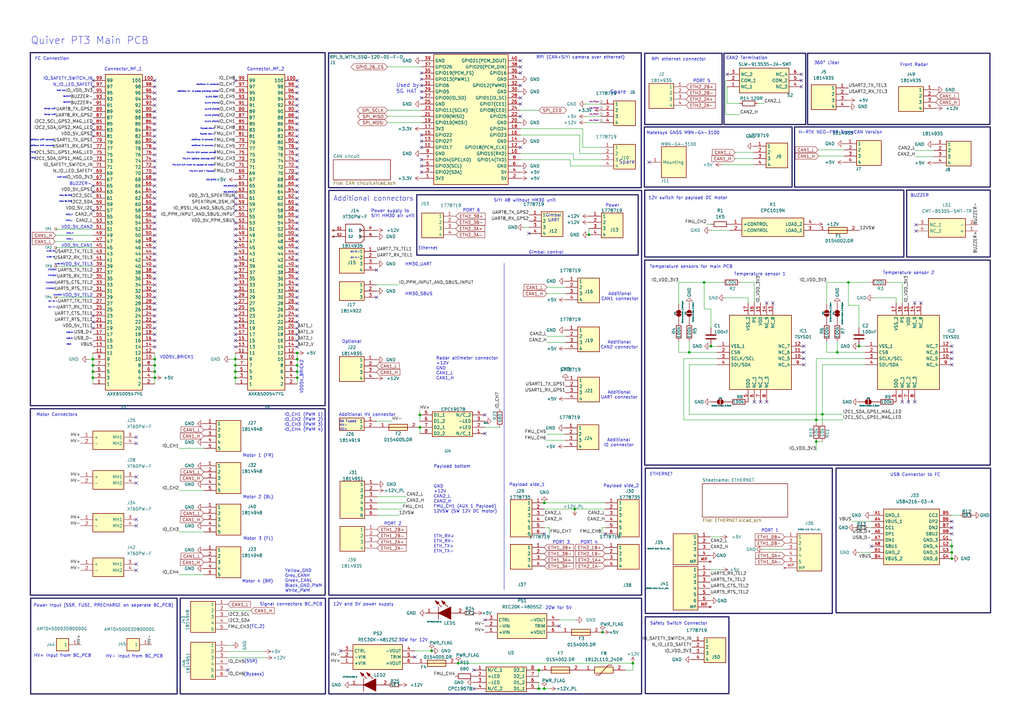
<source format=kicad_sch>
(kicad_sch (version 20250114) (generator "eeschema") (generator_version "9.0")
  (paper "A3")
  (lib_symbols
    (symbol "Connector:TestPoint_Small" (pin_numbers (hide yes)) (pin_names (offset 0.762) (hide yes))
      (property "Reference" "TP" (at 0 3.81 0))
      (property "Value" "TestPoint_Small" (at 0 2.032 0))
      (symbol "TestPoint_Small_1_1"
        (pin passive line (at 0 0 90) (length 0) (name "1") (number "1"))
      )
    )
    (symbol "Device:C" (pin_numbers (hide yes)) (pin_names (offset 0.254))
      (property "Reference" "C" (at 0.635 2.54 0))
      (property "Value" "C" (at 0.635 -2.54 0))
      (symbol "C_1_1"
        (pin passive line (at 0 3.81 270) (length 2.794) (name "~") (number "1"))
        (pin passive line (at 0 -3.81 90) (length 2.794) (name "~") (number "2"))
      )
    )
    (symbol "Device:R" (pin_numbers (hide yes)) (pin_names (offset 0))
      (property "Reference" "R" (at 2.032 0 90))
      (property "Value" "R" (at 0 0 90))
      (symbol "R_1_1"
        (pin passive line (at 0 3.81 270) (length 1.27) (name "~") (number "1"))
        (pin passive line (at 0 -3.81 90) (length 1.27) (name "~") (number "2"))
      )
    )
    (symbol "Device:R_Small" (pin_numbers (hide yes)) (pin_names (offset 0.254) (hide yes))
      (property "Reference" "R" (at 0 0 90))
      (property "Value" "R_Small" (at 1.778 0 90))
      (symbol "R_Small_1_1"
        (pin passive line (at 0 2.54 270) (length 0.762) (name "~") (number "1"))
        (pin passive line (at 0 -2.54 90) (length 0.762) (name "~") (number "2"))
      )
    )
    (symbol "Jumper:SolderJumper_2_Bridged" (pin_numbers (hide yes)) (pin_names (offset 0) (hide yes)) (in_bom no)
      (property "Reference" "JP" (at 0 2.032 0))
      (property "Value" "SolderJumper_2_Bridged" (at 0 -2.54 0))
      (symbol "SolderJumper_2_Bridged_1_1"
        (pin passive line (at -3.81 0 0) (length 2.54) (name "A") (number "1"))
        (pin passive line (at 3.81 0 180) (length 2.54) (name "B") (number "2"))
      )
    )
    (symbol "Jumper:SolderJumper_2_Open" (pin_numbers (hide yes)) (pin_names (offset 0) (hide yes)) (in_bom no)
      (property "Reference" "JP" (at 0 2.032 0))
      (property "Value" "SolderJumper_2_Open" (at 0 -2.54 0))
      (symbol "SolderJumper_2_Open_1_1"
        (pin passive line (at -3.81 0 0) (length 2.54) (name "A") (number "1"))
        (pin passive line (at 3.81 0 180) (length 2.54) (name "B") (number "2"))
      )
    )
    (symbol "Samacsys:0154002.DR" (pin_names (hide yes))
      (property "Reference" "F" (at 13.97 6.35 0))
      (property "Value" "0154002.DR" (at 13.97 3.81 0))
      (symbol "0154002.DR_1_1"
        (pin passive line (at 0 0 0) (length 5.08) (name "1") (number "1"))
        (pin passive line (at 17.78 0 180) (length 5.08) (name "2") (number "2"))
      )
    )
    (symbol "Samacsys:1778719"
      (property "Reference" "J" (at 16.51 7.62 0))
      (property "Value" "1778719" (at 16.51 5.08 0))
      (symbol "1778719_1_1"
        (pin passive line (at 22.86 0 180) (length 5.08) (name "1") (number "1"))
        (pin passive line (at 22.86 -2.54 180) (length 5.08) (name "2") (number "2"))
        (pin passive line (at 22.86 -5.08 180) (length 5.08) (name "3") (number "3"))
        (pin passive line (at 22.86 -7.62 180) (length 5.08) (name "4") (number "4"))
      )
    )
    (symbol "Samacsys:1814935"
      (property "Reference" "J" (at 16.51 7.62 0))
      (property "Value" "1814935" (at 16.51 5.08 0))
      (symbol "1814935_1_1"
        (pin passive line (at 20.32 0 180) (length 5.08) (name "1") (number "1"))
        (pin passive line (at 20.32 -2.54 180) (length 5.08) (name "2") (number "2"))
        (pin passive line (at 20.32 -5.08 180) (length 5.08) (name "3") (number "3"))
        (pin passive line (at 20.32 -7.62 180) (length 5.08) (name "4") (number "4"))
      )
    )
    (symbol "Samacsys_kicad_sym:0154002.DR" (pin_names (hide yes))
      (property "Reference" "F" (at 13.97 6.35 0))
      (property "Value" "0154002.DR" (at 13.97 3.81 0))
      (symbol "0154002.DR_1_1"
        (pin passive line (at 0 0 0) (length 5.08) (name "1") (number "1"))
        (pin passive line (at 17.78 0 180) (length 5.08) (name "2") (number "2"))
      )
    )
    (symbol "Samacsys_kicad_sym:0154005.DR" (pin_names (hide yes))
      (property "Reference" "F" (at 13.97 6.35 0))
      (property "Value" "0154005.DR" (at 13.97 3.81 0))
      (symbol "0154005.DR_1_1"
        (pin passive line (at 0 0 0) (length 5.08) (name "1") (number "1"))
        (pin passive line (at 17.78 0 180) (length 5.08) (name "2") (number "2"))
      )
    )
    (symbol "Samacsys_kicad_sym:1778735"
      (property "Reference" "J" (at 6.096 5.588 0))
      (property "Value" "1778735" (at 6.096 3.048 0))
      (symbol "1778735_1_1"
        (pin passive line (at 0 0 0) (length 5.08) (name "1") (number "1"))
        (pin passive line (at 0 -2.54 0) (length 5.08) (name "2") (number "2"))
        (pin passive line (at 0 -5.08 0) (length 5.08) (name "3") (number "3"))
        (pin passive line (at 0 -7.62 0) (length 5.08) (name "4") (number "4"))
        (pin passive line (at 0 -10.16 0) (length 5.08) (name "5") (number "5"))
        (pin passive line (at 0 -12.7 0) (length 5.08) (name "6") (number "6"))
      )
    )
    (symbol "Samacsys_kicad_sym:1812L110_24DR" (pin_names (hide yes))
      (property "Reference" "F" (at 13.97 6.35 0))
      (property "Value" "1812L110_24DR" (at 13.97 3.81 0))
      (symbol "1812L110_24DR_1_1"
        (pin passive line (at 0 0 0) (length 5.08) (name "1") (number "1"))
        (pin passive line (at 17.78 0 180) (length 5.08) (name "2") (number "2"))
      )
    )
    (symbol "Samacsys_kicad_sym:1814919"
      (property "Reference" "J" (at 16.51 7.62 0))
      (property "Value" "1814919" (at 16.51 5.08 0))
      (symbol "1814919_1_1"
        (pin passive line (at 20.32 0 180) (length 5.08) (name "1") (number "1"))
        (pin passive line (at 20.32 -2.54 180) (length 5.08) (name "2") (number "2"))
      )
    )
    (symbol "Samacsys_kicad_sym:1814922"
      (property "Reference" "J" (at 16.51 7.62 0))
      (property "Value" "1814922" (at 16.51 5.08 0))
      (symbol "1814922_1_1"
        (pin passive line (at 20.32 0 180) (length 5.08) (name "1") (number "1"))
        (pin passive line (at 20.32 -2.54 180) (length 5.08) (name "2") (number "2"))
        (pin passive line (at 20.32 -5.08 180) (length 5.08) (name "3") (number "3"))
      )
    )
    (symbol "Samacsys_kicad_sym:1814935"
      (property "Reference" "J" (at 16.51 7.62 0))
      (property "Value" "1814935" (at 16.51 5.08 0))
      (symbol "1814935_1_1"
        (pin passive line (at 20.32 0 180) (length 5.08) (name "1") (number "1"))
        (pin passive line (at 20.32 -2.54 180) (length 5.08) (name "2") (number "2"))
        (pin passive line (at 20.32 -5.08 180) (length 5.08) (name "3") (number "3"))
        (pin passive line (at 20.32 -7.62 180) (length 5.08) (name "4") (number "4"))
      )
    )
    (symbol "Samacsys_kicad_sym:1814948"
      (property "Reference" "J" (at 16.51 7.62 0))
      (property "Value" "1814948" (at 16.51 5.08 0))
      (symbol "1814948_1_1"
        (pin passive line (at 20.32 1.27 180) (length 5.08) (name "1") (number "1"))
        (pin passive line (at 20.32 -1.27 180) (length 5.08) (name "2") (number "2"))
        (pin passive line (at 20.32 -3.81 180) (length 5.08) (name "3") (number "3"))
        (pin passive line (at 20.32 -6.35 180) (length 5.08) (name "4") (number "4"))
        (pin passive line (at 20.32 -8.89 180) (length 5.08) (name "5") (number "5"))
      )
    )
    (symbol "Samacsys_kicad_sym:1814951"
      (property "Reference" "J" (at 9.144 5.588 0))
      (property "Value" "1814951" (at 9.144 3.048 0))
      (symbol "1814951_1_1"
        (pin passive line (at 22.86 0 180) (length 5.08) (name "1") (number "1"))
        (pin passive line (at 22.86 -2.54 180) (length 5.08) (name "2") (number "2"))
        (pin passive line (at 22.86 -5.08 180) (length 5.08) (name "3") (number "3"))
        (pin passive line (at 22.86 -7.62 180) (length 5.08) (name "4") (number "4"))
        (pin passive line (at 22.86 -10.16 180) (length 5.08) (name "5") (number "5"))
        (pin passive line (at 22.86 -12.7 180) (length 5.08) (name "6") (number "6"))
      )
    )
    (symbol "Samacsys_kicad_sym:AMT0450003DB0000G"
      (property "Reference" "J" (at 2.032 7.112 0))
      (property "Value" "AMT0450003DB0000G" (at 2.032 4.572 0))
      (symbol "AMT0450003DB0000G_1_1"
        (pin passive line (at 0 0 0) (length 5.08) (name "1") (number "1"))
      )
    )
    (symbol "Samacsys_kicad_sym:APT2012LVBC_D" (pin_names (hide yes))
      (property "Reference" "LED" (at 12.7 8.89 0))
      (property "Value" "APT2012LVBC_D" (at 12.7 6.35 0))
      (symbol "APT2012LVBC_D_1_1"
        (pin passive line (at 0 0 0) (length 2.54) (name "K") (number "1"))
        (pin passive line (at 15.24 0 180) (length 2.54) (name "A") (number "2"))
      )
    )
    (symbol "Samacsys_kicad_sym:AXK6S00547YG"
      (property "Reference" "J" (at 21.59 7.62 0))
      (property "Value" "AXK6S00547YG" (at 21.59 5.08 0))
      (symbol "AXK6S00547YG_1_1"
        (pin passive line (at 0 0 0) (length 5.08) (name "1") (number "1"))
        (pin passive line (at 0 -2.54 0) (length 5.08) (name "3") (number "3"))
        (pin passive line (at 0 -5.08 0) (length 5.08) (name "5") (number "5"))
        (pin passive line (at 0 -7.62 0) (length 5.08) (name "7") (number "7"))
        (pin passive line (at 0 -10.16 0) (length 5.08) (name "9") (number "9"))
        (pin passive line (at 0 -12.7 0) (length 5.08) (name "11") (number "11"))
        (pin passive line (at 0 -15.24 0) (length 5.08) (name "13") (number "13"))
        (pin passive line (at 0 -17.78 0) (length 5.08) (name "15") (number "15"))
        (pin passive line (at 0 -20.32 0) (length 5.08) (name "17") (number "17"))
        (pin passive line (at 0 -22.86 0) (length 5.08) (name "19") (number "19"))
        (pin passive line (at 0 -25.4 0) (length 5.08) (name "21") (number "21"))
        (pin passive line (at 0 -27.94 0) (length 5.08) (name "23") (number "23"))
        (pin passive line (at 0 -30.48 0) (length 5.08) (name "25") (number "25"))
        (pin passive line (at 0 -33.02 0) (length 5.08) (name "27") (number "27"))
        (pin passive line (at 0 -35.56 0) (length 5.08) (name "29") (number "29"))
        (pin passive line (at 0 -38.1 0) (length 5.08) (name "31") (number "31"))
        (pin passive line (at 0 -40.64 0) (length 5.08) (name "33") (number "33"))
        (pin passive line (at 0 -43.18 0) (length 5.08) (name "35") (number "35"))
        (pin passive line (at 0 -45.72 0) (length 5.08) (name "37") (number "37"))
        (pin passive line (at 0 -48.26 0) (length 5.08) (name "39") (number "39"))
        (pin passive line (at 0 -50.8 0) (length 5.08) (name "41") (number "41"))
        (pin passive line (at 0 -53.34 0) (length 5.08) (name "43") (number "43"))
        (pin passive line (at 0 -55.88 0) (length 5.08) (name "45") (number "45"))
        (pin passive line (at 0 -58.42 0) (length 5.08) (name "47") (number "47"))
        (pin passive line (at 0 -60.96 0) (length 5.08) (name "49") (number "49"))
        (pin passive line (at 0 -63.5 0) (length 5.08) (name "51") (number "51"))
        (pin passive line (at 0 -66.04 0) (length 5.08) (name "53") (number "53"))
        (pin passive line (at 0 -68.58 0) (length 5.08) (name "55") (number "55"))
        (pin passive line (at 0 -71.12 0) (length 5.08) (name "57") (number "57"))
        (pin passive line (at 0 -73.66 0) (length 5.08) (name "59") (number "59"))
        (pin passive line (at 0 -76.2 0) (length 5.08) (name "61") (number "61"))
        (pin passive line (at 0 -78.74 0) (length 5.08) (name "63") (number "63"))
        (pin passive line (at 0 -81.28 0) (length 5.08) (name "65") (number "65"))
        (pin passive line (at 0 -83.82 0) (length 5.08) (name "67") (number "67"))
        (pin passive line (at 0 -86.36 0) (length 5.08) (name "69") (number "69"))
        (pin passive line (at 0 -88.9 0) (length 5.08) (name "71") (number "71"))
        (pin passive line (at 0 -91.44 0) (length 5.08) (name "73") (number "73"))
        (pin passive line (at 0 -93.98 0) (length 5.08) (name "75") (number "75"))
        (pin passive line (at 0 -96.52 0) (length 5.08) (name "77") (number "77"))
        (pin passive line (at 0 -99.06 0) (length 5.08) (name "79") (number "79"))
        (pin passive line (at 0 -101.6 0) (length 5.08) (name "81") (number "81"))
        (pin passive line (at 0 -104.14 0) (length 5.08) (name "83") (number "83"))
        (pin passive line (at 0 -106.68 0) (length 5.08) (name "85") (number "85"))
        (pin passive line (at 0 -109.22 0) (length 5.08) (name "87") (number "87"))
        (pin passive line (at 0 -111.76 0) (length 5.08) (name "89") (number "89"))
        (pin passive line (at 0 -114.3 0) (length 5.08) (name "91") (number "91"))
        (pin passive line (at 0 -116.84 0) (length 5.08) (name "93") (number "93"))
        (pin passive line (at 0 -119.38 0) (length 5.08) (name "95") (number "95"))
        (pin passive line (at 0 -121.92 0) (length 5.08) (name "97") (number "97"))
        (pin passive line (at 0 -124.46 0) (length 5.08) (name "99") (number "99"))
        (pin passive line (at 25.4 0 180) (length 5.08) (name "2") (number "2"))
        (pin passive line (at 25.4 -2.54 180) (length 5.08) (name "4") (number "4"))
        (pin passive line (at 25.4 -5.08 180) (length 5.08) (name "6") (number "6"))
        (pin passive line (at 25.4 -7.62 180) (length 5.08) (name "8") (number "8"))
        (pin passive line (at 25.4 -10.16 180) (length 5.08) (name "10") (number "10"))
        (pin passive line (at 25.4 -12.7 180) (length 5.08) (name "12") (number "12"))
        (pin passive line (at 25.4 -15.24 180) (length 5.08) (name "14") (number "14"))
        (pin passive line (at 25.4 -17.78 180) (length 5.08) (name "16") (number "16"))
        (pin passive line (at 25.4 -20.32 180) (length 5.08) (name "18") (number "18"))
        (pin passive line (at 25.4 -22.86 180) (length 5.08) (name "20") (number "20"))
        (pin passive line (at 25.4 -25.4 180) (length 5.08) (name "22") (number "22"))
        (pin passive line (at 25.4 -27.94 180) (length 5.08) (name "24") (number "24"))
        (pin passive line (at 25.4 -30.48 180) (length 5.08) (name "26") (number "26"))
        (pin passive line (at 25.4 -33.02 180) (length 5.08) (name "28") (number "28"))
        (pin passive line (at 25.4 -35.56 180) (length 5.08) (name "30") (number "30"))
        (pin passive line (at 25.4 -38.1 180) (length 5.08) (name "32") (number "32"))
        (pin passive line (at 25.4 -40.64 180) (length 5.08) (name "34") (number "34"))
        (pin passive line (at 25.4 -43.18 180) (length 5.08) (name "36") (number "36"))
        (pin passive line (at 25.4 -45.72 180) (length 5.08) (name "38") (number "38"))
        (pin passive line (at 25.4 -48.26 180) (length 5.08) (name "40") (number "40"))
        (pin passive line (at 25.4 -50.8 180) (length 5.08) (name "42") (number "42"))
        (pin passive line (at 25.4 -53.34 180) (length 5.08) (name "44") (number "44"))
        (pin passive line (at 25.4 -55.88 180) (length 5.08) (name "46") (number "46"))
        (pin passive line (at 25.4 -58.42 180) (length 5.08) (name "48") (number "48"))
        (pin passive line (at 25.4 -60.96 180) (length 5.08) (name "50") (number "50"))
        (pin passive line (at 25.4 -63.5 180) (length 5.08) (name "52") (number "52"))
        (pin passive line (at 25.4 -66.04 180) (length 5.08) (name "54") (number "54"))
        (pin passive line (at 25.4 -68.58 180) (length 5.08) (name "56") (number "56"))
        (pin passive line (at 25.4 -71.12 180) (length 5.08) (name "58") (number "58"))
        (pin passive line (at 25.4 -73.66 180) (length 5.08) (name "60") (number "60"))
        (pin passive line (at 25.4 -76.2 180) (length 5.08) (name "62") (number "62"))
        (pin passive line (at 25.4 -78.74 180) (length 5.08) (name "64") (number "64"))
        (pin passive line (at 25.4 -81.28 180) (length 5.08) (name "66") (number "66"))
        (pin passive line (at 25.4 -83.82 180) (length 5.08) (name "68") (number "68"))
        (pin passive line (at 25.4 -86.36 180) (length 5.08) (name "70") (number "70"))
        (pin passive line (at 25.4 -88.9 180) (length 5.08) (name "72") (number "72"))
        (pin passive line (at 25.4 -91.44 180) (length 5.08) (name "74") (number "74"))
        (pin passive line (at 25.4 -93.98 180) (length 5.08) (name "76") (number "76"))
        (pin passive line (at 25.4 -96.52 180) (length 5.08) (name "78") (number "78"))
        (pin passive line (at 25.4 -99.06 180) (length 5.08) (name "80") (number "80"))
        (pin passive line (at 25.4 -101.6 180) (length 5.08) (name "82") (number "82"))
        (pin passive line (at 25.4 -104.14 180) (length 5.08) (name "84") (number "84"))
        (pin passive line (at 25.4 -106.68 180) (length 5.08) (name "86") (number "86"))
        (pin passive line (at 25.4 -109.22 180) (length 5.08) (name "88") (number "88"))
        (pin passive line (at 25.4 -111.76 180) (length 5.08) (name "90") (number "90"))
        (pin passive line (at 25.4 -114.3 180) (length 5.08) (name "92") (number "92"))
        (pin passive line (at 25.4 -116.84 180) (length 5.08) (name "94") (number "94"))
        (pin passive line (at 25.4 -119.38 180) (length 5.08) (name "96") (number "96"))
        (pin passive line (at 25.4 -121.92 180) (length 5.08) (name "98") (number "98"))
        (pin passive line (at 25.4 -124.46 180) (length 5.08) (name "100") (number "100"))
      )
    )
    (symbol "Samacsys_kicad_sym:CMT-8530S-SMT-TR"
      (property "Reference" "LS" (at 21.59 7.62 0))
      (property "Value" "CMT-8530S-SMT-TR" (at 21.59 5.08 0))
      (symbol "CMT-8530S-SMT-TR_1_1"
        (pin passive line (at 0 0 0) (length 5.08) (name "NC_1") (number "3"))
        (pin passive line (at 0 -2.54 0) (length 5.08) (name "NC_2") (number "4"))
        (pin passive line (at 25.4 0 180) (length 5.08) (name "-") (number "2"))
        (pin passive line (at 25.4 -2.54 180) (length 5.08) (name "+") (number "1"))
      )
    )
    (symbol "Samacsys_kicad_sym:CPC1019N"
      (property "Reference" "K" (at 31.75 7.62 0))
      (property "Value" "CPC1019N" (at 31.75 5.08 0))
      (symbol "CPC1019N_1_1"
        (pin passive line (at 0 0 0) (length 5.08) (name "+CONTROL") (number "1"))
        (pin passive line (at 0 -2.54 0) (length 5.08) (name "-CONTROL") (number "2"))
        (pin passive line (at 35.56 0 180) (length 5.08) (name "LOAD_2") (number "4"))
        (pin passive line (at 35.56 -2.54 180) (length 5.08) (name "LOAD_1") (number "3"))
      )
    )
    (symbol "Samacsys_kicad_sym:CPC1907B"
      (property "Reference" "U" (at 4.826 5.588 0))
      (property "Value" "CPC1907B" (at 4.826 3.048 0))
      (symbol "CPC1907B_1_1"
        (pin passive line (at 0 0 0) (length 5.08) (name "N/C_1") (number "1"))
        (pin passive line (at 0 -2.54 0) (length 5.08) (name "+LED") (number "2"))
        (pin passive line (at 0 -5.08 0) (length 5.08) (name "-LED") (number "3"))
        (pin passive line (at 0 -7.62 0) (length 5.08) (name "N/C_2") (number "4"))
        (pin passive line (at 26.67 0 180) (length 5.08) (name "D2_2") (number "8"))
        (pin passive line (at 26.67 -2.54 180) (length 5.08) (name "D2_1") (number "7"))
        (pin passive line (at 26.67 -5.08 180) (length 5.08) (name "D1_2") (number "6"))
        (pin passive line (at 26.67 -7.62 180) (length 5.08) (name "D1_1") (number "5"))
      )
    )
    (symbol "Samacsys_kicad_sym:M9N-G4_3100"
      (property "Reference" "J" (at 7.366 7.112 0))
      (property "Value" "M9N-G4-3100" (at 7.366 4.572 0))
      (symbol "M9N-G4_3100_1_1"
        (pin passive line (at 0 -3.81 0) (length 5.08) (name "Mounting") (number "1"))
      )
    )
    (symbol "Samacsys_kicad_sym:REC20K-4805SZ"
      (property "Reference" "PS" (at 26.67 7.62 0))
      (property "Value" "REC20K-4805SZ" (at 26.67 5.08 0))
      (symbol "REC20K-4805SZ_1_1"
        (pin passive line (at 0 0 0) (length 5.08) (name "CTRL") (number "3"))
        (pin passive line (at 0 -2.54 0) (length 5.08) (name "-VIN") (number "2"))
        (pin passive line (at 0 -5.08 0) (length 5.08) (name "+VIN") (number "1"))
        (pin passive line (at 30.48 0 180) (length 5.08) (name "-VOUT") (number "4"))
        (pin passive line (at 30.48 -2.54 180) (length 5.08) (name "TRIM") (number "5"))
        (pin passive line (at 30.48 -5.08 180) (length 5.08) (name "+VOUT") (number "6"))
      )
    )
    (symbol "Samacsys_kicad_sym:REC30K-4812SZ"
      (property "Reference" "PS" (at 26.67 7.62 0))
      (property "Value" "REC30K-4812SZ" (at 26.67 5.08 0))
      (symbol "REC30K-4812SZ_1_1"
        (pin passive line (at 0 0 0) (length 5.08) (name "CTRL") (number "3"))
        (pin passive line (at 0 -2.54 0) (length 5.08) (name "-VIN") (number "2"))
        (pin passive line (at 0 -5.08 0) (length 5.08) (name "+VIN") (number "1"))
        (pin passive line (at 30.48 0 180) (length 5.08) (name "-VOUT") (number "4"))
        (pin passive line (at 30.48 -2.54 180) (length 5.08) (name "TRIM") (number "5"))
        (pin passive line (at 30.48 -5.08 180) (length 5.08) (name "+VOUT") (number "6"))
      )
    )
    (symbol "Samacsys_kicad_sym:RPI_5_WITH_SSQ-120-01-F-D"
      (property "Reference" "J" (at 2.286 8.382 0))
      (property "Value" "RPI_5_WITH_SSQ-120-01-F-D" (at 2.286 5.842 0))
      (symbol "RPI_5_WITH_SSQ-120-01-F-D_1_1"
        (pin passive line (at 0 0 0) (length 5.08) (name "GND") (number "39"))
        (pin passive line (at 0 -2.54 0) (length 5.08) (name "GPIO26") (number "37"))
        (pin passive line (at 0 -5.08 0) (length 5.08) (name "GPIO19(PCM_FS)") (number "35"))
        (pin passive line (at 0 -7.62 0) (length 5.08) (name "GPIO13(PWM1)") (number "33"))
        (pin passive line (at 0 -10.16 0) (length 5.08) (name "GPIO6") (number "31"))
        (pin passive line (at 0 -12.7 0) (length 5.08) (name "GPIO5") (number "29"))
        (pin passive line (at 0 -15.24 0) (length 5.08) (name "GPIO0(ID_SD)") (number "27"))
        (pin passive line (at 0 -17.78 0) (length 5.08) (name "GND") (number "25"))
        (pin passive line (at 0 -20.32 0) (length 5.08) (name "GPIO11(SCLK)") (number "23"))
        (pin passive line (at 0 -22.86 0) (length 5.08) (name "GPIO9(MISO)") (number "21"))
        (pin passive line (at 0 -25.4 0) (length 5.08) (name "GPIO10(MOSI)") (number "19"))
        (pin power_out line (at 0 -27.94 0) (length 5.08) (name "3V3") (number "17"))
        (pin passive line (at 0 -30.48 0) (length 5.08) (name "GPIO22") (number "15"))
        (pin passive line (at 0 -33.02 0) (length 5.08) (name "GPIO27") (number "13"))
        (pin passive line (at 0 -35.56 0) (length 5.08) (name "GPIO17") (number "11"))
        (pin passive line (at 0 -38.1 0) (length 5.08) (name "GND") (number "9"))
        (pin passive line (at 0 -40.64 0) (length 5.08) (name "GPIO4(GPCLK0)") (number "7"))
        (pin passive line (at 0 -43.18 0) (length 5.08) (name "GPIO3(SCL)") (number "5"))
        (pin passive line (at 0 -45.72 0) (length 5.08) (name "GPIO2(SDA)") (number "3"))
        (pin passive line (at 0 -48.26 0) (length 5.08) (name "3V3") (number "1"))
        (pin passive line (at 40.64 0 180) (length 5.08) (name "GPIO21(PCM_DOUT)") (number "40"))
        (pin passive line (at 40.64 -2.54 180) (length 5.08) (name "GPIO20(PCM_DIN)") (number "38"))
        (pin passive line (at 40.64 -5.08 180) (length 5.08) (name "GPIO16") (number "36"))
        (pin passive line (at 40.64 -7.62 180) (length 5.08) (name "GND") (number "34"))
        (pin passive line (at 40.64 -10.16 180) (length 5.08) (name "GPIO12(PWM0)") (number "32"))
        (pin passive line (at 40.64 -12.7 180) (length 5.08) (name "GND") (number "30"))
        (pin passive line (at 40.64 -15.24 180) (length 5.08) (name "GPIO1(ID_SC)") (number "28"))
        (pin passive line (at 40.64 -17.78 180) (length 5.08) (name "GPIO7(CE1)") (number "26"))
        (pin passive line (at 40.64 -20.32 180) (length 5.08) (name "GPIO8(CE0)") (number "24"))
        (pin passive line (at 40.64 -22.86 180) (length 5.08) (name "GPIO25") (number "22"))
        (pin passive line (at 40.64 -25.4 180) (length 5.08) (name "GND") (number "20"))
        (pin passive line (at 40.64 -27.94 180) (length 5.08) (name "GPIO24") (number "18"))
        (pin passive line (at 40.64 -30.48 180) (length 5.08) (name "GPIO23") (number "16"))
        (pin passive line (at 40.64 -33.02 180) (length 5.08) (name "GND") (number "14"))
        (pin passive line (at 40.64 -35.56 180) (length 5.08) (name "GPIO18(PCM_CLK)") (number "12"))
        (pin passive line (at 40.64 -38.1 180) (length 5.08) (name "GPIO15(RXD)") (number "10"))
        (pin passive line (at 40.64 -40.64 180) (length 5.08) (name "GPIO14(TXD)") (number "8"))
        (pin passive line (at 40.64 -43.18 180) (length 5.08) (name "GND") (number "6"))
        (pin passive line (at 40.64 -45.72 180) (length 5.08) (name "5V") (number "4"))
        (pin passive line (at 40.64 -48.26 180) (length 5.08) (name "5V") (number "2"))
      )
    )
    (symbol "Samacsys_kicad_sym:SLW-913535-2A-SMT"
      (property "Reference" "S" (at 26.67 7.62 0))
      (property "Value" "SLW-913535-2A-SMT" (at 26.67 5.08 0))
      (symbol "SLW-913535-2A-SMT_1_1"
        (pin passive line (at 0 0 0) (length 5.08) (name "NC_3") (number "4"))
        (pin passive line (at 0 -2.54 0) (length 5.08) (name "COM_2") (number "5"))
        (pin passive line (at 0 -5.08 0) (length 5.08) (name "NC_4") (number "6"))
        (pin passive line (at 30.48 0 180) (length 5.08) (name "NC_1") (number "1"))
        (pin passive line (at 30.48 -2.54 180) (length 5.08) (name "COM_1") (number "2"))
        (pin passive line (at 30.48 -5.08 180) (length 5.08) (name "NC_2") (number "3"))
      )
    )
    (symbol "Samacsys_kicad_sym:SM04B-GHS-TB_LF__SN_"
      (property "Reference" "J" (at 5.588 4.318 0))
      (property "Value" "SM04B-GHS-TB_LF__SN_" (at 5.588 2.286 0))
      (symbol "SM04B-GHS-TB_LF__SN__1_1"
        (pin passive line (at 0 0 0) (length 5.08) (name "1") (number "1"))
        (pin passive line (at 0 -2.54 0) (length 5.08) (name "2") (number "2"))
        (pin passive line (at 0 -5.08 0) (length 5.08) (name "3") (number "3"))
        (pin passive line (at 0 -7.62 0) (length 5.08) (name "4") (number "4"))
        (pin no_connect line (at 0 -10.16 0) (length 5.08) (name "MP") (number "MP"))
      )
    )
    (symbol "Samacsys_kicad_sym:SM05B-GHS-TB_LF__SN_"
      (property "Reference" "J" (at 5.08 4.064 0))
      (property "Value" "SM05B-GHS-TB_LF__SN_" (at 5.334 2.286 0))
      (symbol "SM05B-GHS-TB_LF__SN__1_1"
        (pin passive line (at 0 0 0) (length 5.08) (name "1") (number "1"))
        (pin passive line (at 0 -2.54 0) (length 5.08) (name "2") (number "2"))
        (pin passive line (at 0 -5.08 0) (length 5.08) (name "3") (number "3"))
        (pin passive line (at 0 -7.62 0) (length 5.08) (name "4") (number "4"))
        (pin passive line (at 0 -10.16 0) (length 5.08) (name "5") (number "5"))
        (pin no_connect line (at 0 -12.7 0) (length 5.08) (name "MP") (number "MP"))
      )
    )
    (symbol "Samacsys_kicad_sym:SM06B-GHS-TB_LF__SN_"
      (property "Reference" "J" (at 5.08 4.318 0))
      (property "Value" "SM06B-GHS-TB_LF__SN_" (at 5.08 2.286 0))
      (symbol "SM06B-GHS-TB_LF__SN__1_1"
        (pin passive line (at 0 0 0) (length 5.08) (name "1") (number "1"))
        (pin passive line (at 0 -2.54 0) (length 5.08) (name "2") (number "2"))
        (pin passive line (at 0 -5.08 0) (length 5.08) (name "3") (number "3"))
        (pin passive line (at 0 -7.62 0) (length 5.08) (name "4") (number "4"))
        (pin passive line (at 0 -10.16 0) (length 5.08) (name "5") (number "5"))
        (pin passive line (at 0 -12.7 0) (length 5.08) (name "6") (number "6"))
        (pin no_connect line (at 0 -15.24 0) (length 5.08) (name "MP") (number "MP"))
      )
    )
    (symbol "Samacsys_kicad_sym:TSYS01"
      (property "Reference" "IC" (at 31.75 17.78 0))
      (property "Value" "TSYS01" (at 31.75 15.24 0))
      (symbol "TSYS01_1_1"
        (pin passive line (at 0 0 0) (length 5.08) (name "VSS_1") (number "1"))
        (pin passive line (at 0 -2.54 0) (length 5.08) (name "CSB") (number "2"))
        (pin passive line (at 0 -5.08 0) (length 5.08) (name "SCLK/SCL") (number "3"))
        (pin passive line (at 0 -7.62 0) (length 5.08) (name "SDI/SDA") (number "4"))
        (pin passive line (at 12.7 17.78 270) (length 5.08) (name "VSS_2") (number "17"))
        (pin passive line (at 12.7 -22.86 90) (length 5.08) (name "SDO") (number "5"))
        (pin passive line (at 15.24 17.78 270) (length 5.08) (name "PS") (number "16"))
        (pin passive line (at 15.24 -22.86 90) (length 5.08) (name "NC_1") (number "6"))
        (pin passive line (at 17.78 17.78 270) (length 5.08) (name "VDD") (number "15"))
        (pin passive line (at 17.78 -22.86 90) (length 5.08) (name "NC_2") (number "7"))
        (pin passive line (at 20.32 17.78 270) (length 5.08) (name "NC_9") (number "14"))
        (pin passive line (at 20.32 -22.86 90) (length 5.08) (name "NC_3") (number "8"))
        (pin passive line (at 22.86 17.78 270) (length 5.08) (name "NC_8") (number "13"))
        (pin passive line (at 35.56 0 180) (length 5.08) (name "NC_7") (number "12"))
        (pin passive line (at 35.56 -2.54 180) (length 5.08) (name "NC_6") (number "11"))
        (pin passive line (at 35.56 -5.08 180) (length 5.08) (name "NC_5") (number "10"))
        (pin passive line (at 35.56 -7.62 180) (length 5.08) (name "NC_4") (number "9"))
      )
    )
    (symbol "Samacsys_kicad_sym:USB4216-03-A"
      (property "Reference" "J" (at 29.21 7.62 0))
      (property "Value" "USB4216-03-A" (at 29.21 5.08 0))
      (symbol "USB4216-03-A_1_1"
        (pin passive line (at 0 0 0) (length 5.08) (name "GND_1") (number "A1"))
        (pin passive line (at 0 -2.54 0) (length 5.08) (name "VBUS_1") (number "A4"))
        (pin passive line (at 0 -5.08 0) (length 5.08) (name "CC1") (number "A5"))
        (pin passive line (at 0 -7.62 0) (length 5.08) (name "DP1") (number "A6"))
        (pin passive line (at 0 -10.16 0) (length 5.08) (name "DN1") (number "A7"))
        (pin passive line (at 0 -12.7 0) (length 5.08) (name "SBU1") (number "A8"))
        (pin passive line (at 0 -15.24 0) (length 5.08) (name "GND_2") (number "B1"))
        (pin passive line (at 0 -17.78 0) (length 5.08) (name "VBUS_2") (number "B4"))
        (pin passive line (at 33.02 0 180) (length 5.08) (name "CC2") (number "B5"))
        (pin passive line (at 33.02 -2.54 180) (length 5.08) (name "DP2") (number "B6"))
        (pin passive line (at 33.02 -5.08 180) (length 5.08) (name "DN2") (number "B7"))
        (pin passive line (at 33.02 -7.62 180) (length 5.08) (name "SBU2") (number "B8"))
        (pin passive line (at 33.02 -10.16 180) (length 5.08) (name "GND_3") (number "G1"))
        (pin passive line (at 33.02 -12.7 180) (length 5.08) (name "GND_4") (number "G2"))
        (pin passive line (at 33.02 -15.24 180) (length 5.08) (name "GND_5") (number "G3"))
        (pin passive line (at 33.02 -17.78 180) (length 5.08) (name "GND_6") (number "G4"))
      )
    )
    (symbol "Samacsys_kicad_sym:XT60PW-F"
      (property "Reference" "J" (at 6.35 7.112 0))
      (property "Value" "XT60PW-F" (at 6.35 4.572 0))
      (symbol "XT60PW-F_1_1"
        (pin passive line (at 0 0 0) (length 5.08) (name "+") (number "1"))
        (pin passive line (at 0 -2.54 0) (length 5.08) (name "-") (number "2"))
        (pin passive line (at 22.86 0 180) (length 5.08) (name "MH1") (number "3"))
        (pin passive line (at 22.86 -2.54 180) (length 5.08) (name "MH2") (number "4"))
      )
    )
    (symbol "Snapeda_kicad_sym:XT30PW-F" (pin_names (offset 1.016))
      (property "Reference" "J" (at -7.62 3.81 0))
      (property "Value" "XT30PW-F" (at -7.62 -7.62 0))
      (symbol "XT30PW-F_0_0"
        (pin power_in line (at 5.08 0 180) (length 5.08) (name "P") (number "P"))
        (pin power_in line (at 5.08 -2.54 180) (length 5.08) (name "N") (number "N"))
      )
      (symbol "XT30PW-F_1_0"
        (pin no_connect line (at -12.7 0 0) (length 5.08) (name "S1") (number "S1"))
        (pin no_connect line (at -12.7 -2.54 0) (length 5.08) (name "S2") (number "S2"))
      )
    )
    (symbol "power:+12V" (power) (pin_numbers (hide yes)) (pin_names (offset 0) (hide yes))
      (property "Value" "+12V" (at 0 3.556 0))
      (symbol "+12V_1_1"
        (pin power_in line (at 0 0 90) (length 0) (name "~") (number "1"))
      )
    )
    (symbol "power:+3.3V" (power) (pin_numbers (hide yes)) (pin_names (offset 0) (hide yes))
      (property "Value" "+3.3V" (at 0 3.556 0))
      (symbol "+3.3V_1_1"
        (pin power_in line (at 0 0 90) (length 0) (name "~") (number "1"))
      )
    )
    (symbol "power:+5V" (power) (pin_numbers (hide yes)) (pin_names (offset 0) (hide yes))
      (property "Value" "+5V" (at 0 3.556 0))
      (symbol "+5V_1_1"
        (pin power_in line (at 0 0 90) (length 0) (name "~") (number "1"))
      )
    )
    (symbol "power:GND" (power) (pin_numbers (hide yes)) (pin_names (offset 0) (hide yes))
      (property "Value" "GND" (at 0 -3.81 0))
      (symbol "GND_1_1"
        (pin power_in line (at 0 0 270) (length 0) (name "~") (number "1"))
      )
    )
    (symbol "power:PWR_FLAG" (power) (pin_numbers (hide yes)) (pin_names (offset 0) (hide yes))
      (property "Value" "PWR_FLAG" (at 0 3.81 0))
      (symbol "PWR_FLAG_0_0"
        (pin power_out line (at 0 0 90) (length 0) (name "~") (number "1"))
      )
    )
  )
  (rectangle (start 134.747 21.717) (end 263.017 76.962) (stroke (width 0.5) (color 32 30 101 1)))
  (rectangle (start 264.414 106.68) (end 406.146 190.754) (stroke (width 0.5) (color 32 30 101 1)))
  (rectangle (start 264.287 52.07) (end 324.866 76.708) (stroke (width 0.5) (color 32 30 101 1)))
  (rectangle (start 73.914 245.364) (end 133.477 284.607) (stroke (width 0.5) (color 32 30 101 1)))
  (rectangle (start 12.573 245.364) (end 72.644 284.607) (stroke (width 0.5) (color 32 30 101 1)))
  (rectangle (start 134.874 78.105) (end 263.144 244.094) (stroke (width 0.5) (color 32 30 101 1)))
  (rectangle (start 264.414 21.844) (end 296.164 51.054) (stroke (width 0.5) (color 32 30 101 1)))
  (rectangle (start 325.882 52.07) (end 406.146 76.708) (stroke (width 0.5) (color 32 30 101 1)))
  (rectangle (start 170.942 79.883) (end 261.747 104.648) (stroke (width 0.5) (color 32 30 101 1)))
  (rectangle (start 371.856 77.978) (end 406.146 105.41) (stroke (width 0.5) (color 32 30 101 1)))
  (rectangle (start 12.446 167.64) (end 133.35 244.094) (stroke (width 0.5) (color 32 30 101 1)))
  (rectangle (start 264.668 252.984) (end 298.958 284.48) (stroke (width 0.5) (color 32 30 101 1)))
  (rectangle (start 264.668 192.024) (end 341.376 251.587) (stroke (width 0.5) (color 32 30 101 1)))
  (rectangle (start 296.926 21.844) (end 330.454 51.054) (stroke (width 0.5) (color 32 30 101 1)))
  (rectangle (start 331.216 21.844) (end 406.019 51.054) (stroke (width 0.5) (color 32 30 101 1)))
  (rectangle (start 134.874 245.364) (end 263.144 284.607) (stroke (width 0.5) (color 32 30 101 1)))
  (rectangle (start 12.446 21.59) (end 133.35 166.37) (stroke (width 0.5) (color 32 30 101 1)))
  (rectangle (start 342.9 192.024) (end 406.273 251.333) (stroke (width 0.5) (color 32 30 101 1)))
  (rectangle (start 264.414 77.978) (end 370.713 105.41) (stroke (width 0.5) (color 32 30 101 1)))
  (text "ETHERNET" (at 271.272 194.564 0) (effects (font (size 1.27 1.27))))
  (text "30W for 12V" (at 169.418 262.636 0) (effects (font (size 1.27 1.27))))
  (text "TEMP 3V3" (at 23.368 72.898 0) (effects (font (size 0.5 0.5)) (justify left)))
  (text "12V and 5V power supply" (at 149.098 247.904 0) (effects (font (size 1.27 1.27))))
  (text "IO_CH2 (PWM2)" (at 86.868 47.498 0) (effects (font (size 0.5 0.5))))
  (text "Additional\nCAN2 connector\n" (at 254 141.478 0) (effects (font (size 1.27 1.27))))
  (text "Additional HV connector" (at 138.938 170.18 0) (effects (font (size 1.27 1.27)) (justify left)))
  (text "PORT 5" (at 284.226 34.036 0) (effects (font (size 1.27 1.27)) (justify left bottom)))
  (text "Motor Connectors" (at 23.368 170.18 0) (effects (font (size 1.27 1.27))))
  (text "Motor 4 (BR)" (at 105.664 238.506 0) (effects (font (size 1.27 1.27))))
  (text "FMU_CH4 (optional precharge off)" (at 81.28 65.278 0) (effects (font (size 0.5 0.5))))
  (text "FC Connection" (at 21.336 24.13 0) (effects (font (size 1.27 1.27))))
  (text "12V switch for payload DC motor" (at 282.194 81.28 0) (effects (font (size 1.27 1.27))))
  (text "Motor 2 (BL)" (at 105.918 203.962 0) (effects (font (size 1.27 1.27))))
  (text "FMU_CH4 (12V payload control)" (at 82.55 62.738 0) (effects (font (size 0.5 0.5))))
  (text "BUZZER\n\n\nBUZZER" (at 27.432 40.894 0) (effects (font (size 0.5 0.5))))
  (text "Used by\n5G HAT\n" (at 162.433 36.322 0) (effects (font (size 1.55 1.55)) (justify left)))
  (text "Temperature sensors for main PCB" (at 283.464 109.474 0) (effects (font (size 1.27 1.27))))
  (text "Power Input (SSR, FUSE, PRECHARGE on seperate BC_PCB)" (at 42.418 248.412 0) (effects (font (size 1.27 1.27))))
  (text "USB_D+\n\n\nUSB_D-\n\n\nVBUS" (at 27.178 138.938 0) (effects (font (size 0.5 0.5)) (justify left)))
  (text "PORT 4" (at 237.998 223.266 0) (effects (font (size 1.27 1.27)) (justify left bottom)))
  (text "ETHERNET\n\n\nETHERNET" (at 19.558 112.014 0) (effects (font (size 0.5 0.5)) (justify left)))
  (text "FMU_CH2 (12V switch for payload DC motor)" (at 79.248 67.818 0) (effects (font (size 0.5 0.5))))
  (text "Payload side_2" (at 254.762 199.39 0) (effects (font (size 1.27 1.27))))
  (text "(Bypass)" (at 104.14 276.606 0) (effects (font (size 1.27 1.27))))
  (text "IO_CH5 (SSR)" (at 86.868 39.878 0) (effects (font (size 0.5 0.5))))
  (text "PORT 3" (at 226.568 223.266 0) (effects (font (size 1.27 1.27)) (justify left bottom)))
  (text "Connector_MF_2" (at 108.966 28.448 0) (effects (font (size 1.27 1.27))))
  (text "N_IO_LED_SAFETY" (at 38.1 35.56 0) (effects (font (size 1.27 1.27)) (justify right bottom)))
  (text "Additional HV connector" (at 80.518 34.798 0) (effects (font (size 0.5 0.5)) (justify left)))
  (text "CAN2 Termination" (at 306.324 23.876 0) (effects (font (size 1.27 1.27))))
  (text "HM30_SBUS" (at 166.116 120.65 0) (effects (font (size 1.27 1.27)) (justify left)))
  (text "VDD5V_BRICK1" (at 65.532 147.32 0) (effects (font (size 1.27 1.27)) (justify left bottom)))
  (text "FMU_CH1 (AUX 1 Payload)" (at 82.804 70.358 0) (effects (font (size 0.5 0.5))))
  (text "USB Connector to FC" (at 375.412 194.818 0) (effects (font (size 1.27 1.27))))
  (text "VDD5V_BRICK2" (at 124.46 147.574 90) (effects (font (size 1.27 1.27)) (justify right bottom)))
  (text "(FC_2)" (at 105.41 257.048 0) (effects (font (size 1.27 1.27))))
  (text "Power" (at 251.206 84.328 0) (effects (font (size 1.27 1.27))))
  (text "VDD_SERVO" (at 86.614 73.914 0) (effects (font (size 0.5 0.5))))
  (text "RPI (CAN+SIYI camera over ethernet)" (at 238.125 23.622 0) (effects (font (size 1.27 1.27))))
  (text "VDD_SERVO" (at 93.726 76.454 0) (effects (font (size 0.5 0.5))))
  (text "IO_CH4 (PWM4)" (at 86.868 42.418 0) (effects (font (size 0.5 0.5))))
  (text "Gimbal UART\n\n\nGimbal UART" (at 20.574 45.974 0) (effects (font (size 0.5 0.5))))
  (text "360° Lidar" (at 339.09 25.908 0) (effects (font (size 1.27 1.27))))
  (text "Mateksys GNSS M9N-G4-3100\n" (at 280.162 54.61 0) (effects (font (size 1.27 1.27))))
  (text "SIYI RX 1\n\n\nSIYI TX 1" (at 143.764 104.648 0) (effects (font (size 0.5 0.5)) (justify left)))
  (text "(SSR)" (at 102.87 271.272 0) (effects (font (size 1.27 1.27))))
  (text "VDD_5V_CAN2" (at 38.1 93.98 0) (effects (font (size 1.27 1.27)) (justify right bottom)))
  (text "Motor 3 (FL)" (at 105.918 220.98 0) (effects (font (size 1.27 1.27))))
  (text "Signal connectors BC_PCB" (at 119.38 247.904 0) (effects (font (size 1.27 1.27))))
  (text "Additional\nUART connector\n" (at 254 162.052 0) (effects (font (size 1.27 1.27))))
  (text "PORT 6" (at 189.738 87.122 0) (effects (font (size 1.27 1.27)) (justify left bottom)))
  (text "ETHERNET\n" (at 21.844 121.158 0) (effects (font (size 0.5 0.5)) (justify left)))
  (text "Connector_MF_1" (at 50.546 28.448 0) (effects (font (size 1.27 1.27))))
  (text "Payload bottom\n\n\n\nGND\n+12V\nCAN2_L\nCAN2_H\nFMU_CH1 (AUX 1 Payload)\n12VSW (SW 12V DC motor)\n\n\n\n\nETH_RX+\nETH_RX-\nETH_TX+\nETH_TX-" (at 177.8 208.788 0) (effects (font (size 1.27 1.27)) (justify left)))
  (text "BUZZER-" (at 37.592 76.2 0) (effects (font (size 1.27 1.27)) (justify right bottom)))
  (text "H-RTK NEO-F9P DroneCAN Version" (at 344.678 54.356 0) (effects (font (size 1.27 1.27))))
  (text "Additional HV- to bypass precharge resistor" (at 72.644 37.592 0) (effects (font (size 0.5 0.5)) (justify left)))
  (text "ETHERNET\n\n\nETHERNET" (at 18.796 117.348 0) (effects (font (size 0.5 0.5)) (justify left)))
  (text "IO_CH1 (PWM1)" (at 86.868 50.038 0) (effects (font (size 0.5 0.5))))
  (text "Temp\n\n\nTemp" (at 12.7 63.754 0) (effects (font (size 0.5 0.5)) (justify left)))
  (text "Additional connectors" (at 153.162 81.534 0) (effects (font (size 2 2))))
  (text "Optional\n" (at 144.272 140.208 0) (effects (font (size 1.27 1.27))))
  (text "Front Radar" (at 374.904 26.67 0) (effects (font (size 1.27 1.27))))
  (text "Yellow_GND\nGrey_CANH\nGreen_CANL\nBlack_GND_PWM\nWhite_PWM" (at 116.84 238.252 0) (effects (font (size 1.27 1.27)) (justify left)))
  (text "BUZZER" (at 377.19 80.264 0) (effects (font (size 1.27 1.27))))
  (text "Additional\nIO connector\n" (at 253.746 181.61 0) (effects (font (size 1.27 1.27))))
  (text "Temperature sensor 1" (at 311.658 112.522 0) (effects (font (size 1.27 1.27))))
  (text "Gimbal control" (at 224.028 103.632 0) (effects (font (size 1.27 1.27))))
  (text "5A Fused\nHV-\nHV+" (at 139.192 174.498 0) (effects (font (size 1 1)) (justify left)))
  (text "PORT 2" (at 157.48 215.646 0) (effects (font (size 1.27 1.27)) (justify left bottom)))
  (text "Payload side_1" (at 84.836 55.118 0) (effects (font (size 0.5 0.5))))
  (text "Payload side_1" (at 216.154 198.882 0) (effects (font (size 1.27 1.27))))
  (text "Spare\n" (at 250.19 37.846 0) (effects (font (size 1.55 1.55)) (justify left)))
  (text "Additional\nCAN1 connector\n" (at 254.254 121.666 0) (effects (font (size 1.27 1.27))))
  (text "SIYI RX 1\n\n\nSIYI TX 1" (at 19.812 124.968 0) (effects (font (size 0.5 0.5)) (justify left)))
  (text "Power supply to\nSIYI HM30 air unit" (at 152.146 87.63 0) (effects (font (size 1.27 1.27)) (justify left)))
  (text "Safety Switch Connector" (at 278.384 255.778 0) (effects (font (size 1.27 1.27))))
  (text "IO_SAFETY_SWITCH_IN" (at 38.1 33.02 0) (effects (font (size 1.27 1.27)) (justify right bottom)))
  (text "RPI ethernet connector" (at 278.384 24.384 0) (effects (font (size 1.27 1.27))))
  (text "Radar altimeter connector\n+12V\nGND\nCAN1_L\nCAN1_H\n" (at 178.816 151.13 0) (effects (font (size 1.27 1.27)) (justify left)))
  (text "VDD_SERVO" (at 93.726 78.994 0) (effects (font (size 0.5 0.5))))
  (text "CAN1_H\n\n\nCAN1_L" (at 27.178 97.028 0) (effects (font (size 0.5 0.5)) (justify left)))
  (text "HV+ Input from BC_PCB" (at 25.654 268.986 0) (effects (font (size 1.27 1.27))))
  (text "HM30_UART" (at 166.116 108.458 0) (effects (font (size 1.27 1.27)) (justify left)))
  (text "HV- Input from BC_PCB" (at 55.118 269.24 0) (effects (font (size 1.27 1.27))))
  (text "mLRS RX\n" (at 22.352 108.458 0) (effects (font (size 0.5 0.5)) (justify left)))
  (text "CAN2_H\n\n\nCAN2_L" (at 26.924 89.408 0) (effects (font (size 0.5 0.5)) (justify left)))
  (text "VDD_5V_CAN1" (at 38.1 101.6 0) (effects (font (size 1.27 1.27)) (justify right bottom)))
  (text "Spare\n" (at 253.746 66.548 0) (effects (font (size 1.55 1.55)) (justify left)))
  (text "Temperature sensor 2" (at 372.618 112.014 0) (effects (font (size 1.27 1.27))))
  (text "IO_CH3 (PWM3)" (at 86.868 44.958 0) (effects (font (size 0.5 0.5))))
  (text "PORT 1" (at 312.166 218.44 0) (effects (font (size 1.27 1.27)) (justify left bottom)))
  (text "VDD_5V_TEL2" (at 38.1 121.92 0) (effects (font (size 1.27 1.27)) (justify right bottom)))
  (text "Motor 1 (FR)" (at 105.918 186.944 0) (effects (font (size 1.27 1.27))))
  (text "IO_CH1 (PWM 1)\nIO_CH2 (PWM 2)\nIO_CH3 (PWM 3)\nIO_CH4 (PWM 4)" (at 116.586 173.228 0) (effects (font (size 1.27 1.27)) (justify left)))
  (text "Additional IO connector\n\n\nAdditional IO connector\n" (at 83.058 58.674 0) (effects (font (size 0.5 0.5))))
  (text "Additional UART connector\n\n\nAdditional UART connector\n" (at 17.272 58.674 0) (effects (font (size 0.5 0.5))))
  (text "Gimbal\nUART" (at 227.076 89.408 0) (effects (font (size 1.27 1.27))))
  (text "VDD_5V_TEL3" (at 38.1 109.22 0) (effects (font (size 1.27 1.27)) (justify right bottom)))
  (text "TEMP 3V3" (at 23.114 37.338 0) (effects (font (size 0.5 0.5)) (justify left)))
  (text "20W for 5V" (at 229.108 249.428 0) (effects (font (size 1.27 1.27))))
  (text "Ethernet" (at 175.514 101.854 0) (effects (font (size 1.27 1.27))))
  (text "SIYI A8 without HM30 unit" (at 202.438 82.296 0) (effects (font (size 1.27 1.27)) (justify left)))
  (text "Temp BC_PCB\n\n\nTemp BC_PCB" (at 24.13 81.534 0) (effects (font (size 0.5 0.5)) (justify left)))
  (text "Quiver PT3 Main PCB" (at 36.83 16.764 0) (effects (font (size 3 3))))
  (text "Payload side_2" (at 85.09 52.832 0) (effects (font (size 0.5 0.5))))
  (text "mLRS RX\n\n\nmLRS TX" (at 19.05 104.394 0) (effects (font (size 0.5 0.5)) (justify left)))
  (junction (at 38.1 152.4))
  (junction (at 334.772 181.102))
  (junction (at 38.1 147.32))
  (junction (at 220.98 274.828))
  (junction (at 187.96 272.034))
  (junction (at 63.5 154.94))
  (junction (at 390.398 229.108))
  (junction (at 390.398 226.568))
  (junction (at 96.52 154.94))
  (junction (at 334.772 172.212))
  (junction (at 63.5 152.4))
  (junction (at 223.266 206.248))
  (junction (at 337.312 169.926))
  (junction (at 172.212 170.18))
  (junction (at 291.592 141.986))
  (junction (at 172.212 175.26))
  (junction (at 96.52 147.32))
  (junction (at 220.98 282.448))
  (junction (at 235.712 208.788))
  (junction (at 121.92 144.78))
  (junction (at 247.142 259.334))
  (junction (at 63.5 147.32))
  (junction (at 259.588 272.034))
  (junction (at 347.98 115.824))
  (junction (at 223.266 282.448))
  (junction (at 96.52 152.4))
  (junction (at 177.038 266.954))
  (junction (at 96.52 149.86))
  (junction (at 241.554 96.266))
  (junction (at 343.408 144.526))
  (junction (at 121.92 149.86))
  (junction (at 352.298 141.986))
  (junction (at 121.92 154.94))
  (junction (at 390.398 224.028))
  (junction (at 63.5 149.86))
  (junction (at 38.1 149.86))
  (junction (at 282.702 144.526))
  (junction (at 121.92 147.32))
  (junction (at 38.1 154.94))
  (junction (at 121.92 152.4))
  (junction (at 288.798 115.824))
  (no_connect (at 121.92 83.82))
  (no_connect (at 314.452 124.206))
  (no_connect (at 314.452 164.846))
  (no_connect (at 121.92 88.9))
  (no_connect (at 63.5 96.52))
  (no_connect (at 96.52 96.52))
  (no_connect (at 172.847 60.452))
  (no_connect (at 213.487 60.452))
  (no_connect (at 121.92 99.06))
  (no_connect (at 121.92 81.28))
  (no_connect (at 198.882 254.254))
  (no_connect (at 63.5 104.14))
  (no_connect (at 172.847 55.372))
  (no_connect (at 63.5 38.1))
  (no_connect (at 63.5 106.68))
  (no_connect (at 63.5 124.46))
  (no_connect (at 55.88 181.864))
  (no_connect (at 328.676 35.56))
  (no_connect (at 370.078 164.846))
  (no_connect (at 96.52 93.98))
  (no_connect (at 55.88 233.934))
  (no_connect (at 63.5 55.88))
  (no_connect (at 55.88 215.646))
  (no_connect (at 63.5 127))
  (no_connect (at 121.92 76.2))
  (no_connect (at 121.92 40.64))
  (no_connect (at 121.92 48.26))
  (no_connect (at 121.92 55.88))
  (no_connect (at 121.92 66.04))
  (no_connect (at 96.52 129.54))
  (no_connect (at 121.92 124.46))
  (no_connect (at 96.52 109.22))
  (no_connect (at 63.5 91.44))
  (no_connect (at 121.92 33.02))
  (no_connect (at 63.5 134.62))
  (no_connect (at 213.487 24.892))
  (no_connect (at 63.5 83.82))
  (no_connect (at 121.92 78.74))
  (no_connect (at 121.92 101.6))
  (no_connect (at 328.676 30.48))
  (no_connect (at 63.5 48.26))
  (no_connect (at 96.52 124.46))
  (no_connect (at 63.5 88.9))
  (no_connect (at 55.88 231.394))
  (no_connect (at 96.52 33.02))
  (no_connect (at 121.92 139.7))
  (no_connect (at 121.92 38.1))
  (no_connect (at 121.92 50.8))
  (no_connect (at 213.487 47.752))
  (no_connect (at 121.92 73.66))
  (no_connect (at 96.52 121.92))
  (no_connect (at 213.487 27.432))
  (no_connect (at 172.847 65.532))
  (no_connect (at 38.1 129.54))
  (no_connect (at 96.52 134.62))
  (no_connect (at 121.92 35.56))
  (no_connect (at 96.52 78.74))
  (no_connect (at 372.618 164.846))
  (no_connect (at 172.847 68.072))
  (no_connect (at 172.847 40.132))
  (no_connect (at 96.52 83.82))
  (no_connect (at 172.847 35.052))
  (no_connect (at 63.5 111.76))
  (no_connect (at 328.676 33.02))
  (no_connect (at 121.92 129.54))
  (no_connect (at 121.92 91.44))
  (no_connect (at 93.472 274.828))
  (no_connect (at 96.52 132.08))
  (no_connect (at 172.847 32.512))
  (no_connect (at 121.92 58.42))
  (no_connect (at 298.196 30.48))
  (no_connect (at 63.5 101.6))
  (no_connect (at 63.5 73.66))
  (no_connect (at 198.882 170.18))
  (no_connect (at 96.52 119.38))
  (no_connect (at 38.1 76.2))
  (no_connect (at 63.5 119.38))
  (no_connect (at 121.92 53.34))
  (no_connect (at 213.487 40.132))
  (no_connect (at 38.1 33.02))
  (no_connect (at 121.92 142.24))
  (no_connect (at 229.362 256.794))
  (no_connect (at 121.92 96.52))
  (no_connect (at 55.88 179.324))
  (no_connect (at 38.1 50.8))
  (no_connect (at 309.372 164.846))
  (no_connect (at 375.666 92.202))
  (no_connect (at 63.5 114.3))
  (no_connect (at 63.5 137.16))
  (no_connect (at 266.192 66.548))
  (no_connect (at 63.5 50.8))
  (no_connect (at 121.92 121.92))
  (no_connect (at 96.52 139.7))
  (no_connect (at 96.52 142.24))
  (no_connect (at 96.52 106.68))
  (no_connect (at 121.92 71.12))
  (no_connect (at 63.5 71.12))
  (no_connect (at 121.92 104.14))
  (no_connect (at 55.88 213.106))
  (no_connect (at 63.5 132.08))
  (no_connect (at 121.92 127))
  (no_connect (at 63.5 63.5))
  (no_connect (at 390.398 218.948))
  (no_connect (at 96.52 99.06))
  (no_connect (at 63.5 53.34))
  (no_connect (at 96.52 91.44))
  (no_connect (at 375.158 124.206))
  (no_connect (at 329.692 149.606))
  (no_connect (at 63.5 129.54))
  (no_connect (at 172.847 29.972))
  (no_connect (at 96.52 104.14))
  (no_connect (at 121.92 106.68))
  (no_connect (at 55.88 198.12))
  (no_connect (at 121.92 116.84))
  (no_connect (at 63.5 109.22))
  (no_connect (at 38.1 55.88))
  (no_connect (at 38.1 78.74))
  (no_connect (at 96.52 137.16))
  (no_connect (at 38.1 134.62))
  (no_connect (at 63.5 139.7))
  (no_connect (at 172.847 57.912))
  (no_connect (at 121.92 68.58))
  (no_connect (at 390.398 141.986))
  (no_connect (at 38.1 35.56))
  (no_connect (at 96.52 111.76))
  (no_connect (at 63.5 76.2))
  (no_connect (at 154.432 110.744))
  (no_connect (at 63.5 66.04))
  (no_connect (at 172.847 70.612))
  (no_connect (at 121.92 111.76))
  (no_connect (at 194.31 274.828))
  (no_connect (at 198.882 177.8))
  (no_connect (at 63.5 43.18))
  (no_connect (at 121.92 109.22))
  (no_connect (at 38.1 86.36))
  (no_connect (at 63.5 68.58))
  (no_connect (at 121.92 132.08))
  (no_connect (at 390.398 144.526))
  (no_connect (at 63.5 58.42))
  (no_connect (at 121.92 43.18))
  (no_connect (at 390.398 147.066))
  (no_connect (at 329.692 141.986))
  (no_connect (at 96.52 116.84))
  (no_connect (at 63.5 35.56))
  (no_connect (at 63.5 86.36))
  (no_connect (at 63.5 78.74))
  (no_connect (at 121.92 45.72))
  (no_connect (at 96.52 86.36))
  (no_connect (at 63.5 99.06))
  (no_connect (at 311.912 164.846))
  (no_connect (at 63.5 81.28))
  (no_connect (at 96.52 114.3))
  (no_connect (at 390.398 213.868))
  (no_connect (at 139.7 266.954))
  (no_connect (at 38.1 53.34))
  (no_connect (at 213.487 35.052))
  (no_connect (at 96.52 101.6))
  (no_connect (at 55.88 195.58))
  (no_connect (at 121.92 134.62))
  (no_connect (at 121.92 137.16))
  (no_connect (at 213.487 42.672))
  (no_connect (at 121.92 114.3))
  (no_connect (at 63.5 116.84))
  (no_connect (at 154.432 121.92))
  (no_connect (at 329.692 147.066))
  (no_connect (at 121.92 93.98))
  (no_connect (at 63.5 33.02))
  (no_connect (at 316.992 124.206))
  (no_connect (at 121.92 60.96))
  (no_connect (at 248.158 218.948))
  (no_connect (at 213.487 29.972))
  (no_connect (at 121.92 86.36))
  (no_connect (at 216.916 95.758))
  (no_connect (at 329.692 144.526))
  (no_connect (at 121.92 63.5))
  (no_connect (at 390.398 216.408))
  (no_connect (at 63.5 60.96))
  (no_connect (at 63.5 121.92))
  (no_connect (at 121.92 119.38))
  (no_connect (at 390.398 149.606))
  (no_connect (at 357.378 224.028))
  (no_connect (at 63.5 142.24))
  (no_connect (at 38.1 132.08))
  (no_connect (at 170.18 269.494))
  (no_connect (at 96.52 127))
  (no_connect (at 63.5 45.72))
  (no_connect (at 96.52 76.2))
  (no_connect (at 96.52 81.28))
  (no_connect (at 223.266 218.948))
  (no_connect (at 377.698 124.206))
  (no_connect (at 194.31 282.448))
  (no_connect (at 375.666 94.742))
  (no_connect (at 172.847 37.592))
  (no_connect (at 63.5 40.64))
  (no_connect (at 63.5 93.98))
  (no_connect (at 375.158 164.846))
  (wire (pts (xy 335.534 61.468) (xy 346.202 61.468)))
  (wire (pts (xy 177.038 266.954) (xy 170.18 266.954)))
  (wire (pts (xy 309.372 115.824) (xy 309.372 124.206)))
  (wire (pts (xy 334.772 173.482) (xy 334.772 172.212)))
  (wire (pts (xy 375.412 64.262) (xy 383.032 64.262)))
  (wire (pts (xy 236.22 254.254) (xy 229.362 254.254)))
  (wire (pts (xy 239.014 60.452) (xy 246.634 60.452)))
  (wire (pts (xy 93.472 269.748) (xy 108.966 269.748)))
  (wire (pts (xy 334.772 181.102) (xy 334.772 184.912)))
  (wire (pts (xy 213.487 65.532) (xy 233.934 65.532)))
  (wire (pts (xy 213.487 45.212) (xy 221.107 45.212)))
  (wire (pts (xy 96.52 149.86) (xy 96.52 152.4)))
  (wire (pts (xy 163.576 116.84) (xy 154.432 116.84)))
  (wire (pts (xy 73.406 201.168) (xy 83.566 201.168)))
  (wire (pts (xy 337.312 169.926) (xy 345.694 169.926)))
  (wire (pts (xy 349.25 213.868) (xy 357.378 213.868)))
  (wire (pts (xy 289.814 91.948) (xy 291.592 91.948)))
  (wire (pts (xy 93.472 264.668) (xy 95.25 264.668)))
  (wire (pts (xy 38.1 152.4) (xy 38.1 154.94)))
  (wire (pts (xy 235.204 65.532) (xy 246.634 65.532)))
  (wire (pts (xy 154.686 206.248) (xy 166.624 206.248)))
  (wire (pts (xy 337.312 169.926) (xy 337.312 173.482)))
  (wire (pts (xy 288.798 126.746) (xy 288.798 115.824)))
  (wire (pts (xy 291.592 141.986) (xy 294.132 141.986)))
  (wire (pts (xy 36.322 147.32) (xy 38.1 147.32)))
  (wire (pts (xy 310.896 42.418) (xy 313.436 42.418)))
  (wire (pts (xy 343.408 144.526) (xy 343.408 139.954)))
  (wire (pts (xy 235.712 208.788) (xy 248.158 208.788)))
  (wire (pts (xy 224.282 117.856) (xy 231.902 117.856)))
  (wire (pts (xy 295.656 220.218) (xy 291.338 220.218)))
  (wire (pts (xy 280.416 147.066) (xy 280.416 172.212)))
  (wire (pts (xy 96.52 154.94) (xy 96.52 157.48)))
  (wire (pts (xy 301.498 62.484) (xy 309.118 62.484)))
  (wire (pts (xy 294.132 144.526) (xy 282.702 144.526)))
  (wire (pts (xy 96.52 144.78) (xy 96.52 147.32)))
  (wire (pts (xy 390.398 211.328) (xy 393.954 211.328)))
  (wire (pts (xy 237.744 55.372) (xy 237.744 62.992)))
  (wire (pts (xy 158.877 45.212) (xy 172.847 45.212)))
  (wire (pts (xy 246.634 218.948) (xy 246.888 218.948)))
  (wire (pts (xy 73.406 218.186) (xy 83.566 218.186)))
  (wire (pts (xy 220.98 282.448) (xy 223.266 282.448)))
  (wire (pts (xy 172.212 175.26) (xy 172.212 177.8)))
  (wire (pts (xy 121.92 144.78) (xy 121.92 147.32)))
  (wire (pts (xy 294.132 147.066) (xy 280.416 147.066)))
  (wire (pts (xy 298.196 42.418) (xy 298.196 35.56)))
  (wire (pts (xy 213.487 52.832) (xy 239.014 52.832)))
  (wire (pts (xy 213.487 62.992) (xy 235.204 62.992)))
  (wire (pts (xy 224.282 137.922) (xy 231.902 137.922)))
  (wire (pts (xy 240.284 47.752) (xy 246.634 47.752)))
  (wire (pts (xy 352.298 141.986) (xy 354.838 141.986)))
  (wire (pts (xy 38.1 149.86) (xy 38.1 152.4)))
  (wire (pts (xy 367.538 122.174) (xy 367.538 124.206)))
  (wire (pts (xy 240.284 50.292) (xy 246.634 50.292)))
  (wire (pts (xy 93.472 267.208) (xy 108.458 267.208)))
  (wire (pts (xy 370.078 115.824) (xy 370.078 124.206)))
  (wire (pts (xy 38.1 147.32) (xy 38.1 149.86)))
  (wire (pts (xy 154.686 203.708) (xy 166.624 203.708)))
  (wire (pts (xy 246.888 216.408) (xy 248.158 216.408)))
  (wire (pts (xy 334.772 172.212) (xy 345.694 172.212)))
  (wire (pts (xy 224.282 120.396) (xy 231.902 120.396)))
  (wire (pts (xy 241.554 93.726) (xy 241.554 96.266)))
  (wire (pts (xy 390.398 226.568) (xy 390.398 229.108)))
  (wire (pts (xy 354.838 149.606) (xy 337.312 149.606)))
  (wire (pts (xy 22.86 121.92) (xy 38.1 121.92)))
  (wire (pts (xy 291.338 94.488) (xy 299.212 94.488)))
  (wire (pts (xy 282.702 169.926) (xy 337.312 169.926)))
  (wire (pts (xy 297.434 122.174) (xy 306.832 122.174)))
  (wire (pts (xy 288.798 115.824) (xy 296.164 115.824)))
  (wire (pts (xy 158.877 27.432) (xy 172.847 27.432)))
  (wire (pts (xy 22.86 101.6) (xy 38.1 101.6)))
  (wire (pts (xy 337.312 149.606) (xy 337.312 169.926)))
  (wire (pts (xy 352.298 125.222) (xy 347.98 125.222)))
  (wire (pts (xy 22.86 93.98) (xy 38.1 93.98)))
  (wire (pts (xy 63.5 144.78) (xy 63.5 147.32)))
  (wire (pts (xy 282.702 149.606) (xy 282.702 169.926)))
  (wire (pts (xy 233.934 65.532) (xy 233.934 68.072)))
  (wire (pts (xy 224.028 180.594) (xy 231.648 180.594)))
  (wire (pts (xy 298.196 33.02) (xy 297.434 33.02)))
  (wire (pts (xy 312.928 225.298) (xy 321.818 225.298)))
  (wire (pts (xy 364.49 115.824) (xy 370.078 115.824)))
  (wire (pts (xy 121.92 149.86) (xy 121.92 152.4)))
  (wire (pts (xy 121.92 147.32) (xy 121.92 149.86)))
  (wire (pts (xy 213.487 55.372) (xy 237.744 55.372)))
  (wire (pts (xy 158.877 47.752) (xy 172.847 47.752)))
  (wire (pts (xy 235.204 62.992) (xy 235.204 65.532)))
  (wire (pts (xy 259.588 272.034) (xy 187.96 272.034)))
  (wire (pts (xy 239.014 52.832) (xy 239.014 60.452)))
  (wire (pts (xy 220.98 274.828) (xy 220.98 277.368)))
  (wire (pts (xy 375.412 61.722) (xy 383.032 61.722)))
  (wire (pts (xy 172.212 170.18) (xy 172.212 172.72)))
  (wire (pts (xy 295.91 233.68) (xy 291.338 233.68)))
  (wire (pts (xy 282.702 144.526) (xy 278.384 144.526)))
  (wire (pts (xy 223.266 208.788) (xy 235.712 208.788)))
  (wire (pts (xy 225.552 218.948) (xy 225.298 218.948)))
  (wire (pts (xy 278.384 139.954) (xy 278.384 144.526)))
  (wire (pts (xy 22.606 99.06) (xy 38.1 99.06)))
  (wire (pts (xy 303.784 115.824) (xy 309.372 115.824)))
  (wire (pts (xy 121.92 154.94) (xy 121.92 157.48)))
  (wire (pts (xy 233.934 68.072) (xy 246.634 68.072)))
  (polyline (pts (xy 206.756 107.95) (xy 206.756 241.808)))
  (wire (pts (xy 303.276 42.418) (xy 298.196 42.418)))
  (wire (pts (xy 22.86 109.22) (xy 38.1 109.22)))
  (wire (pts (xy 297.434 33.02) (xy 297.434 46.99)))
  (wire (pts (xy 96.52 152.4) (xy 96.52 154.94)))
  (wire (pts (xy 63.5 152.4) (xy 63.5 154.94)))
  (wire (pts (xy 154.686 208.788) (xy 165.1 208.788)))
  (wire (pts (xy 259.588 274.828) (xy 259.588 272.034)))
  (wire (pts (xy 63.5 147.32) (xy 63.5 149.86)))
  (wire (pts (xy 246.888 218.948) (xy 246.888 216.408)))
  (wire (pts (xy 355.854 216.408) (xy 357.378 216.408)))
  (wire (pts (xy 282.702 144.526) (xy 282.702 139.954)))
  (wire (pts (xy 63.5 149.86) (xy 63.5 152.4)))
  (wire (pts (xy 172.212 168.148) (xy 172.212 170.18)))
  (wire (pts (xy 240.284 42.672) (xy 246.634 42.672)))
  (wire (pts (xy 224.028 178.054) (xy 231.648 178.054)))
  (wire (pts (xy 301.498 65.024) (xy 309.118 65.024)))
  (wire (pts (xy 256.54 274.828) (xy 259.588 274.828)))
  (wire (pts (xy 22.86 96.52) (xy 38.1 96.52)))
  (wire (pts (xy 73.406 235.712) (xy 83.566 235.712)))
  (wire (pts (xy 224.282 140.462) (xy 231.902 140.462)))
  (wire (pts (xy 297.434 46.99) (xy 303.53 46.99)))
  (wire (pts (xy 278.384 115.824) (xy 288.798 115.824)))
  (wire (pts (xy 339.09 115.824) (xy 339.09 124.714)))
  (wire (pts (xy 237.744 62.992) (xy 246.634 62.992)))
  (wire (pts (xy 225.298 218.948) (xy 225.298 216.408)))
  (wire (pts (xy 291.592 126.746) (xy 288.798 126.746)))
  (wire (pts (xy 306.832 122.174) (xy 306.832 124.206)))
  (wire (pts (xy 294.132 149.606) (xy 282.702 149.606)))
  (wire (pts (xy 343.408 144.526) (xy 339.09 144.526)))
  (wire (pts (xy 225.298 216.408) (xy 223.266 216.408)))
  (wire (pts (xy 121.92 152.4) (xy 121.92 154.94)))
  (wire (pts (xy 352.298 125.222) (xy 352.298 134.366)))
  (wire (pts (xy 296.164 67.564) (xy 309.118 67.564)))
  (wire (pts (xy 223.266 206.248) (xy 248.158 206.248)))
  (wire (pts (xy 334.772 181.102) (xy 337.312 181.102)))
  (wire (pts (xy 38.1 154.94) (xy 38.1 157.48)))
  (wire (pts (xy 280.416 172.212) (xy 334.772 172.212)))
  (wire (pts (xy 354.838 147.066) (xy 334.772 147.066)))
  (wire (pts (xy 96.52 147.32) (xy 96.52 149.86)))
  (wire (pts (xy 347.98 125.222) (xy 347.98 115.824)))
  (wire (pts (xy 94.488 147.32) (xy 96.52 147.32)))
  (wire (pts (xy 291.592 134.366) (xy 291.592 126.746)))
  (wire (pts (xy 347.98 115.824) (xy 356.87 115.824)))
  (wire (pts (xy 93.472 250.444) (xy 102.87 250.444)))
  (wire (pts (xy 154.686 211.328) (xy 163.576 211.328)))
  (wire (pts (xy 335.788 64.008) (xy 346.202 64.008)))
  (wire (pts (xy 198.882 175.26) (xy 204.978 175.26)))
  (wire (pts (xy 158.877 50.292) (xy 172.847 50.292)))
  (wire (pts (xy 38.1 144.78) (xy 38.1 147.32)))
  (wire (pts (xy 220.98 279.908) (xy 220.98 282.448)))
  (wire (pts (xy 352.298 226.568) (xy 357.378 226.568)))
  (wire (pts (xy 214.884 93.218) (xy 216.916 93.218)))
  (wire (pts (xy 154.432 172.72) (xy 160.782 172.72)))
  (wire (pts (xy 63.5 154.94) (xy 63.5 157.48)))
  (wire (pts (xy 73.406 183.896) (xy 83.566 183.896)))
  (wire (pts (xy 354.838 144.526) (xy 343.408 144.526)))
  (wire (pts (xy 339.09 115.824) (xy 347.98 115.824)))
  (wire (pts (xy 358.14 122.174) (xy 367.538 122.174)))
  (wire (pts (xy 334.772 147.066) (xy 334.772 172.212)))
  (wire (pts (xy 390.398 224.028) (xy 390.398 226.568)))
  (wire (pts (xy 390.398 221.488) (xy 390.398 224.028)))
  (wire (pts (xy 339.09 139.954) (xy 339.09 144.526)))
  (wire (pts (xy 223.266 282.448) (xy 225.298 282.448)))
  (wire (pts (xy 278.384 115.824) (xy 278.384 124.714)))
  (label "UART7_RX_TEL1" (at 38.1 127 180))
  (label "UART5_RX_TEL2" (at 291.338 236.22 0))
  (label "BAT1_V" (at 121.92 137.16 0))
  (label "CAN2_H" (at 291.338 225.298 0))
  (label "BUZZER+" (at 401.066 94.742 270))
  (label "BUZZER+" (at 38.1 43.18 180))
  (label "BAT2_I" (at 121.92 139.7 0))
  (label "IO_VDD_3V3" (at 38.1 73.66 180))
  (label "CAN2_L" (at 248.158 211.328 180))
  (label "USB_D+" (at 357.378 218.948 180))
  (label "USART1_RX_GPS1" (at 231.902 161.036 180))
  (label "IO_VDD_3V3" (at 372.618 124.206 90))
  (label "FMU_CH1" (at 96.52 71.12 180))
  (label "UART5_TX_TEL2" (at 38.1 111.76 180))
  (label "CAN2_H" (at 224.282 140.462 180))
  (label "CAN2_L" (at 224.282 137.922 180))
  (label "VBUS" (at 357.378 229.108 180))
  (label "UART5_CTS_TEL2" (at 291.338 241.3 0))
  (label "UART7_TX_TEL1" (at 38.1 124.46 180))
  (label "IO_RSSI_IN_AND_SBUS_OUT" (at 96.52 86.36 180))
  (label "FMU_CH5" (at 224.028 178.054 180))
  (label "IO_CH1" (at 73.406 183.896 180))
  (label "IO_CH2" (at 73.406 201.168 180))
  (label "HV+" (at 33.02 195.58 180))
  (label "FMU_CH3" (at 93.472 258.064 0))
  (label "HV+" (at 33.02 213.106 180))
  (label "FMU_CH8" (at 246.634 218.948 180))
  (label "IO_CH5" (at 93.472 272.288 0))
  (label "BAT2_V" (at 121.92 142.24 0))
  (label "FMU_CH6" (at 224.028 180.594 180))
  (label "IO_CH3" (at 73.406 218.186 180))
  (label "BAT1_I" (at 121.92 134.62 0))
  (label "FMU_CH7" (at 225.552 218.948 0))
  (label "HV-" (at 33.02 233.934 180))
  (label "CAN2_H" (at 38.1 88.9 180))
  (label "CAN2_H" (at 248.158 213.868 180))
  (label "HV+" (at 33.02 231.394 180))
  (label "UART7_RX_TEL1" (at 154.432 105.664 0))
  (label "CAN2_H" (at 166.624 206.248 0))
  (label "CAN2_L" (at 223.266 211.328 0))
  (label "VDD_5V_TEL1" (at 38.1 134.62 180))
  (label "USART2_TX_TEL3" (at 347.98 36.068 0))
  (label "UART5_RX_TEL2" (at 38.1 114.3 180))
  (label "IO_VDD_3V3" (at 283.718 267.97 180))
  (label "CAN2_H" (at 223.266 213.868 0))
  (label "I2C1_SCL_GPS1_MAG_LED" (at 345.694 172.212 0))
  (label "IO_PPM_INPUT_AND_SBUS_INPUT" (at 96.52 88.9 180))
  (label "IO_CH3" (at 96.52 45.72 180))
  (label "VDD_3V3_SPEKTRUM" (at 96.52 81.28 180))
  (label "12VSW" (at 163.576 211.328 0))
  (label "FMU_CH2" (at 289.814 91.948 180))
  (label "USART2_RX_TEL3" (at 347.98 38.608 0))
  (label "HV+" (at 172.212 168.148 0))
  (label "I2C2_SDA" (at 93.472 255.524 0))
  (label "IO_SAFETY_SWITCH_IN" (at 38.1 68.58 180))
  (label "VBUS" (at 38.1 142.24 180))
  (label "SPEKTRUM_DSM_IN" (at 96.52 83.82 180))
  (label "IO_CH4" (at 96.52 43.18 180))
  (label "UART7_TX_TEL1" (at 154.432 103.124 0))
  (label "VBUS" (at 349.25 213.868 180))
  (label "IO_CH7" (at 204.978 167.64 90))
  (label "UART7_CTS_TEL1" (at 38.1 129.54 180))
  (label "HV-" (at 160.782 172.72 0))
  (label "CAN2_L" (at 313.436 42.418 0))
  (label "VDD_5V_PPM_SBUS" (at 96.52 91.44 180))
  (label "USB_D+" (at 38.1 137.16 180))
  (label "FMU_CH5" (at 96.52 60.96 180))
  (label "IO_VDD_3V3" (at 311.912 124.206 90))
  (label "CAN2_L" (at 38.1 91.44 180))
  (label "FMU_CH1" (at 165.1 208.788 0))
  (label "UART7_RTS_TEL1" (at 38.1 132.08 180))
  (label "IO_CH8" (at 96.52 33.02 180))
  (label "I2C2_SCL" (at 38.1 81.28 180))
  (label "HV+" (at 33.274 264.414 90))
  (label "IO_CH5" (at 96.52 40.64 180))
  (label "UART8_TX_GPS2" (at 216.916 88.138 180))
  (label "HV-" (at 62.23 264.414 90))
  (label "IO_VDD_3V3" (at 334.772 184.912 180))
  (label "VDD_5V_GPS1" (at 38.1 78.74 180))
  (label "IO_CH6" (at 93.472 277.368 0))
  (label "UART5_RTS_TEL2" (at 291.338 243.84 0))
  (label "UART8_RX_GPS2" (at 38.1 48.26 180))
  (label "IO_CH1" (at 96.52 50.8 180))
  (label "BUZZER-" (at 38.1 40.64 180))
  (label "CAN2_H" (at 303.53 46.99 0))
  (label "CAN2_L" (at 375.412 61.722 180))
  (label "HV-" (at 139.7 269.494 180))
  (label "USART1_TX_GPS1" (at 38.1 58.42 180))
  (label "I2C1_SDA_GPS1_MAG_LED" (at 345.694 169.926 0))
  (label "HV+" (at 139.7 272.034 180))
  (label "FMU_CH2" (at 96.52 68.58 180))
  (label "N_IO_LED_SAFETY" (at 283.718 265.43 180))
  (label "N_IO_LED_SAFETY" (at 38.1 71.12 180))
  (label "IO_CH4" (at 73.406 235.712 180))
  (label "FMU_CH7" (at 96.52 55.88 180))
  (label "USART2_RX_TEL3" (at 38.1 106.68 180))
  (label "I2C2_SCL" (at 93.472 252.984 0))
  (label "FMU_CH6" (at 96.52 58.42 180))
  (label "UART8_RX_GPS2" (at 216.916 90.678 180))
  (label "HV-" (at 33.02 198.12 180))
  (label "FMU_CH3" (at 96.52 66.04 180))
  (label "IO_VDD_3V3" (at 278.384 115.824 180))
  (label "USB_D-" (at 357.378 221.488 180))
  (label "UART5_TX_TEL2" (at 291.338 238.76 0))
  (label "I2C1_SDA_GPS1_MAG_LED" (at 38.1 66.04 180))
  (label "UART5_CTS_TEL2" (at 38.1 116.84 180))
  (label "HV+" (at 198.882 259.334 180))
  (label " I2C2_SDA_GPS2_MAG_LED" (at 38.1 53.34 180))
  (label "HV-" (at 33.02 215.646 180))
  (label "USART1_TX_GPS1" (at 231.902 158.496 180))
  (label "VDD_5V_GPS2" (at 38.1 55.88 180))
  (label "USART1_RX_GPS1" (at 38.1 60.96 180))
  (label "IO_VDD_3V3" (at 339.09 115.824 180))
  (label "USB_D-" (at 38.1 139.7 180))
  (label "IO_CH2" (at 96.52 48.26 180))
  (label "I2C1_SCL_GPS1_MAG_LED" (at 38.1 63.5 180))
  (label "FMU_CH4" (at 96.52 63.5 180))
  (label "IO_CH6" (at 96.52 38.1 180))
  (label "IO_CH7" (at 96.52 35.56 180))
  (label "USART2_TX_TEL3" (at 38.1 104.14 180))
  (label "12VSW" (at 352.552 94.488 0))
  (label "IO_VDD_3V3" (at 38.1 38.1 180))
  (label "HV+" (at 33.02 179.324 180))
  (label "I2C2_SCL_GPS2_MAG_LED" (at 38.1 50.8 180))
  (label "VDD_5V_I2C" (at 38.1 86.36 180))
  (label "UART8_TX_GPS2" (at 38.1 45.72 180))
  (label "HV-" (at 33.02 181.864 180))
  (label "BUZZER-" (at 401.066 92.202 90))
  (label "IO_SAFETY_SWITCH_IN" (at 283.718 262.89 180))
  (label "CAN2_H" (at 375.412 64.262 180))
  (label "FMU_CH4" (at 186.69 277.368 180))
  (label "CAN2_L" (at 166.624 203.708 0))
  (label "UART5_RTS_TEL2" (at 38.1 119.38 180))
  (label "I2C2_SDA" (at 38.1 83.82 180))
  (label "CAN2_L" (at 291.338 222.758 0))
  (label "HV-" (at 198.882 256.794 180))
  (label "FMU_CH8" (at 96.52 53.34 180))
  (label "IO_PPM_INPUT_AND_SBUS_INPUT" (at 163.576 116.84 0))
  (global_label "ETH1_3B-" (shape input) (at 223.266 227.076 0) (property "Intersheetrefs" "${INTERSHEET_REFS}" (effects (hide yes))))
  (global_label "ETH2_2B-" (shape input) (at 281.432 38.1 0) (property "Intersheetrefs" "${INTERSHEET_REFS}" (effects (hide yes))))
  (global_label "CAN1_H" (shape input) (at 83.566 213.106 180) (property "Intersheetrefs" "${INTERSHEET_REFS}" (effects (hide yes))))
  (global_label "ETH2_2A+" (shape input) (at 281.432 40.64 0) (property "Intersheetrefs" "${INTERSHEET_REFS}" (effects (hide yes))))
  (global_label "CAN1_L" (shape input) (at 22.606 99.06 180) (property "Intersheetrefs" "${INTERSHEET_REFS}" (effects (hide yes))))
  (global_label "ETH1_3A-" (shape input) (at 223.266 232.156 0) (property "Intersheetrefs" "${INTERSHEET_REFS}" (effects (hide yes))))
  (global_label "ETH1_2B-" (shape input) (at 154.686 219.71 0) (property "Intersheetrefs" "${INTERSHEET_REFS}" (effects (hide yes))))
  (global_label "ETH1_3A+" (shape input) (at 223.266 229.616 0) (property "Intersheetrefs" "${INTERSHEET_REFS}" (effects (hide yes))))
  (global_label "GPIO_26_CS" (shape bidirectional) (at 158.877 27.432 180) (property "Intersheetrefs" "${INTERSHEET_REFS}" (effects (hide yes))))
  (global_label "CAN1_H" (shape input) (at 301.498 65.024 180) (property "Intersheetrefs" "${INTERSHEET_REFS}" (effects (hide yes))))
  (global_label "CAN1_H" (shape input) (at 224.282 120.396 180) (property "Intersheetrefs" "${INTERSHEET_REFS}" (effects (hide yes))))
  (global_label "ETH1_0A+" (shape input) (at 321.818 227.838 180) (property "Intersheetrefs" "${INTERSHEET_REFS}" (effects (hide yes))))
  (global_label "CAN1_H" (shape input) (at 83.566 230.632 180) (property "Intersheetrefs" "${INTERSHEET_REFS}" (effects (hide yes))))
  (global_label "CAN1_H" (shape input) (at 83.566 178.816 180) (property "Intersheetrefs" "${INTERSHEET_REFS}" (effects (hide yes))))
  (global_label "ETH2_2A-" (shape input) (at 281.432 43.18 0) (property "Intersheetrefs" "${INTERSHEET_REFS}" (effects (hide yes))))
  (global_label "CAN1_L" (shape input) (at 93.472 247.904 0) (property "Intersheetrefs" "${INTERSHEET_REFS}" (effects (hide yes))))
  (global_label "ETH2_2B+" (shape input) (at 281.432 35.56 0) (property "Intersheetrefs" "${INTERSHEET_REFS}" (effects (hide yes))))
  (global_label "SPI_MISO" (shape bidirectional) (at 158.877 47.752 180) (property "Intersheetrefs" "${INTERSHEET_REFS}" (effects (hide yes))))
  (global_label "CAN1_H" (shape input) (at 22.86 96.52 180) (property "Intersheetrefs" "${INTERSHEET_REFS}" (effects (hide yes))))
  (global_label "ETH2_3B+" (shape input) (at 186.944 88.646 0) (property "Intersheetrefs" "${INTERSHEET_REFS}" (effects (hide yes))))
  (global_label "CAN1_H" (shape input) (at 335.788 64.008 180) (property "Intersheetrefs" "${INTERSHEET_REFS}" (effects (hide yes))))
  (global_label "ETH2_3B-" (shape input) (at 186.944 91.186 0) (property "Intersheetrefs" "${INTERSHEET_REFS}" (effects (hide yes))))
  (global_label "ETH2_3A+" (shape input) (at 186.944 93.726 0) (property "Intersheetrefs" "${INTERSHEET_REFS}" (effects (hide yes))))
  (global_label "CAN1_H" (shape input) (at 383.794 41.91 0) (property "Intersheetrefs" "${INTERSHEET_REFS}" (effects (hide yes))))
  (global_label "CAN1_L" (shape input) (at 335.534 61.468 180) (property "Intersheetrefs" "${INTERSHEET_REFS}" (effects (hide yes))))
  (global_label "ETH2_1A-" (shape input) (at 248.158 232.156 180) (property "Intersheetrefs" "${INTERSHEET_REFS}" (effects (hide yes))))
  (global_label "ETH2_1B-" (shape input) (at 248.158 227.076 180) (property "Intersheetrefs" "${INTERSHEET_REFS}" (effects (hide yes))))
  (global_label "CAN1_L" (shape input) (at 383.794 39.37 0) (property "Intersheetrefs" "${INTERSHEET_REFS}" (effects (hide yes))))
  (global_label "ETH1_3B+" (shape input) (at 223.266 224.536 0) (property "Intersheetrefs" "${INTERSHEET_REFS}" (effects (hide yes))))
  (global_label "CAN1_L" (shape input) (at 83.566 176.276 180) (property "Intersheetrefs" "${INTERSHEET_REFS}" (effects (hide yes))))
  (global_label "CAN1_H" (shape input) (at 83.566 196.088 180) (property "Intersheetrefs" "${INTERSHEET_REFS}" (effects (hide yes))))
  (global_label "CAN1_H" (shape input) (at 102.87 250.444 0) (property "Intersheetrefs" "${INTERSHEET_REFS}" (effects (hide yes))))
  (global_label "SPI_CE0" (shape bidirectional) (at 221.107 45.212 0) (property "Intersheetrefs" "${INTERSHEET_REFS}" (effects (hide yes))))
  (global_label "ETH1_2B+" (shape input) (at 154.686 217.17 0) (property "Intersheetrefs" "${INTERSHEET_REFS}" (effects (hide yes))))
  (global_label "CAN1_H" (shape input) (at 154.432 152.654 0) (property "Intersheetrefs" "${INTERSHEET_REFS}" (effects (hide yes))))
  (global_label "CAN1_L" (shape input) (at 83.566 210.566 180) (property "Intersheetrefs" "${INTERSHEET_REFS}" (effects (hide yes))))
  (global_label "ETH1_0A-" (shape input) (at 321.818 230.378 180) (property "Intersheetrefs" "${INTERSHEET_REFS}" (effects (hide yes))))
  (global_label "ETH1_0B-" (shape input) (at 321.818 222.758 180) (property "Intersheetrefs" "${INTERSHEET_REFS}" (effects (hide yes))))
  (global_label "CAN1_L" (shape input) (at 83.566 228.092 180) (property "Intersheetrefs" "${INTERSHEET_REFS}" (effects (hide yes))))
  (global_label "ETH1_2A-" (shape input) (at 154.686 224.79 0) (property "Intersheetrefs" "${INTERSHEET_REFS}" (effects (hide yes))))
  (global_label "ETH1_0B+" (shape input) (at 321.818 220.218 180) (property "Intersheetrefs" "${INTERSHEET_REFS}" (effects (hide yes))))
  (global_label "SPI_SCLK" (shape bidirectional) (at 158.877 45.212 180) (property "Intersheetrefs" "${INTERSHEET_REFS}" (effects (hide yes))))
  (global_label "CAN1_L" (shape input) (at 224.282 117.856 180) (property "Intersheetrefs" "${INTERSHEET_REFS}" (effects (hide yes))))
  (global_label "CAN1_L" (shape input) (at 83.566 193.548 180) (property "Intersheetrefs" "${INTERSHEET_REFS}" (effects (hide yes))))
  (global_label "ETH2_3A-" (shape input) (at 186.944 96.266 0) (property "Intersheetrefs" "${INTERSHEET_REFS}" (effects (hide yes))))
  (global_label "ETH1_2A+" (shape input) (at 154.686 222.25 0) (property "Intersheetrefs" "${INTERSHEET_REFS}" (effects (hide yes))))
  (global_label "CAN1_L" (shape input) (at 301.498 62.484 180) (property "Intersheetrefs" "${INTERSHEET_REFS}" (effects (hide yes))))
  (global_label "ETH2_1B+" (shape input) (at 248.158 224.536 180) (property "Intersheetrefs" "${INTERSHEET_REFS}" (effects (hide yes))))
  (global_label "ETH2_1A+" (shape input) (at 248.158 229.616 180) (property "Intersheetrefs" "${INTERSHEET_REFS}" (effects (hide yes))))
  (global_label "CAN1_L" (shape input) (at 154.432 150.114 0) (property "Intersheetrefs" "${INTERSHEET_REFS}" (effects (hide yes))))
  (global_label "SPI_MOSI" (shape bidirectional) (at 158.877 50.292 180) (property "Intersheetrefs" "${INTERSHEET_REFS}" (effects (hide yes))))
  (netclass_flag "" (length 1) (shape round) (at 246.634 45.212 0) (property "Netclass" "Low_Power" (at 241.554 44.196 0) (effects (font (size 0.5 0.5) (italic yes)) (justify left))))
  (netclass_flag "" (length 1) (shape round) (at 246.634 42.672 0) (property "Netclass" "Low_Power" (at 241.554 41.656 0) (effects (font (size 0.5 0.5) (italic yes)) (justify left))))
  (netclass_flag "" (length 1) (shape round) (at 246.634 47.752 0) (property "Netclass" "Low_Power" (at 241.554 46.736 0) (effects (font (size 0.5 0.5) (italic yes)) (justify left))))
  (netclass_flag "" (length 1) (shape round) (at 246.634 50.292 0) (property "Netclass" "Low_Power" (at 241.554 49.276 0) (effects (font (size 0.5 0.5) (italic yes)) (justify left))))
  (symbol (lib_id "Samacsys:1778719") (at 331.978 59.944 0) (mirror y) (unit 1)
    (property "Reference" "J9" (at 320.548 63.5 0) (effects (justify left top)))
    (property "Value" "1778719" (at 315.468 54.864 0) (effects (justify left top)))
    (property "Footprint" "Samacsys:1778719" (effects (hide yes)))
    (property "Datasheet" "http://www.phoenixcontact.com/de/produkte/1778719/pdf" (effects (hide yes)))
    (property "Description" "PCB header, nominal cross section: 0.5 mm?, color: white, nominal current: 6 A, rated voltage (III/2): 160 V, contact surface: Tin, type of contact: Male connector, Number of potentials: 4, Number of rows: 1, Number of positions per row: 4, number of connections: 4, product range: PTSM 0,5/..-HV-SMD WH, pitch: 2.5 mm, mounting: SMD soldering, pin layout: Linear pad geometry, solder pin [P]: 2 mm, Stecksystem: COMBICON COMPACT PTSM, Locking: without, type of packaging: 44 mm wide tape, Article with anti-rota" (effects (hide yes)))
    (property "Height" "7.65" (effects (hide yes)))
    (property "Mouser Part Number" "651-1778719" (effects (hide yes)))
    (property "Mouser Price/Stock" "https://www.mouser.co.uk/ProductDetail/Phoenix-Contact/1778719?qs=o1waKiAPAqfNyRuQw4b1ZA%3D%3D" (effects (hide yes)))
    (property "Manufacturer_Name" "Phoenix Contact" (effects (hide yes)))
    (property "Manufacturer_Part_Number" "1778719" (effects (hide yes)))
  )
  (symbol (lib_id "power:GND") (at 194.31 279.908 270) (unit 1)
    (property "Reference" "#PWR0136" (effects (hide yes)))
    (property "Value" "GND" (at 190.246 279.9079 90) (effects (justify right)))
    (property "Description" "Power symbol creates a global label with name \"GND\" , ground" (effects (hide yes)))
  )
  (symbol (lib_id "power:GND") (at 154.686 198.628 90) (unit 1)
    (property "Reference" "#PWR074" (effects (hide yes)))
    (property "Value" "GND" (at 158.496 198.6279 90) (effects (justify right)))
    (property "Description" "Power symbol creates a global label with name \"GND\" , ground" (effects (hide yes)))
  )
  (symbol (lib_id "power:+12V") (at 334.772 91.948 270) (unit 1)
    (property "Reference" "#PWR030" (effects (hide yes)))
    (property "Value" "+12V" (at 338.836 91.9479 90) (effects (justify left)))
    (property "Description" "Power symbol creates a global label with name \"+12V\"" (effects (hide yes)))
  )
  (symbol (lib_id "power:GND") (at 309.118 59.944 270) (unit 1)
    (property "Reference" "#PWR017" (effects (hide yes)))
    (property "Value" "GND" (at 307.848 55.88 90))
    (property "Description" "Power symbol creates a global label with name \"GND\" , ground" (effects (hide yes)))
  )
  (symbol (lib_id "Samacsys:1778719") (at 254.762 135.382 0) (mirror y) (unit 1)
    (property "Reference" "J19" (at 243.332 138.938 0) (effects (justify left top)))
    (property "Value" "1778719" (at 238.252 130.302 0) (effects (justify left top)))
    (property "Footprint" "Samacsys:1778719" (effects (hide yes)))
    (property "Datasheet" "http://www.phoenixcontact.com/de/produkte/1778719/pdf" (effects (hide yes)))
    (property "Description" "PCB header, nominal cross section: 0.5 mm?, color: white, nominal current: 6 A, rated voltage (III/2): 160 V, contact surface: Tin, type of contact: Male connector, Number of potentials: 4, Number of rows: 1, Number of positions per row: 4, number of connections: 4, product range: PTSM 0,5/..-HV-SMD WH, pitch: 2.5 mm, mounting: SMD soldering, pin layout: Linear pad geometry, solder pin [P]: 2 mm, Stecksystem: COMBICON COMPACT PTSM, Locking: without, type of packaging: 44 mm wide tape, Article with anti-rota" (effects (hide yes)))
    (property "Height" "7.65" (effects (hide yes)))
    (property "Mouser Part Number" "651-1778719" (effects (hide yes)))
    (property "Mouser Price/Stock" "https://www.mouser.co.uk/ProductDetail/Phoenix-Contact/1778719?qs=o1waKiAPAqfNyRuQw4b1ZA%3D%3D" (effects (hide yes)))
    (property "Manufacturer_Name" "Phoenix Contact" (effects (hide yes)))
    (property "Manufacturer_Part_Number" "1778719" (effects (hide yes)))
  )
  (symbol (lib_id "Connector:TestPoint_Small") (at 22.86 109.22 180) (unit 1)
    (property "Reference" "TP3" (at 21.336 109.22 0) (effects (font (size 1 1)) (justify left)))
    (property "Value" "TestPoint_Small" (effects (hide yes)))
    (property "Footprint" "TestPoint:TestPoint_Pad_1.0x1.0mm" (effects (hide yes)))
    (property "Description" "test point" (effects (hide yes)))
  )
  (symbol (lib_id "power:GND") (at 213.487 32.512 90) (unit 1)
    (property "Reference" "#PWR02" (effects (hide yes)))
    (property "Value" "GND" (at 217.297 32.5119 90) (effects (justify right)))
    (property "Description" "Power symbol creates a global label with name \"GND\" , ground" (effects (hide yes)))
  )
  (symbol (lib_id "power:+5V") (at 296.164 67.564 90) (unit 1)
    (property "Reference" "#PWR019" (effects (hide yes)))
    (property "Value" "+5V" (at 292.354 67.5639 90) (effects (justify left)))
    (property "Description" "Power symbol creates a global label with name \"+5V\"" (effects (hide yes)))
  )
  (symbol (lib_id "Samacsys_kicad_sym:CMT-8530S-SMT-TR") (at 375.666 92.202 0) (unit 1)
    (property "Reference" "LS1" (at 388.366 84.074 0))
    (property "Value" "CMT-8530S-SMT-TR" (at 388.366 86.614 0))
    (property "Footprint" "Samacsys:CMT8530SSMTTR" (effects (hide yes)))
    (property "Datasheet" "https://www.sameskydevices.com/product/resource/cmt-8530s-smt-tr.pdf" (effects (hide yes)))
    (property "Description" "8.5 mm, 3.6 Vo-p, 90 dB, Surface Mount (SMT), Magnetic Audio Transducer Buzzer" (effects (hide yes)))
    (property "Height" "3.5" (effects (hide yes)))
    (property "Mouser Part Number" "490-CMT-8530S-SMT-TR" (effects (hide yes)))
    (property "Mouser Price/Stock" "https://www.mouser.co.uk/ProductDetail/Same-Sky/CMT-8530S-SMT-TR?qs=qCxwlXJ4fnxl6A4lXsnRBQ%3D%3D" (effects (hide yes)))
    (property "Manufacturer_Name" "Same Sky" (effects (hide yes)))
    (property "Manufacturer_Part_Number" "CMT-8530S-SMT-TR" (effects (hide yes)))
  )
  (symbol (lib_id "power:GND") (at 358.14 122.174 270) (unit 1)
    (property "Reference" "#PWR041" (effects (hide yes)))
    (property "Value" "GND" (at 353.314 122.174 90))
    (property "Description" "Power symbol creates a global label with name \"GND\" , ground" (effects (hide yes)))
  )
  (symbol (lib_id "power:GND") (at 352.298 226.568 270) (unit 1)
    (property "Reference" "#PWR092" (effects (hide yes)))
    (property "Value" "GND" (at 348.488 226.5679 90) (effects (justify right)))
    (property "Description" "Power symbol creates a global label with name \"GND\" , ground" (effects (hide yes)))
  )
  (symbol (lib_id "power:GND") (at 236.22 254.254 90) (unit 1)
    (property "Reference" "#PWR096" (effects (hide yes)))
    (property "Value" "GND" (at 240.284 254.2539 90) (effects (justify right)))
    (property "Description" "Power symbol creates a global label with name \"GND\" , ground" (effects (hide yes)))
  )
  (symbol (lib_id "power:PWR_FLAG") (at 247.142 259.334 0) (unit 1)
    (property "Reference" "#FLG01" (effects (hide yes)))
    (property "Value" "PWR_FLAG" (at 250.952 256.032 0))
    (property "Description" "Special symbol for telling ERC where power comes from" (effects (hide yes)))
  )
  (symbol (lib_id "Samacsys_kicad_sym:AMT0450003DB0000G") (at 62.23 264.414 180) (unit 1)
    (property "Reference" "J45" (at 50.038 264.16 0))
    (property "Value" "AMT0450003DB0000G" (at 63.5 258.826 0) (effects (justify left top)))
    (property "Footprint" "Samacsys:AMT0450003DB0000G" (effects (hide yes)))
    (property "Datasheet" "https://www.anytek.com.cn/Upload/AMT45003DB-91619770b633481b851135e6d1c1bd28.pdf?fbclid=IwZXh0bgNhZW0CMTEAAR79c1L2mcDs0CoZcBK-E5qsXP_d4Rg51Jntg6nmOemahYpdb-XkfpxHXOJxjQ_aem_dlgVXcx349YY-XU5LhBCmA" (effects (hide yes)))
    (property "Description" "Terminals Current (A) : 150AScrew : M5Torque : 15 lbf.in BrassTerminal Part+Steel Nut (plating : matte tin)Pin out :  4PINMount Type : DIP" (effects (hide yes)))
    (property "Height" "10.4" (effects (hide yes)))
    (property "Mouser Part Number" "523-AMT0450003DB000G" (effects (hide yes)))
    (property "Mouser Price/Stock" "https://www.mouser.co.uk/ProductDetail/Amphenol-Anytek/AMT0450003DB0000G?qs=ST9lo4GX8V2tfjjMM7mX%252Bw%3D%3D" (effects (hide yes)))
    (property "Manufacturer_Name" "Amphenol" (effects (hide yes)))
    (property "Manufacturer_Part_Number" "AMT0450003DB0000G" (effects (hide yes)))
  )
  (symbol (lib_id "Device:R") (at 360.68 115.824 90) (unit 1)
    (property "Reference" "R3" (at 362.458 118.364 90) (effects (justify left)))
    (property "Value" "100k" (at 362.966 115.824 90) (effects (justify left)))
    (property "Footprint" "Resistor_SMD:R_0805_2012Metric_Pad1.20x1.40mm_HandSolder" (effects (hide yes)))
    (property "Description" "Resistor" (effects (hide yes)))
  )
  (symbol (lib_id "power:GND") (at 154.432 119.38 90) (unit 1)
    (property "Reference" "#PWR039" (effects (hide yes)))
    (property "Value" "GND" (at 158.242 119.3799 90) (effects (justify right)))
    (property "Description" "Power symbol creates a global label with name \"GND\" , ground" (effects (hide yes)))
  )
  (symbol (lib_id "Samacsys:1778719") (at 271.018 224.536 0) (mirror y) (unit 1)
    (property "Reference" "J38" (at 257.302 240.03 0))
    (property "Value" "1778719" (at 254.508 219.456 0) (effects (justify left top)))
    (property "Footprint" "Samacsys:1778719" (effects (hide yes)))
    (property "Datasheet" "http://www.phoenixcontact.com/de/produkte/1778719/pdf" (effects (hide yes)))
    (property "Description" "PCB header, nominal cross section: 0.5 mm?, color: white, nominal current: 6 A, rated voltage (III/2): 160 V, contact surface: Tin, type of contact: Male connector, Number of potentials: 4, Number of rows: 1, Number of positions per row: 4, number of connections: 4, product range: PTSM 0,5/..-HV-SMD WH, pitch: 2.5 mm, mounting: SMD soldering, pin layout: Linear pad geometry, solder pin [P]: 2 mm, Stecksystem: COMBICON COMPACT PTSM, Locking: without, type of packaging: 44 mm wide tape, Article with anti-rota" (effects (hide yes)))
    (property "Height" "7.65" (effects (hide yes)))
    (property "Mouser Part Number" "651-1778719" (effects (hide yes)))
    (property "Mouser Price/Stock" "https://www.mouser.co.uk/ProductDetail/Phoenix-Contact/1778719?qs=o1waKiAPAqfNyRuQw4b1ZA%3D%3D" (effects (hide yes)))
    (property "Manufacturer_Name" "Phoenix Contact" (effects (hide yes)))
    (property "Manufacturer_Part_Number" "1778719" (effects (hide yes)))
  )
  (symbol (lib_id "Samacsys_kicad_sym:0154005.DR") (at 170.18 272.034 0) (unit 1)
    (property "Reference" "F4" (at 173.736 273.558 0))
    (property "Value" "0154005.DR" (at 179.578 269.494 0))
    (property "Footprint" "Samacsys:0154005DR" (effects (hide yes)))
    (property "Datasheet" "https://www.littelfuse.com/~/media/electronics/datasheets/fuses/littelfuse_fuse_154_154t_154l_154tl_datasheet.pdf.pdf" (effects (hide yes)))
    (property "Description" "Fuse, Surface Mount with Clip/Holder, 5 A, Very Fast Acting, 125 VAC, 125 VDC, 9.73mm x 5.03mm" (effects (hide yes)))
    (property "Height" "3.81" (effects (hide yes)))
    (property "Mouser Part Number" "576-0154005.DR" (effects (hide yes)))
    (property "Mouser Price/Stock" "https://www.mouser.co.uk/ProductDetail/Littelfuse/0154005.DR?qs=gu7KAQ731UQKgD7nXNO7lg%3D%3D" (effects (hide yes)))
    (property "Manufacturer_Name" "LITTELFUSE" (effects (hide yes)))
    (property "Manufacturer_Part_Number" "0154005.DR" (effects (hide yes)))
  )
  (symbol (lib_id "power:GND") (at 83.566 191.008 270) (unit 1)
    (property "Reference" "#PWR076" (effects (hide yes)))
    (property "Value" "GND" (at 79.756 191.0079 90) (effects (justify right)))
    (property "Description" "Power symbol creates a global label with name \"GND\" , ground" (effects (hide yes)))
  )
  (symbol (lib_id "power:GND") (at 144.018 280.924 270) (unit 1)
    (property "Reference" "#PWR0133" (effects (hide yes)))
    (property "Value" "GND" (at 139.954 280.9239 90) (effects (justify right)))
    (property "Description" "Power symbol creates a global label with name \"GND\" , ground" (effects (hide yes)))
  )
  (symbol (lib_id "power:GND") (at 154.432 97.028 90) (unit 1)
    (property "Reference" "#PWR033" (effects (hide yes)))
    (property "Value" "GND" (at 158.242 97.0279 90) (effects (justify right)))
    (property "Description" "Power symbol creates a global label with name \"GND\" , ground" (effects (hide yes)))
  )
  (symbol (lib_id "power:+12V") (at 240.284 50.292 90) (unit 1)
    (property "Reference" "#PWR011" (effects (hide yes)))
    (property "Value" "+12V" (at 236.474 50.2919 90) (effects (justify left)))
    (property "Description" "Power symbol creates a global label with name \"+12V\"" (effects (hide yes)))
  )
  (symbol (lib_id "power:GND") (at 383.032 59.182 270) (unit 1)
    (property "Reference" "#PWR016" (effects (hide yes)))
    (property "Value" "GND" (at 379.222 59.1819 90) (effects (justify right)))
    (property "Description" "Power symbol creates a global label with name \"GND\" , ground" (effects (hide yes)))
  )
  (symbol (lib_id "Device:C") (at 352.298 138.176 0) (unit 1)
    (property "Reference" "C2" (at 353.568 133.604 0) (effects (justify left)))
    (property "Value" "100nF" (at 353.568 136.144 0) (effects (justify left)))
    (property "Footprint" "Capacitor_SMD:C_0805_2012Metric_Pad1.18x1.45mm_HandSolder" (effects (hide yes)))
    (property "Description" "Unpolarized capacitor" (effects (hide yes)))
    (property "ALTIUM_VALUE" "100nF" (effects (hide yes)))
    (property "MFR" "Yageo" (effects (hide yes)))
    (property "MPN" "CC0805KRX7R9BB104" (effects (hide yes)))
    (property "PRICE" "0.1" (effects (hide yes)))
    (property "SUPPLIER" "Mouser" (effects (hide yes)))
    (property "SUPPLIER PART NUMBER" "603-CC805KRX7R9BB104" (effects (hide yes)))
  )
  (symbol (lib_id "power:+5V") (at 231.648 183.134 90) (unit 1)
    (property "Reference" "#PWR069" (effects (hide yes)))
    (property "Value" "+5V" (at 227.838 183.1339 90) (effects (justify left)))
    (property "Description" "Power symbol creates a global label with name \"+5V\"" (effects (hide yes)))
  )
  (symbol (lib_id "power:PWR_FLAG") (at 177.038 266.954 0) (unit 1)
    (property "Reference" "#FLG02" (effects (hide yes)))
    (property "Value" "PWR_FLAG" (at 180.848 263.652 0))
    (property "Description" "Special symbol for telling ERC where power comes from" (effects (hide yes)))
  )
  (symbol (lib_id "power:GND") (at 347.98 43.688 90) (unit 1)
    (property "Reference" "#PWR07" (effects (hide yes)))
    (property "Value" "GND" (at 351.79 43.6879 90) (effects (justify right)))
    (property "Description" "Power symbol creates a global label with name \"GND\" , ground" (effects (hide yes)))
  )
  (symbol (lib_id "power:GND") (at 231.902 115.316 270) (unit 1)
    (property "Reference" "#PWR038" (effects (hide yes)))
    (property "Value" "GND" (at 228.092 115.3159 90) (effects (justify right)))
    (property "Description" "Power symbol creates a global label with name \"GND\" , ground" (effects (hide yes)))
  )
  (symbol (lib_id "power:+5V") (at 247.142 259.334 270) (unit 1)
    (property "Reference" "#PWR097" (effects (hide yes)))
    (property "Value" "+5V" (at 249.682 259.334 90) (effects (justify left)))
    (property "Description" "Power symbol creates a global label with name \"+5V\"" (effects (hide yes)))
  )
  (symbol (lib_id "power:+12V") (at 154.432 94.488 270) (unit 1)
    (property "Reference" "#PWR031" (effects (hide yes)))
    (property "Value" "+12V" (at 158.496 94.4879 90) (effects (justify left)))
    (property "Description" "Power symbol creates a global label with name \"+12V\"" (effects (hide yes)))
  )
  (symbol (lib_id "power:GND") (at 214.884 93.218 270) (unit 1)
    (property "Reference" "#PWR034" (effects (hide yes)))
    (property "Value" "GND" (at 212.344 93.218 90) (effects (justify right)))
    (property "Description" "Power symbol creates a global label with name \"GND\" , ground" (effects (hide yes)))
  )
  (symbol (lib_id "power:GND") (at 83.566 173.736 270) (unit 1)
    (property "Reference" "#PWR070" (effects (hide yes)))
    (property "Value" "GND" (at 79.756 173.7359 90) (effects (justify right)))
    (property "Description" "Power symbol creates a global label with name \"GND\" , ground" (effects (hide yes)))
  )
  (symbol (lib_id "power:GND") (at 291.338 246.38 90) (unit 1)
    (property "Reference" "#PWR095" (effects (hide yes)))
    (property "Value" "GND" (at 296.164 246.38 90))
    (property "Description" "Power symbol creates a global label with name \"GND\" , ground" (effects (hide yes)))
  )
  (symbol (lib_id "power:GND") (at 240.284 42.672 270) (unit 1)
    (property "Reference" "#PWR06" (effects (hide yes)))
    (property "Value" "GND" (at 236.474 42.6719 90) (effects (justify right)))
    (property "Description" "Power symbol creates a global label with name \"GND\" , ground" (effects (hide yes)))
  )
  (symbol (lib_id "Device:R") (at 339.09 136.144 180) (unit 1)
    (property "Reference" "R6" (at 337.058 134.366 90) (effects (justify left)))
    (property "Value" "100k" (at 339.09 133.858 90) (effects (justify left)))
    (property "Footprint" "Resistor_SMD:R_0805_2012Metric_Pad1.20x1.40mm_HandSolder" (effects (hide yes)))
    (property "Description" "Resistor" (effects (hide yes)))
  )
  (symbol (lib_id "power:GND") (at 231.902 155.956 180) (unit 1)
    (property "Reference" "#PWR056" (effects (hide yes)))
    (property "Value" "GND" (at 231.902 151.384 0))
    (property "Description" "Power symbol creates a global label with name \"GND\" , ground" (effects (hide yes)))
  )
  (symbol (lib_id "power:+12V") (at 108.966 269.748 270) (unit 1)
    (property "Reference" "#PWR0104" (effects (hide yes)))
    (property "Value" "+12V" (at 114.554 269.748 90))
    (property "Description" "Power symbol creates a global label with name \"+12V\"" (effects (hide yes)))
  )
  (symbol (lib_id "power:+12V") (at 235.712 208.788 180) (unit 1)
    (property "Reference" "#PWR075" (effects (hide yes)))
    (property "Value" "+12V_PL" (at 239.522 207.772 0) (effects (justify left)))
    (property "Description" "Power symbol creates a global label with name \"+12V\"" (effects (hide yes)))
  )
  (symbol (lib_id "Device:R") (at 282.702 136.144 180) (unit 1)
    (property "Reference" "R5" (at 284.988 134.366 90) (effects (justify left)))
    (property "Value" "100k" (at 282.702 133.858 90) (effects (justify left)))
    (property "Footprint" "Resistor_SMD:R_0805_2012Metric_Pad1.20x1.40mm_HandSolder" (effects (hide yes)))
    (property "Description" "Resistor" (effects (hide yes)))
  )
  (symbol (lib_id "Jumper:SolderJumper_2_Bridged") (at 278.384 128.524 90) (unit 1) (in_bom no)
    (property "Reference" "JP1" (at 276.86 128.524 0) (effects (font (size 0.5 0.5))))
    (property "Value" "SolderJumper_2_Bridged" (at 279.908 128.016 0) (effects (font (size 0.5 0.5))))
    (property "Footprint" "Snapeda:SolderJumper-2_P1.3mm_Bridged2Bar_RoundedPad1.0x1.5mm" (effects (hide yes)))
    (property "Description" "Solder Jumper, 2-pole, closed/bridged" (effects (hide yes)))
  )
  (symbol (lib_id "Device:R_Small") (at 192.532 251.46 270) (unit 1)
    (property "Reference" "R24" (at 190.754 249.682 90) (effects (justify left)))
    (property "Value" "1K2" (at 190.754 251.46 90) (effects (justify left)))
    (property "Footprint" "Resistor_SMD:R_0805_2012Metric_Pad1.20x1.40mm_HandSolder" (effects (hide yes)))
    (property "Description" "Resistor, small symbol" (effects (hide yes)))
  )
  (symbol (lib_id "power:+5V") (at 295.656 220.218 270) (unit 1)
    (property "Reference" "#PWR081" (effects (hide yes)))
    (property "Value" "+5V" (at 299.974 220.2179 90) (effects (justify left)))
    (property "Description" "Power symbol creates a global label with name \"+5V\"" (effects (hide yes)))
  )
  (symbol (lib_id "Samacsys_kicad_sym:1814935") (at 366.522 58.928 0) (mirror y) (unit 1)
    (property "Reference" "J7" (at 353.314 68.58 0) (effects (justify left top)))
    (property "Value" "1814935" (at 350.012 53.848 0) (effects (justify left top)))
    (property "Footprint" "Samacsys:1814935" (effects (hide yes)))
    (property "Datasheet" "http://www.phoenixcontact.com/de/produkte/1814935/pdf" (effects (hide yes)))
    (property "Description" "PCB header, nominal cross section: 0.5 mm?, color: white, nominal current: 6 A, rated voltage (III/2): 160 V, contact surface: Tin, type of contact: Male connector, Number of potentials: 4, Number of rows: 1, Number of positions per row: 4, number of connections: 4, product range: PTSM 0,5/..-HH-SMD WH, pitch: 2.5 mm, mounting: SMD soldering, pin layout: Linear pad geometry, Stecksystem: COMBICON COMPACT PTSM, Locking: without, type of packaging: 32 mm wide tape" (effects (hide yes)))
    (property "Height" "5.1" (effects (hide yes)))
    (property "Mouser Part Number" "651-1814935" (effects (hide yes)))
    (property "Mouser Price/Stock" "https://www.mouser.co.uk/ProductDetail/Phoenix-Contact/1814935?qs=eTPcRhULBzz6VcWT1ftydw%3D%3D" (effects (hide yes)))
    (property "Manufacturer_Name" "Phoenix Contact" (effects (hide yes)))
    (property "Manufacturer_Part_Number" "1814935" (effects (hide yes)))
  )
  (symbol (lib_id "power:+3.3V") (at 172.847 73.152 90) (unit 1)
    (property "Reference" "#PWR026" (effects (hide yes)))
    (property "Value" "+3.3V" (at 169.037 73.1519 90) (effects (justify left)))
    (property "Description" "Power symbol creates a global label with name \"+3.3V\"" (effects (hide yes)))
  )
  (symbol (lib_id "Device:R") (at 307.086 42.418 90) (unit 1)
    (property "Reference" "R14" (at 307.34 39.624 90) (effects (justify left bottom)))
    (property "Value" "120R" (at 312.928 39.624 90) (effects (justify left bottom)))
    (property "Footprint" "Resistor_SMD:R_0805_2012Metric_Pad1.20x1.40mm_HandSolder" (effects (hide yes)))
    (property "Description" "Resistor" (effects (hide yes)))
    (property "ALTIUM_VALUE" "120" (effects (hide yes)))
    (property "MFR" "Yageo" (effects (hide yes)))
    (property "MPN" "RC0805FR-07120RL" (effects (hide yes)))
    (property "SUPPLIER" "Mouser" (effects (hide yes)))
    (property "SUPPLIER PART NUMBER" "603-RC0805FR-07120RL" (effects (hide yes)))
    (property "PRICE" "0.1" (effects (hide yes)))
  )
  (symbol (lib_id "power:GND") (at 36.322 147.32 270) (unit 1)
    (property "Reference" "#PWR053" (effects (hide yes)))
    (property "Value" "GND" (at 32.258 147.3199 90) (effects (justify right)))
    (property "Description" "Power symbol creates a global label with name \"GND\" , ground" (effects (hide yes)))
  )
  (symbol (lib_id "power:GND") (at 343.408 124.714 180) (unit 1)
    (property "Reference" "#PWR045" (effects (hide yes)))
    (property "Value" "GND" (at 343.408 119.888 90))
    (property "Description" "Power symbol creates a global label with name \"GND\" , ground" (effects (hide yes)))
  )
  (symbol (lib_id "power:GND") (at 231.902 135.382 270) (unit 1)
    (property "Reference" "#PWR048" (effects (hide yes)))
    (property "Value" "GND" (at 228.092 135.3819 90) (effects (justify right)))
    (property "Description" "Power symbol creates a global label with name \"GND\" , ground" (effects (hide yes)))
  )
  (symbol (lib_id "power:+5V") (at 213.487 70.612 270) (unit 1)
    (property "Reference" "#PWR024" (effects (hide yes)))
    (property "Value" "+5V" (at 217.297 70.6119 90) (effects (justify left)))
    (property "Description" "Power symbol creates a global label with name \"+5V\"" (effects (hide yes)))
  )
  (symbol (lib_id "Samacsys:1778719") (at 164.084 88.646 0) (unit 1)
    (property "Reference" "J53" (at 174.244 83.566 0))
    (property "Value" "1778719" (at 180.594 83.566 0) (effects (justify left top)))
    (property "Footprint" "Samacsys:1778719" (effects (hide yes)))
    (property "Datasheet" "http://www.phoenixcontact.com/de/produkte/1778719/pdf" (effects (hide yes)))
    (property "Description" "PCB header, nominal cross section: 0.5 mm?, color: white, nominal current: 6 A, rated voltage (III/2): 160 V, contact surface: Tin, type of contact: Male connector, Number of potentials: 4, Number of rows: 1, Number of positions per row: 4, number of connections: 4, product range: PTSM 0,5/..-HV-SMD WH, pitch: 2.5 mm, mounting: SMD soldering, pin layout: Linear pad geometry, solder pin [P]: 2 mm, Stecksystem: COMBICON COMPACT PTSM, Locking: without, type of packaging: 44 mm wide tape, Article with anti-rota" (effects (hide yes)))
    (property "Height" "7.65" (effects (hide yes)))
    (property "Mouser Part Number" "651-1778719" (effects (hide yes)))
    (property "Mouser Price/Stock" "https://www.mouser.co.uk/ProductDetail/Phoenix-Contact/1778719?qs=o1waKiAPAqfNyRuQw4b1ZA%3D%3D" (effects (hide yes)))
    (property "Manufacturer_Name" "Phoenix Contact" (effects (hide yes)))
    (property "Manufacturer_Part_Number" "1778719" (effects (hide yes)))
  )
  (symbol (lib_id "Samacsys:1814935") (at 327.66 36.068 0) (unit 1)
    (property "Reference" "J5" (at 337.82 29.464 0))
    (property "Value" "1814935" (at 337.82 32.004 0))
    (property "Footprint" "Samacsys:1814935" (effects (hide yes)))
    (property "Datasheet" "http://www.phoenixcontact.com/de/produkte/1814935/pdf" (effects (hide yes)))
    (property "Description" "PCB header, nominal cross section: 0.5 mm?, color: white, nominal current: 6 A, rated voltage (III/2): 160 V, contact surface: Tin, type of contact: Male connector, Number of potentials: 4, Number of rows: 1, Number of positions per row: 4, number of connections: 4, product range: PTSM 0,5/..-HH-SMD WH, pitch: 2.5 mm, mounting: SMD soldering, pin layout: Linear pad geometry, Stecksystem: COMBICON COMPACT PTSM, Locking: without, type of packaging: 32 mm wide tape" (effects (hide yes)))
    (property "Height" "5.1" (effects (hide yes)))
    (property "Mouser Part Number" "651-1814935" (effects (hide yes)))
    (property "Mouser Price/Stock" "https://www.mouser.co.uk/ProductDetail/Phoenix-Contact/1814935?qs=eTPcRhULBzz6VcWT1ftydw%3D%3D" (effects (hide yes)))
    (property "Manufacturer_Name" "Phoenix Contact" (effects (hide yes)))
    (property "Manufacturer_Part_Number" "1814935" (effects (hide yes)))
  )
  (symbol (lib_id "Device:R_Small") (at 161.798 280.924 270) (unit 1)
    (property "Reference" "R25" (at 160.02 279.4 90) (effects (justify left)))
    (property "Value" "4K7" (at 160.02 280.924 90) (effects (justify left)))
    (property "Footprint" "Resistor_SMD:R_0805_2012Metric_Pad1.20x1.40mm_HandSolder" (effects (hide yes)))
    (property "Description" "Resistor, small symbol" (effects (hide yes)))
  )
  (symbol (lib_id "Samacsys:1778719") (at 269.494 60.452 0) (mirror y) (unit 1)
    (property "Reference" "J10" (at 258.064 64.008 0) (effects (justify left top)))
    (property "Value" "1778719" (at 252.984 55.372 0) (effects (justify left top)))
    (property "Footprint" "Samacsys:1778719" (effects (hide yes)))
    (property "Datasheet" "http://www.phoenixcontact.com/de/produkte/1778719/pdf" (effects (hide yes)))
    (property "Description" "PCB header, nominal cross section: 0.5 mm?, color: white, nominal current: 6 A, rated voltage (III/2): 160 V, contact surface: Tin, type of contact: Male connector, Number of potentials: 4, Number of rows: 1, Number of positions per row: 4, number of connections: 4, product range: PTSM 0,5/..-HV-SMD WH, pitch: 2.5 mm, mounting: SMD soldering, pin layout: Linear pad geometry, solder pin [P]: 2 mm, Stecksystem: COMBICON COMPACT PTSM, Locking: without, type of packaging: 44 mm wide tape, Article with anti-rota" (effects (hide yes)))
    (property "Height" "7.65" (effects (hide yes)))
    (property "Mouser Part Number" "651-1778719" (effects (hide yes)))
    (property "Mouser Price/Stock" "https://www.mouser.co.uk/ProductDetail/Phoenix-Contact/1778719?qs=o1waKiAPAqfNyRuQw4b1ZA%3D%3D" (effects (hide yes)))
    (property "Manufacturer_Name" "Phoenix Contact" (effects (hide yes)))
    (property "Manufacturer_Part_Number" "1778719" (effects (hide yes)))
  )
  (symbol (lib_id "Device:C") (at 291.592 138.176 0) (unit 1)
    (property "Reference" "C1" (at 292.862 133.604 0) (effects (justify left)))
    (property "Value" "100nF" (at 292.862 136.144 0) (effects (justify left)))
    (property "Footprint" "Capacitor_SMD:C_0805_2012Metric_Pad1.18x1.45mm_HandSolder" (effects (hide yes)))
    (property "Description" "Unpolarized capacitor" (effects (hide yes)))
    (property "ALTIUM_VALUE" "100nF" (effects (hide yes)))
    (property "MFR" "Yageo" (effects (hide yes)))
    (property "MPN" "CC0805KRX7R9BB104" (effects (hide yes)))
    (property "PRICE" "0.1" (effects (hide yes)))
    (property "SUPPLIER" "Mouser" (effects (hide yes)))
    (property "SUPPLIER PART NUMBER" "603-CC805KRX7R9BB104" (effects (hide yes)))
  )
  (symbol (lib_id "Samacsys_kicad_sym:SLW-913535-2A-SMT") (at 328.676 35.56 180) (unit 1)
    (property "Reference" "S2" (at 325.374 38.354 0) (effects (justify left bottom)))
    (property "Value" "SLW-913535-2A-SMT" (at 324.612 25.654 0) (effects (justify left bottom)))
    (property "Footprint" "Samacsys:SLW9135352ASMT" (effects (hide yes)))
    (property "Datasheet" "https://www.sameskydevices.com/product/resource/supplyframepdf/slw-913535-2a-smt.pdf" (effects (hide yes)))
    (property "Description" "9.1 x 3.5 x 3.5 mm, 2 mm Raised Slide Actuator, Vertical, Surface Mount, Slide Switch" (effects (hide yes)))
    (property "ALTIUM_VALUE" "SLW-913535-2A-SMT" (effects (hide yes)))
    (property "SUPPLIER PART NUMBER" "179-SLW-913535-2ASMT" (effects (hide yes)))
    (property "MFR" "CUI Devices" (effects (hide yes)))
    (property "MPN" "SLW-913535-2A-SMT" (effects (hide yes)))
    (property "SUPPLIER" "Mouser" (effects (hide yes)))
    (property "Height" "5.9" (effects (hide yes)))
    (property "Mouser Part Number" "179-SLW-913535-2ASMT" (effects (hide yes)))
    (property "Mouser Price/Stock" "https://www.mouser.co.uk/ProductDetail/Same-Sky/SLW-913535-2A-SMT?qs=1Kr7Jg1SGW948I6fIY1VRA%3D%3D" (effects (hide yes)))
    (property "Manufacturer_Name" "Same Sky" (effects (hide yes)))
    (property "Manufacturer_Part_Number" "SLW-913535-2A-SMT" (effects (hide yes)))
  )
  (symbol (lib_id "Device:R") (at 190.5 277.368 90) (unit 1)
    (property "Reference" "R15" (at 190.5 271.78 90))
    (property "Value" "680" (at 190.5 274.32 90))
    (property "Footprint" "Resistor_SMD:R_0805_2012Metric_Pad1.20x1.40mm_HandSolder" (effects (hide yes)))
    (property "Description" "Resistor" (effects (hide yes)))
  )
  (symbol (lib_id "power:GND") (at 83.566 233.172 270) (unit 1)
    (property "Reference" "#PWR066" (effects (hide yes)))
    (property "Value" "GND" (at 79.756 233.1719 90) (effects (justify right)))
    (property "Description" "Power symbol creates a global label with name \"GND\" , ground" (effects (hide yes)))
  )
  (symbol (lib_id "Samacsys_kicad_sym:AXK6S00547YG") (at 96.52 157.48 0) (mirror x) (unit 1)
    (property "Reference" "J4" (at 109.474 166.878 0))
    (property "Value" "AXK6S00547YG" (at 101.854 162.306 0) (effects (justify left top)))
    (property "Footprint" "Samacsys:AXK6S00547YG" (effects (hide yes)))
    (property "Description" "Board to Board & Mezzanine Connectors CONN HEADER BRD/BRD 100 POS 0.5mm" (effects (hide yes)))
    (property "MF" "  Panasonic Electric Works" (effects (hide yes)))
    (property "MANUFACTURER_PART_NUMBER" "AXK5S00347YG" (effects (hide yes)))
    (property "Height" "4.5" (effects (hide yes)))
    (property "Mouser Part Number" "769-AXK6S00547YG" (effects (hide yes)))
    (property "Mouser Price/Stock" "https://www.mouser.co.uk/ProductDetail/Panasonic-Industrial-Devices/AXK6S00547YG?qs=2rFUEsTwVNzXsHygFilxuA%3D%3D" (effects (hide yes)))
    (property "Manufacturer_Name" "Panasonic" (effects (hide yes)))
    (property "Manufacturer_Part_Number" "AXK6S00547YG" (effects (hide yes)))
  )
  (symbol (lib_id "power:GND") (at 95.25 264.668 90) (unit 1)
    (property "Reference" "#PWR0101" (effects (hide yes)))
    (property "Value" "GND" (at 100.33 264.668 0))
    (property "Description" "Power symbol creates a global label with name \"GND\" , ground" (effects (hide yes)))
  )
  (symbol (lib_id "power:+12V") (at 154.686 201.168 270) (unit 1)
    (property "Reference" "#PWR077" (effects (hide yes)))
    (property "Value" "+12V_PL" (at 157.48 201.168 90) (effects (justify left)))
    (property "Description" "Power symbol creates a global label with name \"+12V\"" (effects (hide yes)))
  )
  (symbol (lib_id "power:GND") (at 352.298 164.846 270) (unit 1)
    (property "Reference" "#PWR060" (effects (hide yes)))
    (property "Value" "GND" (at 347.472 164.846 90))
    (property "Description" "Power symbol creates a global label with name \"GND\" , ground" (effects (hide yes)))
  )
  (symbol (lib_id "power:GND") (at 83.566 225.552 270) (unit 1)
    (property "Reference" "#PWR063" (effects (hide yes)))
    (property "Value" "GND" (at 79.756 225.5519 90) (effects (justify right)))
    (property "Description" "Power symbol creates a global label with name \"GND\" , ground" (effects (hide yes)))
  )
  (symbol (lib_id "Samacsys_kicad_sym:1814935") (at 403.352 59.182 0) (mirror y) (unit 1)
    (property "Reference" "J8" (at 389.89 68.834 0) (effects (justify left top)))
    (property "Value" "1814935" (at 386.842 54.102 0) (effects (justify left top)))
    (property "Footprint" "Samacsys:1814935" (effects (hide yes)))
    (property "Datasheet" "http://www.phoenixcontact.com/de/produkte/1814935/pdf" (effects (hide yes)))
    (property "Description" "PCB header, nominal cross section: 0.5 mm?, color: white, nominal current: 6 A, rated voltage (III/2): 160 V, contact surface: Tin, type of contact: Male connector, Number of potentials: 4, Number of rows: 1, Number of positions per row: 4, number of connections: 4, product range: PTSM 0,5/..-HH-SMD WH, pitch: 2.5 mm, mounting: SMD soldering, pin layout: Linear pad geometry, Stecksystem: COMBICON COMPACT PTSM, Locking: without, type of packaging: 32 mm wide tape" (effects (hide yes)))
    (property "Height" "5.1" (effects (hide yes)))
    (property "Mouser Part Number" "651-1814935" (effects (hide yes)))
    (property "Mouser Price/Stock" "https://www.mouser.co.uk/ProductDetail/Phoenix-Contact/1814935?qs=eTPcRhULBzz6VcWT1ftydw%3D%3D" (effects (hide yes)))
    (property "Manufacturer_Name" "Phoenix Contact" (effects (hide yes)))
    (property "Manufacturer_Part_Number" "1814935" (effects (hide yes)))
  )
  (symbol (lib_id "Samacsys_kicad_sym:XT60PW-F") (at 33.02 231.394 0) (unit 1)
    (property "Reference" "J42" (at 52.07 223.774 0) (effects (justify left top)))
    (property "Value" "XT60PW-F" (at 52.07 226.314 0) (effects (justify left top)))
    (property "Footprint" "Samacsys:XT60PWF" (effects (hide yes)))
    (property "Datasheet" "https://www.tme.eu/Document/1191bc2fa3aee3c446e5a895fd8f7983/XT60PW-F.pdf" (effects (hide yes)))
    (property "Description" "Socket; DC supply; XT60; female; PIN: 2; on PCBs; THT; Colour: yellow" (effects (hide yes)))
    (property "Height" "8.4" (effects (hide yes)))
    (property "Manufacturer_Name" "Amass" (effects (hide yes)))
    (property "Manufacturer_Part_Number" "XT60PW-F" (effects (hide yes)))
  )
  (symbol (lib_id "power:GND") (at 291.338 227.838 90) (unit 1)
    (property "Reference" "#PWR087" (effects (hide yes)))
    (property "Value" "GND" (at 295.91 227.838 90))
    (property "Description" "Power symbol creates a global label with name \"GND\" , ground" (effects (hide yes)))
  )
  (symbol (lib_id "Samacsys_kicad_sym:APT2012LVBC_D") (at 174.752 251.46 0) (unit 1)
    (property "Reference" "LED1" (at 186.944 255.524 0) (effects (justify right)))
    (property "Value" "APT2012LVBC_D" (at 181.1021 255.016 0) (effects (font (size 0.5 0.5)) (justify right)))
    (property "Footprint" "Samacsys_kicad_sym:LEDC2012X85N" (effects (hide yes)))
    (property "Datasheet" "https://componentsearchengine.com/Datasheets/1/APT2012LVBC_D.pdf" (effects (hide yes)))
    (property "Description" "Standard LEDs - SMD 2.0X1.2MM LOW CRNT" (effects (hide yes)))
    (property "Height" "0.85" (effects (hide yes)))
    (property "Mouser Part Number" "604-APT2012LVBCD" (effects (hide yes)))
    (property "Mouser Price/Stock" "https://www.mouser.co.uk/ProductDetail/Kingbright/APT2012LVBC-D?qs=6oMev5NRZMGErJYT6KZLXg%3D%3D" (effects (hide yes)))
    (property "Manufacturer_Name" "Kingbright" (effects (hide yes)))
    (property "Manufacturer_Part_Number" "APT2012LVBC/D" (effects (hide yes)))
  )
  (symbol (lib_id "power:GND") (at 198.882 172.72 90) (unit 1)
    (property "Reference" "#PWR0129" (effects (hide yes)))
    (property "Value" "GND" (at 198.374 173.482 90) (effects (font (size 0.5 0.5)) (justify right)))
    (property "Description" "Power symbol creates a global label with name \"GND\" , ground" (effects (hide yes)))
  )
  (symbol (lib_id "Samacsys_kicad_sym:APT2012LVBC_D") (at 144.018 280.924 0) (unit 1)
    (property "Reference" "LED2" (at 158.242 276.86 0) (effects (justify right)))
    (property "Value" "APT2012LVBC_D" (at 146.558 277.622 0) (effects (font (size 0.5 0.5)) (justify right)))
    (property "Footprint" "Samacsys_kicad_sym:LEDC2012X85N" (effects (hide yes)))
    (property "Datasheet" "https://componentsearchengine.com/Datasheets/1/APT2012LVBC_D.pdf" (effects (hide yes)))
    (property "Description" "Standard LEDs - SMD 2.0X1.2MM LOW CRNT" (effects (hide yes)))
    (property "Height" "0.85" (effects (hide yes)))
    (property "Mouser Part Number" "604-APT2012LVBCD" (effects (hide yes)))
    (property "Mouser Price/Stock" "https://www.mouser.co.uk/ProductDetail/Kingbright/APT2012LVBC-D?qs=6oMev5NRZMGErJYT6KZLXg%3D%3D" (effects (hide yes)))
    (property "Manufacturer_Name" "Kingbright" (effects (hide yes)))
    (property "Manufacturer_Part_Number" "APT2012LVBC/D" (effects (hide yes)))
  )
  (symbol (lib_id "Samacsys_kicad_sym:XT60PW-F") (at 33.02 195.58 0) (unit 1)
    (property "Reference" "J28" (at 52.07 187.96 0) (effects (justify left top)))
    (property "Value" "XT60PW-F" (at 52.07 190.5 0) (effects (justify left top)))
    (property "Footprint" "Samacsys:XT60PWF" (effects (hide yes)))
    (property "Datasheet" "https://www.tme.eu/Document/1191bc2fa3aee3c446e5a895fd8f7983/XT60PW-F.pdf" (effects (hide yes)))
    (property "Description" "Socket; DC supply; XT60; female; PIN: 2; on PCBs; THT; Colour: yellow" (effects (hide yes)))
    (property "Height" "8.4" (effects (hide yes)))
    (property "Manufacturer_Name" "Amass" (effects (hide yes)))
    (property "Manufacturer_Part_Number" "XT60PW-F" (effects (hide yes)))
  )
  (symbol (lib_id "Device:R") (at 343.408 136.144 180) (unit 1)
    (property "Reference" "R7" (at 345.694 134.366 90) (effects (justify left)))
    (property "Value" "100k" (at 343.408 133.858 90) (effects (justify left)))
    (property "Footprint" "Resistor_SMD:R_0805_2012Metric_Pad1.20x1.40mm_HandSolder" (effects (hide yes)))
    (property "Description" "Resistor" (effects (hide yes)))
  )
  (symbol (lib_id "Samacsys_kicad_sym:1814935") (at 134.112 103.124 0) (unit 1)
    (property "Reference" "J15" (at 144.272 107.696 0))
    (property "Value" "1814935" (at 144.526 100.838 0))
    (property "Footprint" "Samacsys:1814935" (effects (hide yes)))
    (property "Datasheet" "http://www.phoenixcontact.com/de/produkte/1814935/pdf" (effects (hide yes)))
    (property "Description" "PCB header, nominal cross section: 0.5 mm?, color: white, nominal current: 6 A, rated voltage (III/2): 160 V, contact surface: Tin, type of contact: Male connector, Number of potentials: 4, Number of rows: 1, Number of positions per row: 4, number of connections: 4, product range: PTSM 0,5/..-HH-SMD WH, pitch: 2.5 mm, mounting: SMD soldering, pin layout: Linear pad geometry, Stecksystem: COMBICON COMPACT PTSM, Locking: without, type of packaging: 32 mm wide tape" (effects (hide yes)))
    (property "Height" "5.1" (effects (hide yes)))
    (property "Mouser Part Number" "651-1814935" (effects (hide yes)))
    (property "Mouser Price/Stock" "https://www.mouser.co.uk/ProductDetail/Phoenix-Contact/1814935?qs=eTPcRhULBzz6VcWT1ftydw%3D%3D" (effects (hide yes)))
    (property "Manufacturer_Name" "Phoenix Contact" (effects (hide yes)))
    (property "Manufacturer_Part_Number" "1814935" (effects (hide yes)))
  )
  (symbol (lib_id "power:+5V") (at 295.91 233.68 270) (unit 1)
    (property "Reference" "#PWR083" (effects (hide yes)))
    (property "Value" "+5V" (at 299.212 233.6799 90) (effects (justify left)))
    (property "Description" "Power symbol creates a global label with name \"+5V\"" (effects (hide yes)))
  )
  (symbol (lib_id "power:GND") (at 174.752 251.46 270) (unit 1)
    (property "Reference" "#PWR0132" (effects (hide yes)))
    (property "Value" "GND" (at 170.688 251.4599 90) (effects (justify right)))
    (property "Description" "Power symbol creates a global label with name \"GND\" , ground" (effects (hide yes)))
  )
  (symbol (lib_id "power:+3.3V") (at 172.847 52.832 90) (unit 1)
    (property "Reference" "#PWR012" (effects (hide yes)))
    (property "Value" "+3.3V" (at 169.037 52.8319 90) (effects (justify left)))
    (property "Description" "Power symbol creates a global label with name \"+3.3V\"" (effects (hide yes)))
  )
  (symbol (lib_id "Samacsys_kicad_sym:USB4216-03-A") (at 357.378 211.328 0) (unit 1)
    (property "Reference" "J33" (at 375.158 203.2 0))
    (property "Value" "USB4216-03-A" (at 375.158 205.74 0))
    (property "Footprint" "Samacsys:USB421603A" (effects (hide yes)))
    (property "Datasheet" "https://gct.co/connector/usb4216" (effects (hide yes)))
    (property "Description" "USB Connectors USB C Receptacle, Short Body, USB2.0, 16Pin, Horizontal, SMT" (effects (hide yes)))
    (property "Height" "3.51" (effects (hide yes)))
    (property "Mouser Part Number" "640-USB4216-03-A" (effects (hide yes)))
    (property "Mouser Price/Stock" "https://www.mouser.co.uk/ProductDetail/GCT/USB4216-03-A?qs=Tc%252BHE9vUsnv1G2UWLFIexA%3D%3D" (effects (hide yes)))
    (property "Manufacturer_Name" "GCT (GLOBAL CONNECTOR TECHNOLOGY)" (effects (hide yes)))
    (property "Manufacturer_Part_Number" "USB4216-03-A" (effects (hide yes)))
  )
  (symbol (lib_id "Samacsys_kicad_sym:TSYS01") (at 354.838 141.986 0) (unit 1)
    (property "Reference" "IC2" (at 390.144 135.6674 0))
    (property "Value" "TSYS01" (at 390.144 138.2074 0))
    (property "Footprint" "Samacsys:QFN65P400X400X90-17N" (effects (hide yes)))
    (property "Datasheet" "https://www.te.com/commerce/DocumentDelivery/DDEController?Action=showdoc&DocId=Data+Sheet%7FTSYS01%7FA%7Fpdf%7FEnglish%7FENG_DS_TSYS01_A.pdf%7FG-NICO-018" (effects (hide yes)))
    (property "Description" "Temp Sensor Digital Serial (4-Wire, SPI, I2C) 16-Pin QFN EP - Bulk" (effects (hide yes)))
    (property "Height" "0.9" (effects (hide yes)))
    (property "Mouser Part Number" "824-TSYS01" (effects (hide yes)))
    (property "Mouser Price/Stock" "https://www.mouser.co.uk/ProductDetail/Measurement-Specialties/TSYS01?qs=X3dlXJsz9DAvF3tElFUMhA%3D%3D" (effects (hide yes)))
    (property "Manufacturer_Name" "TE Connectivity" (effects (hide yes)))
    (property "Manufacturer_Part_Number" "TSYS01" (effects (hide yes)))
  )
  (symbol (lib_id "Samacsys_kicad_sym:1814948") (at 103.886 175.006 0) (mirror y) (unit 1)
    (property "Reference" "J27" (at 103.378 173.482 0))
    (property "Value" "1814948" (at 103.378 176.022 0))
    (property "Footprint" "Samacsys:1814948" (effects (hide yes)))
    (property "Datasheet" "http://www.phoenixcontact.com/de/produkte/1814948/pdf" (effects (hide yes)))
    (property "Description" "PCB header, nominal cross section: 0.5 mm?, color: white, nominal current: 6 A, rated voltage (III/2): 160 V, contact surface: Tin, type of contact: Male connector, Number of potentials: 5, Number of rows: 1, Number of positions per row: 5, number of connections: 5, product range: PTSM 0,5/..-HH-SMD WH, pitch: 2.5 mm, mounting: SMD soldering, pin layout: Linear pad geometry, Stecksystem: COMBICON COMPACT PTSM, Locking: without, type of packaging: 32 mm wide tape" (effects (hide yes)))
    (property "Height" "5.1" (effects (hide yes)))
    (property "Mouser Part Number" "651-1814948" (effects (hide yes)))
    (property "Mouser Price/Stock" "https://www.mouser.co.uk/ProductDetail/Phoenix-Contact/1814948?qs=eTPcRhULBzxggS8GURKAhQ%3D%3D" (effects (hide yes)))
    (property "Manufacturer_Name" "Phoenix Contact" (effects (hide yes)))
    (property "Manufacturer_Part_Number" "1814948" (effects (hide yes)))
  )
  (symbol (lib_id "Samacsys_kicad_sym:1814948") (at 73.152 249.174 0) (unit 1)
    (property "Reference" "J43" (at 75.184 254.254 90))
    (property "Value" "1814948" (at 76.962 254.254 90))
    (property "Footprint" "Samacsys:1814948" (effects (hide yes)))
    (property "Datasheet" "http://www.phoenixcontact.com/de/produkte/1814948/pdf" (effects (hide yes)))
    (property "Description" "PCB header, nominal cross section: 0.5 mm?, color: white, nominal current: 6 A, rated voltage (III/2): 160 V, contact surface: Tin, type of contact: Male connector, Number of potentials: 5, Number of rows: 1, Number of positions per row: 5, number of connections: 5, product range: PTSM 0,5/..-HH-SMD WH, pitch: 2.5 mm, mounting: SMD soldering, pin layout: Linear pad geometry, Stecksystem: COMBICON COMPACT PTSM, Locking: without, type of packaging: 32 mm wide tape" (effects (hide yes)))
    (property "Height" "5.1" (effects (hide yes)))
    (property "Mouser Part Number" "651-1814948" (effects (hide yes)))
    (property "Mouser Price/Stock" "https://www.mouser.co.uk/ProductDetail/Phoenix-Contact/1814948?qs=eTPcRhULBzxggS8GURKAhQ%3D%3D" (effects (hide yes)))
    (property "Manufacturer_Name" "Phoenix Contact" (effects (hide yes)))
    (property "Manufacturer_Part_Number" "1814948" (effects (hide yes)))
  )
  (symbol (lib_id "Samacsys_kicad_sym:1814935") (at 134.366 217.17 0) (unit 1)
    (property "Reference" "J39" (at 144.272 229.616 0))
    (property "Value" "1814935" (at 144.272 232.156 0))
    (property "Footprint" "Samacsys:1814935" (effects (hide yes)))
    (property "Datasheet" "http://www.phoenixcontact.com/de/produkte/1814935/pdf" (effects (hide yes)))
    (property "Description" "PCB header, nominal cross section: 0.5 mm?, color: white, nominal current: 6 A, rated voltage (III/2): 160 V, contact surface: Tin, type of contact: Male connector, Number of potentials: 4, Number of rows: 1, Number of positions per row: 4, number of connections: 4, product range: PTSM 0,5/..-HH-SMD WH, pitch: 2.5 mm, mounting: SMD soldering, pin layout: Linear pad geometry, Stecksystem: COMBICON COMPACT PTSM, Locking: without, type of packaging: 32 mm wide tape" (effects (hide yes)))
    (property "Height" "5.1" (effects (hide yes)))
    (property "Mouser Part Number" "651-1814935" (effects (hide yes)))
    (property "Mouser Price/Stock" "https://www.mouser.co.uk/ProductDetail/Phoenix-Contact/1814935?qs=eTPcRhULBzz6VcWT1ftydw%3D%3D" (effects (hide yes)))
    (property "Manufacturer_Name" "Phoenix Contact" (effects (hide yes)))
    (property "Manufacturer_Part_Number" "1814935" (effects (hide yes)))
  )
  (symbol (lib_id "power:GND") (at 346.202 58.928 270) (unit 1)
    (property "Reference" "#PWR015" (effects (hide yes)))
    (property "Value" "GND" (at 342.392 58.9279 90) (effects (justify right)))
    (property "Description" "Power symbol creates a global label with name \"GND\" , ground" (effects (hide yes)))
  )
  (symbol (lib_id "Device:R_Small") (at 353.314 216.408 90) (unit 1)
    (property "Reference" "R13" (at 353.314 214.884 90))
    (property "Value" "5K1" (at 353.314 216.408 90))
    (property "Footprint" "Resistor_SMD:R_0805_2012Metric_Pad1.20x1.40mm_HandSolder" (effects (hide yes)))
    (property "Description" "Resistor, small symbol" (effects (hide yes)))
  )
  (symbol (lib_id "Connector:TestPoint_Small") (at 22.86 101.6 180) (unit 1)
    (property "Reference" "TP2" (at 21.336 101.6 0) (effects (font (size 1 1)) (justify left)))
    (property "Value" "TestPoint_Small" (effects (hide yes)))
    (property "Footprint" "TestPoint:TestPoint_Pad_1.0x1.0mm" (effects (hide yes)))
    (property "Description" "test point" (effects (hide yes)))
  )
  (symbol (lib_id "power:GND") (at 177.038 266.954 90) (unit 1)
    (property "Reference" "#PWR0100" (effects (hide yes)))
    (property "Value" "GND" (at 180.848 266.9539 90) (effects (justify right)))
    (property "Description" "Power symbol creates a global label with name \"GND\" , ground" (effects (hide yes)))
  )
  (symbol (lib_id "power:+12V") (at 164.338 280.924 270) (unit 1)
    (property "Reference" "#PWR0135" (effects (hide yes)))
    (property "Value" "+12V" (at 168.148 280.9239 90) (effects (justify left)))
    (property "Description" "Power symbol creates a global label with name \"+12V\"" (effects (hide yes)))
  )
  (symbol (lib_id "Samacsys:0154002.DR") (at 334.772 94.488 0) (unit 1)
    (property "Reference" "F1" (at 343.916 96.774 0))
    (property "Value" "0154002.DR" (at 338.328 98.044 0) (effects (justify left top)))
    (property "Footprint" "Samacsys:0154002DR" (effects (hide yes)))
    (property "Datasheet" "https://m.littelfuse.com/~/media/electronics/datasheets/fuses/littelfuse_fuse_154_154t_154l_154tl_datasheet.pdf.pdf" (effects (hide yes)))
    (property "Description" "Fuse,Nano2,SMT,c/w holder,2A" (effects (hide yes)))
    (property "Height" "3.81" (effects (hide yes)))
    (property "Mouser Part Number" "576-0154002.DR" (effects (hide yes)))
    (property "Mouser Price/Stock" "https://www.mouser.co.uk/ProductDetail/Littelfuse/0154002.DR?qs=2VFNtWizgiepeX3HD6cLDg%3D%3D" (effects (hide yes)))
    (property "Manufacturer_Name" "LITTELFUSE" (effects (hide yes)))
    (property "Manufacturer_Part_Number" "0154002.DR" (effects (hide yes)))
  )
  (symbol (lib_id "power:GND") (at 154.432 147.574 90) (unit 1)
    (property "Reference" "#PWR062" (effects (hide yes)))
    (property "Value" "GND" (at 158.242 147.5739 90) (effects (justify right)))
    (property "Description" "Power symbol creates a global label with name \"GND\" , ground" (effects (hide yes)))
  )
  (symbol (lib_id "Samacsys_kicad_sym:0154005.DR") (at 154.432 175.26 0) (unit 1)
    (property "Reference" "F2" (at 163.322 177.8 0))
    (property "Value" "0154005.DR" (at 163.322 180.34 0))
    (property "Footprint" "Samacsys:0154005DR" (effects (hide yes)))
    (property "Datasheet" "https://www.littelfuse.com/~/media/electronics/datasheets/fuses/littelfuse_fuse_154_154t_154l_154tl_datasheet.pdf.pdf" (effects (hide yes)))
    (property "Description" "Fuse, Surface Mount with Clip/Holder, 5 A, Very Fast Acting, 125 VAC, 125 VDC, 9.73mm x 5.03mm" (effects (hide yes)))
    (property "Height" "3.81" (effects (hide yes)))
    (property "Mouser Part Number" "576-0154005.DR" (effects (hide yes)))
    (property "Mouser Price/Stock" "https://www.mouser.co.uk/ProductDetail/Littelfuse/0154005.DR?qs=gu7KAQ731UQKgD7nXNO7lg%3D%3D" (effects (hide yes)))
    (property "Manufacturer_Name" "LITTELFUSE" (effects (hide yes)))
    (property "Manufacturer_Part_Number" "0154005.DR" (effects (hide yes)))
  )
  (symbol (lib_id "power:GND") (at 213.487 50.292 90) (unit 1)
    (property "Reference" "#PWR010" (effects (hide yes)))
    (property "Value" "GND" (at 217.297 50.2919 90) (effects (justify right)))
    (property "Description" "Power symbol creates a global label with name \"GND\" , ground" (effects (hide yes)))
  )
  (symbol (lib_id "Samacsys_kicad_sym:CPC1907B") (at 194.31 274.828 0) (unit 1)
    (property "Reference" "U5" (at 209.55 267.716 0))
    (property "Value" "CPC1907B" (at 188.722 282.448 0))
    (property "Footprint" "Samacsys:CPC1907B" (effects (hide yes)))
    (property "Datasheet" "https://componentsearchengine.com/Datasheets/1/CPC1907B.pdf" (effects (hide yes)))
    (property "Description" "IXYS +/-6 A dc SPNO Solid State Relay, DC, Surface Mount MOSFET" (effects (hide yes)))
    (property "Height" "3.556" (effects (hide yes)))
    (property "Mouser Part Number" "849-CPC1907B" (effects (hide yes)))
    (property "Mouser Price/Stock" "https://www.mouser.co.uk/ProductDetail/IXYS-Integrated-Circuits/CPC1907B?qs=MxzUEhdSHRZ7Y3dH8lafpQ%3D%3D" (effects (hide yes)))
    (property "Manufacturer_Name" "LITTELFUSE" (effects (hide yes)))
    (property "Manufacturer_Part_Number" "CPC1907B" (effects (hide yes)))
  )
  (symbol (lib_id "power:+5V") (at 108.458 267.208 270) (unit 1)
    (property "Reference" "#PWR0102" (effects (hide yes)))
    (property "Value" "+5V" (at 113.03 267.208 90))
    (property "Description" "Power symbol creates a global label with name \"+5V\"" (effects (hide yes)))
  )
  (symbol (lib_id "power:GND") (at 231.648 175.514 270) (unit 1)
    (property "Reference" "#PWR065" (effects (hide yes)))
    (property "Value" "GND" (at 227.838 175.5139 90) (effects (justify right)))
    (property "Description" "Power symbol creates a global label with name \"GND\" , ground" (effects (hide yes)))
  )
  (symbol (lib_id "power:GND") (at 83.566 215.646 270) (unit 1)
    (property "Reference" "#PWR089" (effects (hide yes)))
    (property "Value" "GND" (at 79.756 215.6459 90) (effects (justify right)))
    (property "Description" "Power symbol creates a global label with name \"GND\" , ground" (effects (hide yes)))
  )
  (symbol (lib_id "power:+5V") (at 347.98 41.148 270) (unit 1)
    (property "Reference" "#PWR064" (effects (hide yes)))
    (property "Value" "+5V" (at 352.044 41.1479 90) (effects (justify left)))
    (property "Description" "Power symbol creates a global label with name \"+5V\"" (effects (hide yes)))
  )
  (symbol (lib_id "power:PWR_FLAG") (at 187.96 272.034 0) (unit 1)
    (property "Reference" "#FLG03" (effects (hide yes)))
    (property "Value" "PWR_FLAG" (at 191.77 268.732 0))
    (property "Description" "Special symbol for telling ERC where power comes from" (effects (hide yes)))
  )
  (symbol (lib_id "Samacsys_kicad_sym:1778735") (at 248.158 206.248 0) (unit 1)
    (property "Reference" "J30" (at 258.318 201.422 0))
    (property "Value" "1778735" (at 258.318 203.962 0))
    (property "Footprint" "Samacsys:1778735" (effects (hide yes)))
    (property "Datasheet" "http://www.phoenixcontact.com/de/produkte/1778735/pdf" (effects (hide yes)))
    (property "Description" "PCB header, nominal cross section: 0.5 mm?, color: white, nominal current: 6 A, rated voltage (III/2): 160 V, contact surface: Tin, type of contact: Male connector, Number of potentials: 6, Number of rows: 1, Number of positions per row: 6, number of connections: 6, product range: PTSM 0,5/..-HV-SMD WH, pitch: 2.5 mm, mounting: SMD soldering, pin layout: Linear pad geometry, solder pin [P]: 2 mm, Stecksystem: COMBICON COMPACT PTSM, Locking: without, type of packaging: 44 mm wide tape, Article with anti-rota" (effects (hide yes)))
    (property "Height" "7.65" (effects (hide yes)))
    (property "Mouser Part Number" "651-1778735" (effects (hide yes)))
    (property "Mouser Price/Stock" "https://www.mouser.co.uk/ProductDetail/Phoenix-Contact/1778735?qs=o1waKiAPAqcXgH7sF%252BQdVA%3D%3D" (effects (hide yes)))
    (property "Manufacturer_Name" "Phoenix Contact" (effects (hide yes)))
    (property "Manufacturer_Part_Number" "1778735" (effects (hide yes)))
  )
  (symbol (lib_id "power:+5V") (at 240.284 47.752 90) (unit 1)
    (property "Reference" "#PWR09" (effects (hide yes)))
    (property "Value" "+5V" (at 236.474 47.7519 90) (effects (justify left)))
    (property "Description" "Power symbol creates a global label with name \"+5V\"" (effects (hide yes)))
  )
  (symbol (lib_id "power:GND") (at 390.398 229.108 90) (unit 1)
    (property "Reference" "#PWR088" (effects (hide yes)))
    (property "Value" "GND" (at 393.954 229.1079 90) (effects (justify right)))
    (property "Description" "Power symbol creates a global label with name \"GND\" , ground" (effects (hide yes)))
  )
  (symbol (lib_id "Device:R") (at 303.022 164.846 90) (unit 1)
    (property "Reference" "R8" (at 304.8 162.814 90) (effects (justify left)))
    (property "Value" "100k" (at 305.308 164.846 90) (effects (justify left)))
    (property "Footprint" "Resistor_SMD:R_0805_2012Metric_Pad1.20x1.40mm_HandSolder" (effects (hide yes)))
    (property "Description" "Resistor" (effects (hide yes)))
    (property "ALTIUM_VALUE" "10K" (effects (hide yes)))
    (property "MFR" "Yageo" (effects (hide yes)))
    (property "MPN" "RC0805FR-0710KL" (effects (hide yes)))
    (property "PRICE" "0.1" (effects (hide yes)))
    (property "SUPPLIER" "Mouser" (effects (hide yes)))
    (property "SUPPLIER PART NUMBER" "603-RC0805FR-0710KL" (effects (hide yes)))
  )
  (symbol (lib_id "power:+5V") (at 231.902 143.002 90) (unit 1)
    (property "Reference" "#PWR051" (effects (hide yes)))
    (property "Value" "+5V" (at 228.346 143.0019 90) (effects (justify left)))
    (property "Description" "Power symbol creates a global label with name \"+5V\"" (effects (hide yes)))
  )
  (symbol (lib_id "power:+5V") (at 195.072 251.46 270) (unit 1)
    (property "Reference" "#PWR0134" (effects (hide yes)))
    (property "Value" "+5V" (at 197.612 251.46 90) (effects (justify left)))
    (property "Description" "Power symbol creates a global label with name \"+5V\"" (effects (hide yes)))
  )
  (symbol (lib_id "Snapeda_kicad_sym:XT30PW-F") (at 149.352 94.488 0) (unit 1)
    (property "Reference" "J14" (at 145.542 86.36 0))
    (property "Value" "XT30PW-F" (at 145.542 88.9 0))
    (property "Footprint" "Snapeda:XT30PW-F_AMASS_XT30PW-F" (effects (hide yes)))
    (property "MF" "amass" (effects (hide yes)))
    (property "MAXIMUM_PACKAGE_HEIGHT" "5 mm" (effects (hide yes)))
    (property "Package" "None" (effects (hide yes)))
    (property "Price" "None" (effects (hide yes)))
    (property "Check_prices" "https://www.snapeda.com/parts/XT30PW-F/AMASS/view-part/?ref=eda" (effects (hide yes)))
    (property "STANDARD" "Manufacturer Recommendations" (effects (hide yes)))
    (property "PARTREV" "1.2" (effects (hide yes)))
    (property "SnapEDA_Link" "https://www.snapeda.com/parts/XT30PW-F/AMASS/view-part/?ref=snap" (effects (hide yes)))
    (property "MP" "XT30PW-F" (effects (hide yes)))
    (property "Description_1" "\n                        \n                            Socket; DC supply; XT30; female; PIN: 2; on PCBs; THT; yellow; 15A\n                        \n" (effects (hide yes)))
    (property "MANUFACTURER" "Amass" (effects (hide yes)))
    (property "Availability" "Not in stock" (effects (hide yes)))
    (property "SNAPEDA_PN" "XT30PW-F" (effects (hide yes)))
  )
  (symbol (lib_id "Connector:TestPoint_Small") (at 22.86 121.92 180) (unit 1)
    (property "Reference" "TP4" (at 21.336 121.92 0) (effects (font (size 1 1)) (justify left)))
    (property "Value" "TestPoint_Small" (effects (hide yes)))
    (property "Footprint" "TestPoint:TestPoint_Pad_1.0x1.0mm" (effects (hide yes)))
    (property "Description" "test point" (effects (hide yes)))
  )
  (symbol (lib_id "power:GND") (at 213.487 68.072 90) (unit 1)
    (property "Reference" "#PWR020" (effects (hide yes)))
    (property "Value" "GND" (at 217.297 68.0719 90) (effects (justify right)))
    (property "Description" "Power symbol creates a global label with name \"GND\" , ground" (effects (hide yes)))
  )
  (symbol (lib_id "Samacsys:1778719") (at 306.578 262.89 0) (mirror y) (unit 1)
    (property "Reference" "J50" (at 293.624 269.494 0))
    (property "Value" "1778719" (at 290.068 257.81 0) (effects (justify left top)))
    (property "Footprint" "Samacsys:1778719" (effects (hide yes)))
    (property "Datasheet" "http://www.phoenixcontact.com/de/produkte/1778719/pdf" (effects (hide yes)))
    (property "Description" "PCB header, nominal cross section: 0.5 mm?, color: white, nominal current: 6 A, rated voltage (III/2): 160 V, contact surface: Tin, type of contact: Male connector, Number of potentials: 4, Number of rows: 1, Number of positions per row: 4, number of connections: 4, product range: PTSM 0,5/..-HV-SMD WH, pitch: 2.5 mm, mounting: SMD soldering, pin layout: Linear pad geometry, solder pin [P]: 2 mm, Stecksystem: COMBICON COMPACT PTSM, Locking: without, type of packaging: 44 mm wide tape, Article with anti-rota" (effects (hide yes)))
    (property "Height" "7.65" (effects (hide yes)))
    (property "Mouser Part Number" "651-1778719" (effects (hide yes)))
    (property "Mouser Price/Stock" "https://www.mouser.co.uk/ProductDetail/Phoenix-Contact/1778719?qs=o1waKiAPAqfNyRuQw4b1ZA%3D%3D" (effects (hide yes)))
    (property "Manufacturer_Name" "Phoenix Contact" (effects (hide yes)))
    (property "Manufacturer_Part_Number" "1778719" (effects (hide yes)))
  )
  (symbol (lib_id "power:GND") (at 213.487 37.592 90) (unit 1)
    (property "Reference" "#PWR03" (effects (hide yes)))
    (property "Value" "GND" (at 217.297 37.5919 90) (effects (justify right)))
    (property "Description" "Power symbol creates a global label with name \"GND\" , ground" (effects (hide yes)))
  )
  (symbol (lib_id "power:+12V") (at 383.794 44.45 270) (unit 1)
    (property "Reference" "#PWR052" (effects (hide yes)))
    (property "Value" "+12V" (at 387.858 44.4499 90) (effects (justify left)))
    (property "Description" "Power symbol creates a global label with name \"+12V\"" (effects (hide yes)))
  )
  (symbol (lib_id "Samacsys_kicad_sym:SM05B-GHS-TB_LF__SN_") (at 321.818 220.218 0) (unit 1)
    (property "Reference" "J36" (at 331.978 214.63 0))
    (property "Value" "SM05B-GHS-TB_LF__SN_" (at 331.978 217.17 0) (effects (font (size 0.5 0.5))))
    (property "Footprint" "Samacsys:SM05B-GHS-TB" (effects (hide yes)))
    (property "Datasheet" "https://datasheet.datasheetarchive.com/originals/distributors/Datasheets_SAMA/e4ef010dc292ea31091454f6c0afb63a.pdf" (effects (hide yes)))
    (property "Description" "JST GH Series, 1.25mm Pitch 5 Way Right Angle PCB Header, Solder Termination, 1A" (effects (hide yes)))
    (property "Mouser Part Number" "N/A" (effects (hide yes)))
    (property "Mouser Price/Stock" "https://www.mouser.co.uk/ProductDetail/JST-Commercial/SM05B-GHS-TBLFSN?qs=QpmGXVUTftEjojOT4U3d6Q%3D%3D" (effects (hide yes)))
    (property "Manufacturer_Name" "JST (JAPAN SOLDERLESS TERMINALS)" (effects (hide yes)))
    (property "Manufacturer_Part_Number" "SM05B-GHS-TB(LF)(SN)" (effects (hide yes)))
  )
  (symbol (lib_id "power:GND") (at 83.566 208.026 270) (unit 1)
    (property "Reference" "#PWR086" (effects (hide yes)))
    (property "Value" "GND" (at 79.756 208.0259 90) (effects (justify right)))
    (property "Description" "Power symbol creates a global label with name \"GND\" , ground" (effects (hide yes)))
  )
  (symbol (lib_id "power:+3.3V") (at 246.634 45.212 90) (unit 1)
    (property "Reference" "#PWR08" (effects (hide yes)))
    (property "Value" "+3.3V" (at 242.824 45.2119 90) (effects (justify left)))
    (property "Description" "Power symbol creates a global label with name \"+3.3V\"" (effects (hide yes)))
  )
  (symbol (lib_id "Samacsys_kicad_sym:AXK6S00547YG") (at 38.1 157.48 0) (mirror x) (unit 1)
    (property "Reference" "J3" (at 50.546 166.878 0))
    (property "Value" "AXK6S00547YG" (at 43.942 162.306 0) (effects (justify left top)))
    (property "Footprint" "Samacsys:AXK6S00547YG" (effects (hide yes)))
    (property "Description" "Board to Board & Mezzanine Connectors CONN HEADER BRD/BRD 100 POS 0.5mm" (effects (hide yes)))
    (property "MF" "  Panasonic Electric Works" (effects (hide yes)))
    (property "MANUFACTURER_PART_NUMBER" "AXK5S00347YG" (effects (hide yes)))
    (property "Height" "4.5" (effects (hide yes)))
    (property "Mouser Part Number" "769-AXK6S00547YG" (effects (hide yes)))
    (property "Mouser Price/Stock" "https://www.mouser.co.uk/ProductDetail/Panasonic-Industrial-Devices/AXK6S00547YG?qs=2rFUEsTwVNzXsHygFilxuA%3D%3D" (effects (hide yes)))
    (property "Manufacturer_Name" "Panasonic" (effects (hide yes)))
    (property "Manufacturer_Part_Number" "AXK6S00547YG" (effects (hide yes)))
  )
  (symbol (lib_id "power:GND") (at 352.298 141.986 270) (unit 1)
    (property "Reference" "#PWR050" (effects (hide yes)))
    (property "Value" "GND" (at 348.742 141.9859 90) (effects (justify right)))
    (property "Description" "Power symbol creates a global label with name \"GND\" , ground" (effects (hide yes)))
  )
  (symbol (lib_id "Samacsys_kicad_sym:REC20K-4805SZ") (at 198.882 254.254 0) (unit 1)
    (property "Reference" "PS1" (at 214.122 246.38 0))
    (property "Value" "REC20K-4805SZ" (at 214.122 248.92 0))
    (property "Footprint" "Samacsys:REC20K" (effects (hide yes)))
    (property "Datasheet" "https://recom-power.com/pdf/Econoline/REC20K-Z.pdf" (effects (hide yes)))
    (property "Description" "20W DC/DC-Converter \\'ECONOLINE\\' 1\"x1\" 2kV reg 4:1" (effects (hide yes)))
    (property "Manufacturer_Name" "RECOM Power" (effects (hide yes)))
    (property "Manufacturer_Part_Number" "REC20K-4805SZ" (effects (hide yes)))
  )
  (symbol (lib_id "power:GND") (at 282.702 124.714 180) (unit 1)
    (property "Reference" "#PWR044" (effects (hide yes)))
    (property "Value" "GND" (at 282.702 119.888 90))
    (property "Description" "Power symbol creates a global label with name \"GND\" , ground" (effects (hide yes)))
  )
  (symbol (lib_id "power:+12V") (at 259.588 272.034 0) (unit 1)
    (property "Reference" "#PWR0103" (effects (hide yes)))
    (property "Value" "+12V" (at 257.048 268.224 0) (effects (justify left)))
    (property "Description" "Power symbol creates a global label with name \"+12V\"" (effects (hide yes)))
  )
  (symbol (lib_id "Samacsys_kicad_sym:REC30K-4812SZ") (at 139.7 266.954 0) (unit 1)
    (property "Reference" "PS2" (at 154.94 259.842 0))
    (property "Value" "REC30K-4812SZ" (at 154.94 262.382 0))
    (property "Footprint" "Samacsys:REC30K" (effects (hide yes)))
    (property "Datasheet" "https://recom-power.com/pdf/Econoline/REC30K(-Z).pdf" (effects (hide yes)))
    (property "Description" "30W DC/DC-Converter \\'ECONOLINE\\' 1\"x1\" 2kV reg 4:1" (effects (hide yes)))
    (property "Manufacturer_Name" "RECOM Power" (effects (hide yes)))
    (property "Manufacturer_Part_Number" "REC30K-4812SZ" (effects (hide yes)))
  )
  (symbol (lib_id "power:GND") (at 312.928 225.298 270) (unit 1)
    (property "Reference" "#PWR085" (effects (hide yes)))
    (property "Value" "GND" (at 308.102 225.298 90))
    (property "Description" "Power symbol creates a global label with name \"GND\" , ground" (effects (hide yes)))
  )
  (symbol (lib_id "Samacsys_kicad_sym:M9N-G4_3100") (at 266.192 62.738 0) (unit 1)
    (property "Reference" "J11" (at 271.018 74.168 0) (effects (justify left)))
    (property "Value" "M9N-G4-3100" (at 271.018 58.42 0) (effects (justify left top)))
    (property "Footprint" "Samacsys_kicad_sym:M9N-G4-3100" (effects (hide yes)))
    (property "Datasheet" "http://suddendocs.samtec.com/prints/ssq-1xx-xx-xxx-x-xx-xxx-xx-x-mkt.pdf" (effects (hide yes)))
    (property "Description" "Mounting hole (this is not a component)" (effects (hide yes)))
    (property "Manufacturer_Name" "SAMTEC" (effects (hide yes)))
    (property "Manufacturer_Part_Number" "SSQ-104-01-L-D" (effects (hide yes)))
  )
  (symbol (lib_id "Samacsys:1778719") (at 200.406 224.536 0) (unit 1)
    (property "Reference" "J37" (at 214.122 239.776 0))
    (property "Value" "1778719" (at 216.916 219.456 0) (effects (justify left top)))
    (property "Footprint" "Samacsys:1778719" (effects (hide yes)))
    (property "Datasheet" "http://www.phoenixcontact.com/de/produkte/1778719/pdf" (effects (hide yes)))
    (property "Description" "PCB header, nominal cross section: 0.5 mm?, color: white, nominal current: 6 A, rated voltage (III/2): 160 V, contact surface: Tin, type of contact: Male connector, Number of potentials: 4, Number of rows: 1, Number of positions per row: 4, number of connections: 4, product range: PTSM 0,5/..-HV-SMD WH, pitch: 2.5 mm, mounting: SMD soldering, pin layout: Linear pad geometry, solder pin [P]: 2 mm, Stecksystem: COMBICON COMPACT PTSM, Locking: without, type of packaging: 44 mm wide tape, Article with anti-rota" (effects (hide yes)))
    (property "Height" "7.65" (effects (hide yes)))
    (property "Mouser Part Number" "651-1778719" (effects (hide yes)))
    (property "Mouser Price/Stock" "https://www.mouser.co.uk/ProductDetail/Phoenix-Contact/1778719?qs=o1waKiAPAqfNyRuQw4b1ZA%3D%3D" (effects (hide yes)))
    (property "Manufacturer_Name" "Phoenix Contact" (effects (hide yes)))
    (property "Manufacturer_Part_Number" "1778719" (effects (hide yes)))
  )
  (symbol (lib_id "Samacsys_kicad_sym:AMT0450003DB0000G") (at 33.274 264.414 180) (unit 1)
    (property "Reference" "J44" (at 20.828 264.414 0))
    (property "Value" "AMT0450003DB0000G" (at 35.814 258.572 0) (effects (justify left top)))
    (property "Footprint" "Samacsys:AMT0450003DB0000G" (effects (hide yes)))
    (property "Datasheet" "https://www.anytek.com.cn/Upload/AMT45003DB-91619770b633481b851135e6d1c1bd28.pdf?fbclid=IwZXh0bgNhZW0CMTEAAR79c1L2mcDs0CoZcBK-E5qsXP_d4Rg51Jntg6nmOemahYpdb-XkfpxHXOJxjQ_aem_dlgVXcx349YY-XU5LhBCmA" (effects (hide yes)))
    (property "Description" "Terminals Current (A) : 150AScrew : M5Torque : 15 lbf.in BrassTerminal Part+Steel Nut (plating : matte tin)Pin out :  4PINMount Type : DIP" (effects (hide yes)))
    (property "Height" "10.4" (effects (hide yes)))
    (property "Mouser Part Number" "523-AMT0450003DB000G" (effects (hide yes)))
    (property "Mouser Price/Stock" "https://www.mouser.co.uk/ProductDetail/Amphenol-Anytek/AMT0450003DB0000G?qs=ST9lo4GX8V2tfjjMM7mX%252Bw%3D%3D" (effects (hide yes)))
    (property "Manufacturer_Name" "Amphenol" (effects (hide yes)))
    (property "Manufacturer_Part_Number" "AMT0450003DB0000G" (effects (hide yes)))
  )
  (symbol (lib_id "Device:R") (at 337.312 177.292 180) (unit 1)
    (property "Reference" "R11" (at 339.344 175.768 90) (effects (justify left)))
    (property "Value" "10k" (at 337.312 175.514 90) (effects (justify left)))
    (property "Footprint" "Resistor_SMD:R_0805_2012Metric_Pad1.20x1.40mm_HandSolder" (effects (hide yes)))
    (property "Description" "Resistor" (effects (hide yes)))
    (property "ALTIUM_VALUE" "10K" (effects (hide yes)))
    (property "MFR" "Yageo" (effects (hide yes)))
    (property "MPN" "RC0805FR-0710KL" (effects (hide yes)))
    (property "PRICE" "0.1" (effects (hide yes)))
    (property "SUPPLIER" "Mouser" (effects (hide yes)))
    (property "SUPPLIER PART NUMBER" "603-RC0805FR-0710KL" (effects (hide yes)))
  )
  (symbol (lib_id "Samacsys_kicad_sym:TSYS01") (at 294.132 141.986 0) (unit 1)
    (property "Reference" "IC1" (at 329.438 135.6674 0))
    (property "Value" "TSYS01" (at 329.438 138.2074 0))
    (property "Footprint" "Samacsys:QFN65P400X400X90-17N" (effects (hide yes)))
    (property "Datasheet" "https://www.te.com/commerce/DocumentDelivery/DDEController?Action=showdoc&DocId=Data+Sheet%7FTSYS01%7FA%7Fpdf%7FEnglish%7FENG_DS_TSYS01_A.pdf%7FG-NICO-018" (effects (hide yes)))
    (property "Description" "Temp Sensor Digital Serial (4-Wire, SPI, I2C) 16-Pin QFN EP - Bulk" (effects (hide yes)))
    (property "Height" "0.9" (effects (hide yes)))
    (property "Mouser Part Number" "824-TSYS01" (effects (hide yes)))
    (property "Mouser Price/Stock" "https://www.mouser.co.uk/ProductDetail/Measurement-Specialties/TSYS01?qs=X3dlXJsz9DAvF3tElFUMhA%3D%3D" (effects (hide yes)))
    (property "Manufacturer_Name" "TE Connectivity" (effects (hide yes)))
    (property "Manufacturer_Part_Number" "TSYS01" (effects (hide yes)))
  )
  (symbol (lib_id "Samacsys_kicad_sym:1778735") (at 223.266 206.248 0) (mirror y) (unit 1)
    (property "Reference" "J29" (at 213.36 201.422 0))
    (property "Value" "1778735" (at 213.36 203.962 0))
    (property "Footprint" "Samacsys:1778735" (effects (hide yes)))
    (property "Datasheet" "http://www.phoenixcontact.com/de/produkte/1778735/pdf" (effects (hide yes)))
    (property "Description" "PCB header, nominal cross section: 0.5 mm?, color: white, nominal current: 6 A, rated voltage (III/2): 160 V, contact surface: Tin, type of contact: Male connector, Number of potentials: 6, Number of rows: 1, Number of positions per row: 6, number of connections: 6, product range: PTSM 0,5/..-HV-SMD WH, pitch: 2.5 mm, mounting: SMD soldering, pin layout: Linear pad geometry, solder pin [P]: 2 mm, Stecksystem: COMBICON COMPACT PTSM, Locking: without, type of packaging: 44 mm wide tape, Article with anti-rota" (effects (hide yes)))
    (property "Height" "7.65" (effects (hide yes)))
    (property "Mouser Part Number" "651-1778735" (effects (hide yes)))
    (property "Mouser Price/Stock" "https://www.mouser.co.uk/ProductDetail/Phoenix-Contact/1778735?qs=o1waKiAPAqcXgH7sF%252BQdVA%3D%3D" (effects (hide yes)))
    (property "Manufacturer_Name" "Phoenix Contact" (effects (hide yes)))
    (property "Manufacturer_Part_Number" "1778735" (effects (hide yes)))
  )
  (symbol (lib_id "Samacsys_kicad_sym:1814919") (at 134.112 172.72 0) (unit 1)
    (property "Reference" "J26" (at 143.51 178.054 0))
    (property "Value" "1814919" (at 143.51 180.594 0))
    (property "Footprint" "Samacsys:1814919" (effects (hide yes)))
    (property "Datasheet" "http://www.phoenixcontact.com/de/produkte/1814919/pdf" (effects (hide yes)))
    (property "Description" "PCB header, nominal cross section: 0.5 mm?, color: white, nominal current: 6 A, rated voltage (III/2): 160 V, contact surface: Tin, type of contact: Male connector, Number of potentials: 2, Number of rows: 1, Number of positions per row: 2, number of connections: 2, product range: PTSM 0,5/..-HH-SMD WH, pitch: 2.5 mm, mounting: SMD soldering, pin layout: Linear pad geometry, Stecksystem: COMBICON COMPACT PTSM, Locking: without, type of packaging: 32 mm wide tape" (effects (hide yes)))
    (property "Height" "5.1" (effects (hide yes)))
    (property "Mouser Part Number" "651-1814919" (effects (hide yes)))
    (property "Mouser Price/Stock" "https://www.mouser.co.uk/ProductDetail/Phoenix-Contact/1814919?qs=eTPcRhULBzzSqCF04StxCA%3D%3D" (effects (hide yes)))
    (property "Manufacturer_Name" "Phoenix Contact" (effects (hide yes)))
    (property "Manufacturer_Part_Number" "1814919" (effects (hide yes)))
  )
  (symbol (lib_id "Samacsys_kicad_sym:0154002.DR") (at 220.98 274.828 0) (unit 1)
    (property "Reference" "F7" (at 229.87 267.97 0))
    (property "Value" "0154002.DR" (at 229.87 270.51 0))
    (property "Footprint" "Samacsys:0154002DR" (effects (hide yes)))
    (property "Datasheet" "https://m.littelfuse.com/~/media/electronics/datasheets/fuses/littelfuse_fuse_154_154t_154l_154tl_datasheet.pdf.pdf" (effects (hide yes)))
    (property "Description" "Fuse,Nano2,SMT,c/w holder,2A" (effects (hide yes)))
    (property "Height" "3.81" (effects (hide yes)))
    (property "Mouser Part Number" "576-0154002.DR" (effects (hide yes)))
    (property "Mouser Price/Stock" "https://www.mouser.co.uk/ProductDetail/Littelfuse/0154002.DR?qs=2VFNtWizgiepeX3HD6cLDg%3D%3D" (effects (hide yes)))
    (property "Manufacturer_Name" "LITTELFUSE" (effects (hide yes)))
    (property "Manufacturer_Part_Number" "0154002.DR" (effects (hide yes)))
  )
  (symbol (lib_id "Samacsys_kicad_sym:SM06B-GHS-TB_LF__SN_") (at 291.338 233.68 0) (mirror y) (unit 1)
    (property "Reference" "J41" (at 274.32 239.3949 0) (effects (justify left)))
    (property "Value" "SM06B-GHS-TB_LF__SN_" (at 274.32 241.2999 0) (effects (font (size 0.5 0.5)) (justify left)))
    (property "Footprint" "Samacsys:SM06B-GHS-TB" (effects (hide yes)))
    (property "Datasheet" "https://datasheet.datasheetarchive.com/originals/distributors/Datasheets_SAMA/e4ef010dc292ea31091454f6c0afb63a.pdf" (effects (hide yes)))
    (property "Description" "GH 1.25mm header side entry 6 way JST GH Series, 1.25mm Pitch 6 Way Right Angle PCB Header, Solder Termination, 1A" (effects (hide yes)))
    (property "Mouser Part Number" "N/A" (effects (hide yes)))
    (property "Mouser Price/Stock" "https://www.mouser.co.uk/ProductDetail/JST-Commercial/SM06B-GHS-TBLFSN?qs=QpmGXVUTftFzTQe43vH9Ig%3D%3D" (effects (hide yes)))
    (property "Manufacturer_Name" "JST (JAPAN SOLDERLESS TERMINALS)" (effects (hide yes)))
    (property "Manufacturer_Part_Number" "SM06B-GHS-TB(LF)(SN)" (effects (hide yes)))
  )
  (symbol (lib_id "power:+5V") (at 63.5 154.94 270) (unit 1)
    (property "Reference" "#PWR04" (effects (hide yes)))
    (property "Value" "+5V" (at 67.056 154.9399 90) (effects (justify left)))
    (property "Description" "Power symbol creates a global label with name \"+5V\"" (effects (hide yes)))
  )
  (symbol (lib_id "Samacsys:1778719") (at 254.762 155.956 0) (mirror y) (unit 1)
    (property "Reference" "J21" (at 243.332 159.512 0) (effects (justify left top)))
    (property "Value" "1778719" (at 238.252 150.876 0) (effects (justify left top)))
    (property "Footprint" "Samacsys:1778719" (effects (hide yes)))
    (property "Datasheet" "http://www.phoenixcontact.com/de/produkte/1778719/pdf" (effects (hide yes)))
    (property "Description" "PCB header, nominal cross section: 0.5 mm?, color: white, nominal current: 6 A, rated voltage (III/2): 160 V, contact surface: Tin, type of contact: Male connector, Number of potentials: 4, Number of rows: 1, Number of positions per row: 4, number of connections: 4, product range: PTSM 0,5/..-HV-SMD WH, pitch: 2.5 mm, mounting: SMD soldering, pin layout: Linear pad geometry, solder pin [P]: 2 mm, Stecksystem: COMBICON COMPACT PTSM, Locking: without, type of packaging: 44 mm wide tape, Article with anti-rota" (effects (hide yes)))
    (property "Height" "7.65" (effects (hide yes)))
    (property "Mouser Part Number" "651-1778719" (effects (hide yes)))
    (property "Mouser Price/Stock" "https://www.mouser.co.uk/ProductDetail/Phoenix-Contact/1778719?qs=o1waKiAPAqfNyRuQw4b1ZA%3D%3D" (effects (hide yes)))
    (property "Manufacturer_Name" "Phoenix Contact" (effects (hide yes)))
    (property "Manufacturer_Part_Number" "1778719" (effects (hide yes)))
  )
  (symbol (lib_id "power:GND") (at 213.487 57.912 90) (unit 1)
    (property "Reference" "#PWR014" (effects (hide yes)))
    (property "Value" "GND" (at 217.297 57.9119 90) (effects (justify right)))
    (property "Description" "Power symbol creates a global label with name \"GND\" , ground" (effects (hide yes)))
  )
  (symbol (lib_id "Jumper:SolderJumper_2_Open") (at 282.702 128.524 90) (unit 1) (in_bom no)
    (property "Reference" "JP2" (at 281.178 128.524 0) (effects (font (size 0.5 0.5))))
    (property "Value" "SolderJumper_2_Open" (at 284.226 128.016 0) (effects (font (size 0.5 0.5))))
    (property "Footprint" "Snapeda:SolderJumper-2_P1.3mm_Open_RoundedPad1.0x1.5mm" (effects (hide yes)))
    (property "Description" "Solder Jumper, 2-pole, open" (effects (hide yes)))
  )
  (symbol (lib_id "Connector:TestPoint_Small") (at 22.86 93.98 180) (unit 1)
    (property "Reference" "TP1" (at 21.336 93.98 0) (effects (font (size 1 1)) (justify left)))
    (property "Value" "TestPoint_Small" (effects (hide yes)))
    (property "Footprint" "TestPoint:TestPoint_Pad_1.0x1.0mm" (effects (hide yes)))
    (property "Description" "test point" (effects (hide yes)))
  )
  (symbol (lib_id "Samacsys_kicad_sym:1814951") (at 131.826 198.628 0) (unit 1)
    (property "Reference" "J31" (at 144.78 193.802 0))
    (property "Value" "1814951" (at 144.78 196.342 0))
    (property "Footprint" "Samacsys:1814951" (effects (hide yes)))
    (property "Datasheet" "https://www.phoenixcontact.com/en-in/products/pcb-header-ptsm-05-6-hh0-25-smd-wh-r44-1814951" (effects (hide yes)))
    (property "Description" "PCB header, nominal cross section: 0.5 mm?, color: white, nominal current: 6 A, rated voltage (III/2): 160 V, contact surface: Tin, type of contact: Male connector, Number of potentials: 6, Number of rows: 1, Number of positions per row: 6, number of connections: 6, product range: PTSM 0,5/..-HH-SMD WH, pitch: 2.5 mm, mounting: SMD soldering, pin layout: Linear pad geometry, Stecksystem: COMBICON COMPACT PTSM, Locking: without, type of packaging: 44 mm wide tape" (effects (hide yes)))
    (property "Height" "5.1" (effects (hide yes)))
    (property "Mouser Part Number" "651-1814951" (effects (hide yes)))
    (property "Mouser Price/Stock" "https://www.mouser.co.uk/ProductDetail/Phoenix-Contact/1814951?qs=eTPcRhULBzz98OWW2TOMKg%3D%3D" (effects (hide yes)))
    (property "Manufacturer_Name" "Phoenix Contact" (effects (hide yes)))
    (property "Manufacturer_Part_Number" "1814951" (effects (hide yes)))
  )
  (symbol (lib_id "Jumper:SolderJumper_2_Bridged") (at 343.408 128.524 90) (unit 1) (in_bom no)
    (property "Reference" "JP4" (at 341.884 128.524 0) (effects (font (size 0.5 0.5))))
    (property "Value" "SolderJumper_2_Bridged" (at 345.44 128.524 0) (effects (font (size 0.5 0.5))))
    (property "Footprint" "Snapeda:SolderJumper-2_P1.3mm_Bridged2Bar_RoundedPad1.0x1.5mm" (effects (hide yes)))
    (property "Description" "Solder Jumper, 2-pole, closed/bridged" (effects (hide yes)))
  )
  (symbol (lib_id "Device:R") (at 334.772 177.292 180) (unit 1)
    (property "Reference" "R10" (at 332.74 175.514 90) (effects (justify left)))
    (property "Value" "10k" (at 334.772 175.514 90) (effects (justify left)))
    (property "Footprint" "Resistor_SMD:R_0805_2012Metric_Pad1.20x1.40mm_HandSolder" (effects (hide yes)))
    (property "Description" "Resistor" (effects (hide yes)))
    (property "ALTIUM_VALUE" "10K" (effects (hide yes)))
    (property "MFR" "Yageo" (effects (hide yes)))
    (property "MPN" "RC0805FR-0710KL" (effects (hide yes)))
    (property "PRICE" "0.1" (effects (hide yes)))
    (property "SUPPLIER" "Mouser" (effects (hide yes)))
    (property "SUPPLIER PART NUMBER" "603-RC0805FR-0710KL" (effects (hide yes)))
  )
  (symbol (lib_id "Samacsys:1814935") (at 363.474 36.83 0) (unit 1)
    (property "Reference" "J49" (at 373.634 30.48 0))
    (property "Value" "1814935" (at 373.634 33.02 0))
    (property "Footprint" "Samacsys:1814935" (effects (hide yes)))
    (property "Datasheet" "http://www.phoenixcontact.com/de/produkte/1814935/pdf" (effects (hide yes)))
    (property "Description" "PCB header, nominal cross section: 0.5 mm?, color: white, nominal current: 6 A, rated voltage (III/2): 160 V, contact surface: Tin, type of contact: Male connector, Number of potentials: 4, Number of rows: 1, Number of positions per row: 4, number of connections: 4, product range: PTSM 0,5/..-HH-SMD WH, pitch: 2.5 mm, mounting: SMD soldering, pin layout: Linear pad geometry, Stecksystem: COMBICON COMPACT PTSM, Locking: without, type of packaging: 32 mm wide tape" (effects (hide yes)))
    (property "Height" "5.1" (effects (hide yes)))
    (property "Mouser Part Number" "651-1814935" (effects (hide yes)))
    (property "Mouser Price/Stock" "https://www.mouser.co.uk/ProductDetail/Phoenix-Contact/1814935?qs=eTPcRhULBzz6VcWT1ftydw%3D%3D" (effects (hide yes)))
    (property "Manufacturer_Name" "Phoenix Contact" (effects (hide yes)))
    (property "Manufacturer_Part_Number" "1814935" (effects (hide yes)))
  )
  (symbol (lib_id "Device:R") (at 295.402 91.948 90) (unit 1)
    (property "Reference" "R1" (at 295.402 86.36 90))
    (property "Value" "1K5" (at 295.402 88.9 90))
    (property "Footprint" "Resistor_SMD:R_0805_2012Metric_Pad1.20x1.40mm_HandSolder" (effects (hide yes)))
    (property "Description" "Resistor" (effects (hide yes)))
  )
  (symbol (lib_id "Device:R") (at 204.978 171.45 180) (unit 1)
    (property "Reference" "R23" (at 202.946 170.434 90))
    (property "Value" "680" (at 204.978 171.45 90))
    (property "Footprint" "Resistor_SMD:R_0805_2012Metric_Pad1.20x1.40mm_HandSolder" (effects (hide yes)))
    (property "Description" "Resistor" (effects (hide yes)))
  )
  (symbol (lib_id "power:+12V") (at 225.298 282.448 270) (unit 1)
    (property "Reference" "#PWR099" (effects (hide yes)))
    (property "Value" "+12V_PL" (at 228.092 282.448 90) (effects (justify left)))
    (property "Description" "Power symbol creates a global label with name \"+12V\"" (effects (hide yes)))
  )
  (symbol (lib_id "power:GND") (at 383.794 36.83 90) (unit 1)
    (property "Reference" "#PWR061" (effects (hide yes)))
    (property "Value" "GND" (at 387.604 36.8299 90) (effects (justify right)))
    (property "Description" "Power symbol creates a global label with name \"GND\" , ground" (effects (hide yes)))
  )
  (symbol (lib_id "Samacsys_kicad_sym:RPI_5_WITH_SSQ-120-01-F-D") (at 172.847 24.892 0) (unit 1)
    (property "Reference" "J1" (at 136.525 25.654 0))
    (property "Value" "RPI_5_WITH_SSQ-120-01-F-D" (at 150.241 23.368 0))
    (property "Footprint" "Samacsys:SSM-120-XXX-DV" (effects (hide yes)))
    (property "Datasheet" "http://suddendocs.samtec.com/prints/ssq-1xx-xx-xxx-x-xx-xxx-xx-x-mkt.pdf" (effects (hide yes)))
    (property "Description" "SSQ-120-01-F-D as a socket for a raspberry PI" (effects (hide yes)))
    (property "Mouser Part Number" "200-SSQ12001FD" (effects (hide yes)))
    (property "Mouser Price/Stock" "https://www.mouser.co.uk/ProductDetail/Samtec/SSQ-120-01-F-D?qs=rU5fayqh%252BE20kWZIdhBN%2Fg%3D%3D" (effects (hide yes)))
    (property "Manufacturer_Name" "SAMTEC" (effects (hide yes)))
    (property "Manufacturer_Part_Number" "SSQ-120-01-F-D" (effects (hide yes)))
  )
  (symbol (lib_id "power:GND") (at 172.847 62.992 270) (unit 1)
    (property "Reference" "#PWR018" (effects (hide yes)))
    (property "Value" "GND" (at 169.037 62.9919 90) (effects (justify right)))
    (property "Description" "Power symbol creates a global label with name \"GND\" , ground" (effects (hide yes)))
  )
  (symbol (lib_id "Samacsys_kicad_sym:CPC1907B") (at 198.882 177.8 180) (unit 1)
    (property "Reference" "U4" (at 183.642 184.912 0))
    (property "Value" "CPC1907B" (at 185.928 167.894 0))
    (property "Footprint" "Samacsys:CPC1907B" (effects (hide yes)))
    (property "Datasheet" "https://componentsearchengine.com/Datasheets/1/CPC1907B.pdf" (effects (hide yes)))
    (property "Description" "IXYS +/-6 A dc SPNO Solid State Relay, DC, Surface Mount MOSFET" (effects (hide yes)))
    (property "Height" "3.556" (effects (hide yes)))
    (property "Mouser Part Number" "849-CPC1907B" (effects (hide yes)))
    (property "Mouser Price/Stock" "https://www.mouser.co.uk/ProductDetail/IXYS-Integrated-Circuits/CPC1907B?qs=MxzUEhdSHRZ7Y3dH8lafpQ%3D%3D" (effects (hide yes)))
    (property "Manufacturer_Name" "LITTELFUSE" (effects (hide yes)))
    (property "Manufacturer_Part_Number" "CPC1907B" (effects (hide yes)))
  )
  (symbol (lib_id "power:GND") (at 297.434 122.174 270) (unit 1)
    (property "Reference" "#PWR040" (effects (hide yes)))
    (property "Value" "GND" (at 292.608 122.174 90))
    (property "Description" "Power symbol creates a global label with name \"GND\" , ground" (effects (hide yes)))
  )
  (symbol (lib_id "Samacsys_kicad_sym:1814922") (at 134.112 116.84 0) (unit 1)
    (property "Reference" "J17" (at 144.018 124.968 0))
    (property "Value" "1814922" (at 144.018 127.508 0))
    (property "Footprint" "Samacsys:1814922" (effects (hide yes)))
    (property "Datasheet" "http://www.phoenixcontact.com/de/produkte/1814922/pdf" (effects (hide yes)))
    (property "Description" "PCB header, nominal cross section: 0.5 mm?, color: white, nominal current: 6 A, rated voltage (III/2): 160 V, contact surface: Tin, type of contact: Male connector, Number of potentials: 3, Number of rows: 1, Number of positions per row: 3, number of connections: 3, product range: PTSM 0,5/..-HH-SMD WH, pitch: 2.5 mm, mounting: SMD soldering, pin layout: Linear pad geometry, Stecksystem: COMBICON COMPACT PTSM, Locking: without, type of packaging: 32 mm wide tape" (effects (hide yes)))
    (property "Height" "5.1" (effects (hide yes)))
    (property "Mouser Part Number" "651-1814922" (effects (hide yes)))
    (property "Mouser Price/Stock" "https://www.mouser.co.uk/ProductDetail/Phoenix-Contact/1814922?qs=eTPcRhULBzxqa49Ua%252B87wQ%3D%3D" (effects (hide yes)))
    (property "Manufacturer_Name" "Phoenix Contact" (effects (hide yes)))
    (property "Manufacturer_Part_Number" "1814922" (effects (hide yes)))
  )
  (symbol (lib_id "Jumper:SolderJumper_2_Open") (at 339.09 128.524 90) (unit 1) (in_bom no)
    (property "Reference" "JP3" (at 337.566 128.524 0) (effects (font (size 0.5 0.5))))
    (property "Value" "SolderJumper_2_Open" (at 340.614 128.016 0) (effects (font (size 0.5 0.5))))
    (property "Footprint" "Snapeda:SolderJumper-2_P1.3mm_Open_RoundedPad1.0x1.5mm" (effects (hide yes)))
    (property "Description" "Solder Jumper, 2-pole, open" (effects (hide yes)))
  )
  (symbol (lib_id "power:+12V") (at 241.554 88.646 90) (unit 1)
    (property "Reference" "#PWR028" (effects (hide yes)))
    (property "Value" "+12V" (at 237.744 88.6459 90) (effects (justify left)))
    (property "Description" "Power symbol creates a global label with name \"+12V\"" (effects (hide yes)))
  )
  (symbol (lib_id "power:PWR_FLAG") (at 223.266 282.448 0) (unit 1)
    (property "Reference" "#FLG04" (effects (hide yes)))
    (property "Value" "PWR_FLAG" (at 227.076 279.146 0))
    (property "Description" "Special symbol for telling ERC where power comes from" (effects (hide yes)))
  )
  (symbol (lib_id "Samacsys_kicad_sym:1814935") (at 134.112 147.574 0) (unit 1)
    (property "Reference" "J22" (at 144.272 142.494 0))
    (property "Value" "1814935" (at 144.272 145.034 0))
    (property "Footprint" "Samacsys:1814935" (effects (hide yes)))
    (property "Datasheet" "http://www.phoenixcontact.com/de/produkte/1814935/pdf" (effects (hide yes)))
    (property "Description" "PCB header, nominal cross section: 0.5 mm?, color: white, nominal current: 6 A, rated voltage (III/2): 160 V, contact surface: Tin, type of contact: Male connector, Number of potentials: 4, Number of rows: 1, Number of positions per row: 4, number of connections: 4, product range: PTSM 0,5/..-HH-SMD WH, pitch: 2.5 mm, mounting: SMD soldering, pin layout: Linear pad geometry, Stecksystem: COMBICON COMPACT PTSM, Locking: without, type of packaging: 32 mm wide tape" (effects (hide yes)))
    (property "Height" "5.1" (effects (hide yes)))
    (property "Mouser Part Number" "651-1814935" (effects (hide yes)))
    (property "Mouser Price/Stock" "https://www.mouser.co.uk/ProductDetail/Phoenix-Contact/1814935?qs=eTPcRhULBzz6VcWT1ftydw%3D%3D" (effects (hide yes)))
    (property "Manufacturer_Name" "Phoenix Contact" (effects (hide yes)))
    (property "Manufacturer_Part_Number" "1814935" (effects (hide yes)))
  )
  (symbol (lib_id "power:+12V") (at 154.432 155.194 270) (unit 1)
    (property "Reference" "#PWR058" (effects (hide yes)))
    (property "Value" "+12V" (at 158.496 155.1939 90) (effects (justify left)))
    (property "Description" "Power symbol creates a global label with name \"+12V\"" (effects (hide yes)))
  )
  (symbol (lib_id "power:+5V") (at 213.487 73.152 270) (unit 1)
    (property "Reference" "#PWR027" (effects (hide yes)))
    (property "Value" "+5V" (at 217.297 73.1519 90) (effects (justify left)))
    (property "Description" "Power symbol creates a global label with name \"+5V\"" (effects (hide yes)))
  )
  (symbol (lib_id "power:GND") (at 83.566 181.356 270) (unit 1)
    (property "Reference" "#PWR071" (effects (hide yes)))
    (property "Value" "GND" (at 79.756 181.3559 90) (effects (justify right)))
    (property "Description" "Power symbol creates a global label with name \"GND\" , ground" (effects (hide yes)))
  )
  (symbol (lib_id "Device:R") (at 299.974 115.824 90) (unit 1)
    (property "Reference" "R2" (at 301.752 118.364 90) (effects (justify left)))
    (property "Value" "100k" (at 302.26 115.824 90) (effects (justify left)))
    (property "Footprint" "Resistor_SMD:R_0805_2012Metric_Pad1.20x1.40mm_HandSolder" (effects (hide yes)))
    (property "Description" "Resistor" (effects (hide yes)))
  )
  (symbol (lib_id "power:GND") (at 94.488 147.32 270) (unit 1)
    (property "Reference" "#PWR054" (effects (hide yes)))
    (property "Value" "GND" (at 90.424 147.3199 90) (effects (justify right)))
    (property "Description" "Power symbol creates a global label with name \"GND\" , ground" (effects (hide yes)))
  )
  (symbol (lib_id "power:+5V") (at 383.032 66.802 90) (unit 1)
    (property "Reference" "#PWR068" (effects (hide yes)))
    (property "Value" "+5V" (at 379.222 66.8019 90) (effects (justify left)))
    (property "Description" "Power symbol creates a global label with name \"+5V\"" (effects (hide yes)))
  )
  (symbol (lib_id "power:GND") (at 291.338 94.488 270) (unit 1)
    (property "Reference" "#PWR032" (effects (hide yes)))
    (property "Value" "GND" (at 287.274 94.4879 90) (effects (justify right)))
    (property "Description" "Power symbol creates a global label with name \"GND\" , ground" (effects (hide yes)))
  )
  (symbol (lib_id "power:GND") (at 223.266 206.248 180) (unit 1)
    (property "Reference" "#PWR073" (effects (hide yes)))
    (property "Value" "GND" (at 223.266 201.93 0))
    (property "Description" "Power symbol creates a global label with name \"GND\" , ground" (effects (hide yes)))
  )
  (symbol (lib_id "power:+5V") (at 96.52 73.66 90) (unit 1)
    (property "Reference" "#PWR072" (effects (hide yes)))
    (property "Value" "+5V" (at 92.71 73.6599 90) (effects (justify left)))
    (property "Description" "Power symbol creates a global label with name \"+5V\"" (effects (hide yes)))
  )
  (symbol (lib_id "Samacsys:1778719") (at 239.776 88.138 0) (mirror y) (unit 1)
    (property "Reference" "J12" (at 226.822 94.742 0))
    (property "Value" "1778719" (at 223.266 83.058 0) (effects (justify left top)))
    (property "Footprint" "Samacsys:1778719" (effects (hide yes)))
    (property "Datasheet" "http://www.phoenixcontact.com/de/produkte/1778719/pdf" (effects (hide yes)))
    (property "Description" "PCB header, nominal cross section: 0.5 mm?, color: white, nominal current: 6 A, rated voltage (III/2): 160 V, contact surface: Tin, type of contact: Male connector, Number of potentials: 4, Number of rows: 1, Number of positions per row: 4, number of connections: 4, product range: PTSM 0,5/..-HV-SMD WH, pitch: 2.5 mm, mounting: SMD soldering, pin layout: Linear pad geometry, solder pin [P]: 2 mm, Stecksystem: COMBICON COMPACT PTSM, Locking: without, type of packaging: 44 mm wide tape, Article with anti-rota" (effects (hide yes)))
    (property "Height" "7.65" (effects (hide yes)))
    (property "Mouser Part Number" "651-1778719" (effects (hide yes)))
    (property "Mouser Price/Stock" "https://www.mouser.co.uk/ProductDetail/Phoenix-Contact/1778719?qs=o1waKiAPAqfNyRuQw4b1ZA%3D%3D" (effects (hide yes)))
    (property "Manufacturer_Name" "Phoenix Contact" (effects (hide yes)))
    (property "Manufacturer_Part_Number" "1778719" (effects (hide yes)))
  )
  (symbol (lib_id "Samacsys:1778719") (at 264.414 88.646 0) (mirror y) (unit 1)
    (property "Reference" "J13" (at 251.968 94.234 0))
    (property "Value" "1778719" (at 255.27 85.598 0) (effects (justify left top)))
    (property "Footprint" "Samacsys:1778719" (effects (hide yes)))
    (property "Datasheet" "http://www.phoenixcontact.com/de/produkte/1778719/pdf" (effects (hide yes)))
    (property "Description" "PCB header, nominal cross section: 0.5 mm?, color: white, nominal current: 6 A, rated voltage (III/2): 160 V, contact surface: Tin, type of contact: Male connector, Number of potentials: 4, Number of rows: 1, Number of positions per row: 4, number of connections: 4, product range: PTSM 0,5/..-HV-SMD WH, pitch: 2.5 mm, mounting: SMD soldering, pin layout: Linear pad geometry, solder pin [P]: 2 mm, Stecksystem: COMBICON COMPACT PTSM, Locking: without, type of packaging: 44 mm wide tape, Article with anti-rota" (effects (hide yes)))
    (property "Height" "7.65" (effects (hide yes)))
    (property "Mouser Part Number" "651-1778719" (effects (hide yes)))
    (property "Mouser Price/Stock" "https://www.mouser.co.uk/ProductDetail/Phoenix-Contact/1778719?qs=o1waKiAPAqfNyRuQw4b1ZA%3D%3D" (effects (hide yes)))
    (property "Manufacturer_Name" "Phoenix Contact" (effects (hide yes)))
    (property "Manufacturer_Part_Number" "1778719" (effects (hide yes)))
  )
  (symbol (lib_id "Jumper:SolderJumper_2_Open") (at 295.402 164.846 0) (unit 1) (in_bom no)
    (property "Reference" "JP5" (at 295.402 163.322 0) (effects (font (size 0.5 0.5))))
    (property "Value" "SolderJumper_2_Open" (at 295.91 166.37 0) (effects (font (size 0.5 0.5))))
    (property "Footprint" "Snapeda:SolderJumper-2_P1.3mm_Open_RoundedPad1.0x1.5mm" (effects (hide yes)))
    (property "Description" "Solder Jumper, 2-pole, open" (effects (hide yes)))
  )
  (symbol (lib_id "power:GND") (at 283.718 270.51 270) (unit 1)
    (property "Reference" "#PWR0131" (effects (hide yes)))
    (property "Value" "GND" (at 279.654 270.5099 90) (effects (justify right)))
    (property "Description" "Power symbol creates a global label with name \"GND\" , ground" (effects (hide yes)))
  )
  (symbol (lib_id "power:GND") (at 399.034 211.328 90) (unit 1)
    (property "Reference" "#PWR079" (effects (hide yes)))
    (property "Value" "GND" (at 401.828 211.328 90) (effects (justify right)))
    (property "Description" "Power symbol creates a global label with name \"GND\" , ground" (effects (hide yes)))
  )
  (symbol (lib_id "Device:R_Small") (at 396.494 211.328 90) (unit 1)
    (property "Reference" "R12" (at 396.494 209.804 90))
    (property "Value" "5K1" (at 396.748 211.328 90))
    (property "Footprint" "Resistor_SMD:R_0805_2012Metric_Pad1.20x1.40mm_HandSolder" (effects (hide yes)))
    (property "Description" "Resistor, small symbol" (effects (hide yes)))
  )
  (symbol (lib_id "Device:R") (at 278.384 136.144 180) (unit 1)
    (property "Reference" "R4" (at 276.352 134.366 90) (effects (justify left)))
    (property "Value" "100k" (at 278.384 133.858 90) (effects (justify left)))
    (property "Footprint" "Resistor_SMD:R_0805_2012Metric_Pad1.20x1.40mm_HandSolder" (effects (hide yes)))
    (property "Description" "Resistor" (effects (hide yes)))
  )
  (symbol (lib_id "Samacsys_kicad_sym:1812L110_24DR") (at 238.76 274.828 0) (unit 1)
    (property "Reference" "F8" (at 247.65 267.97 0))
    (property "Value" "1812L110_24DR" (at 247.65 270.51 0))
    (property "Footprint" "Samacsys:1812L010DR" (effects (hide yes)))
    (property "Datasheet" "http://www.littelfuse.com/~/media/electronics/datasheets/resettable_ptcs/littelfuse_ptc_1812l_datasheet.pdf.pdf" (effects (hide yes)))
    (property "Description" "Resettable Fuses - PPTC PTC 24V POLY 1812 HALOGEN-FREE 1.10A" (effects (hide yes)))
    (property "Height" "1.25" (effects (hide yes)))
    (property "Mouser Part Number" "576-1812L110/24DR" (effects (hide yes)))
    (property "Mouser Price/Stock" "https://www.mouser.co.uk/ProductDetail/Littelfuse/1812L110-24DR?qs=fp%2Fo%2FcJ74olDQ9douCTKCA%3D%3D" (effects (hide yes)))
    (property "Manufacturer_Name" "LITTELFUSE" (effects (hide yes)))
    (property "Manufacturer_Part_Number" "1812L110/24DR" (effects (hide yes)))
  )
  (symbol (lib_id "power:GND") (at 172.847 42.672 270) (unit 1)
    (property "Reference" "#PWR05" (effects (hide yes)))
    (property "Value" "GND" (at 169.037 42.6719 90) (effects (justify right)))
    (property "Description" "Power symbol creates a global label with name \"GND\" , ground" (effects (hide yes)))
  )
  (symbol (lib_id "power:GND") (at 241.554 96.266 270) (unit 1)
    (property "Reference" "#PWR035" (effects (hide yes)))
    (property "Value" "GND" (at 237.744 96.2659 90) (effects (justify right)))
    (property "Description" "Power symbol creates a global label with name \"GND\" , ground" (effects (hide yes)))
  )
  (symbol (lib_id "power:GND") (at 291.592 164.846 270) (unit 1)
    (property "Reference" "#PWR059" (effects (hide yes)))
    (property "Value" "GND" (at 286.766 164.846 90))
    (property "Description" "Power symbol creates a global label with name \"GND\" , ground" (effects (hide yes)))
  )
  (symbol (lib_id "power:+5V") (at 121.92 144.78 270) (unit 1)
    (property "Reference" "#PWR013" (effects (hide yes)))
    (property "Value" "+5V" (at 125.476 144.7799 90) (effects (justify left)))
    (property "Description" "Power symbol creates a global label with name \"+5V\"" (effects (hide yes)))
  )
  (symbol (lib_id "Samacsys_kicad_sym:1814951") (at 70.612 264.668 0) (unit 1)
    (property "Reference" "J46" (at 75.438 272.288 90))
    (property "Value" "1814951" (at 76.454 276.352 90) (effects (justify left top)))
    (property "Footprint" "Samacsys:1814951" (effects (hide yes)))
    (property "Datasheet" "https://www.phoenixcontact.com/en-in/products/pcb-header-ptsm-05-6-hh0-25-smd-wh-r44-1814951" (effects (hide yes)))
    (property "Description" "PCB header, nominal cross section: 0.5 mm?, color: white, nominal current: 6 A, rated voltage (III/2): 160 V, contact surface: Tin, type of contact: Male connector, Number of potentials: 6, Number of rows: 1, Number of positions per row: 6, number of connections: 6, product range: PTSM 0,5/..-HH-SMD WH, pitch: 2.5 mm, mounting: SMD soldering, pin layout: Linear pad geometry, Stecksystem: COMBICON COMPACT PTSM, Locking: without, type of packaging: 44 mm wide tape" (effects (hide yes)))
    (property "Height" "5.1" (effects (hide yes)))
    (property "Mouser Part Number" "651-1814951" (effects (hide yes)))
    (property "Mouser Price/Stock" "https://www.mouser.co.uk/ProductDetail/Phoenix-Contact/1814951?qs=eTPcRhULBzz98OWW2TOMKg%3D%3D" (effects (hide yes)))
    (property "Manufacturer_Name" "Phoenix Contact" (effects (hide yes)))
    (property "Manufacturer_Part_Number" "1814951" (effects (hide yes)))
  )
  (symbol (lib_id "power:+5V") (at 231.902 122.936 90) (unit 1)
    (property "Reference" "#PWR042" (effects (hide yes)))
    (property "Value" "+5V" (at 228.346 122.9359 90) (effects (justify left)))
    (property "Description" "Power symbol creates a global label with name \"+5V\"" (effects (hide yes)))
  )
  (symbol (lib_id "Samacsys_kicad_sym:CPC1019N") (at 299.212 91.948 0) (unit 1)
    (property "Reference" "K1" (at 316.992 83.82 0))
    (property "Value" "CPC1019N" (at 316.992 86.36 0))
    (property "Footprint" "Samacsys:SOP254P610X218-4N" (effects (hide yes)))
    (property "Description" "SPST-NO Solid State Relay Solder 1 A, 750 mA dc Surface Mount, AC/DC MOSFET" (effects (hide yes)))
    (property "Height" "2.184" (effects (hide yes)))
    (property "Mouser Part Number" "849-CPC1019N" (effects (hide yes)))
    (property "Mouser Price/Stock" "https://www.mouser.co.uk/ProductDetail/IXYS-Integrated-Circuits/CPC1019N?qs=OpMkDkHXivODOFSk3K4MqQ%3D%3D" (effects (hide yes)))
    (property "Manufacturer_Name" "LITTELFUSE" (effects (hide yes)))
    (property "Manufacturer_Part_Number" "CPC1019N" (effects (hide yes)))
  )
  (symbol (lib_id "Samacsys:1778719") (at 254.508 175.514 0) (mirror y) (unit 1)
    (property "Reference" "J24" (at 243.078 179.07 0) (effects (justify left top)))
    (property "Value" "1778719" (at 237.998 170.434 0) (effects (justify left top)))
    (property "Footprint" "Samacsys:1778719" (effects (hide yes)))
    (property "Datasheet" "http://www.phoenixcontact.com/de/produkte/1778719/pdf" (effects (hide yes)))
    (property "Description" "PCB header, nominal cross section: 0.5 mm?, color: white, nominal current: 6 A, rated voltage (III/2): 160 V, contact surface: Tin, type of contact: Male connector, Number of potentials: 4, Number of rows: 1, Number of positions per row: 4, number of connections: 4, product range: PTSM 0,5/..-HV-SMD WH, pitch: 2.5 mm, mounting: SMD soldering, pin layout: Linear pad geometry, solder pin [P]: 2 mm, Stecksystem: COMBICON COMPACT PTSM, Locking: without, type of packaging: 44 mm wide tape, Article with anti-rota" (effects (hide yes)))
    (property "Height" "7.65" (effects (hide yes)))
    (property "Mouser Part Number" "651-1778719" (effects (hide yes)))
    (property "Mouser Price/Stock" "https://www.mouser.co.uk/ProductDetail/Phoenix-Contact/1778719?qs=o1waKiAPAqfNyRuQw4b1ZA%3D%3D" (effects (hide yes)))
    (property "Manufacturer_Name" "Phoenix Contact" (effects (hide yes)))
    (property "Manufacturer_Part_Number" "1778719" (effects (hide yes)))
  )
  (symbol (lib_id "Samacsys:1778719") (at 254.762 115.316 0) (mirror y) (unit 1)
    (property "Reference" "J16" (at 243.332 118.872 0) (effects (justify left top)))
    (property "Value" "1778719" (at 238.252 110.236 0) (effects (justify left top)))
    (property "Footprint" "Samacsys:1778719" (effects (hide yes)))
    (property "Datasheet" "http://www.phoenixcontact.com/de/produkte/1778719/pdf" (effects (hide yes)))
    (property "Description" "PCB header, nominal cross section: 0.5 mm?, color: white, nominal current: 6 A, rated voltage (III/2): 160 V, contact surface: Tin, type of contact: Male connector, Number of potentials: 4, Number of rows: 1, Number of positions per row: 4, number of connections: 4, product range: PTSM 0,5/..-HV-SMD WH, pitch: 2.5 mm, mounting: SMD soldering, pin layout: Linear pad geometry, solder pin [P]: 2 mm, Stecksystem: COMBICON COMPACT PTSM, Locking: without, type of packaging: 44 mm wide tape, Article with anti-rota" (effects (hide yes)))
    (property "Height" "7.65" (effects (hide yes)))
    (property "Mouser Part Number" "651-1778719" (effects (hide yes)))
    (property "Mouser Price/Stock" "https://www.mouser.co.uk/ProductDetail/Phoenix-Contact/1778719?qs=o1waKiAPAqfNyRuQw4b1ZA%3D%3D" (effects (hide yes)))
    (property "Manufacturer_Name" "Phoenix Contact" (effects (hide yes)))
    (property "Manufacturer_Part_Number" "1778719" (effects (hide yes)))
  )
  (symbol (lib_id "power:GND") (at 291.592 141.986 270) (unit 1)
    (property "Reference" "#PWR049" (effects (hide yes)))
    (property "Value" "GND" (at 288.036 141.9859 90) (effects (justify right)))
    (property "Description" "Power symbol creates a global label with name \"GND\" , ground" (effects (hide yes)))
  )
  (symbol (lib_id "power:+5V") (at 346.202 66.548 90) (unit 1)
    (property "Reference" "#PWR067" (effects (hide yes)))
    (property "Value" "+5V" (at 342.392 66.5479 90) (effects (justify left)))
    (property "Description" "Power symbol creates a global label with name \"+5V\"" (effects (hide yes)))
  )
  (symbol (lib_id "power:GND") (at 357.378 211.328 270) (unit 1)
    (property "Reference" "#PWR078" (effects (hide yes)))
    (property "Value" "GND" (at 353.314 211.3279 90) (effects (justify right)))
    (property "Description" "Power symbol creates a global label with name \"GND\" , ground" (effects (hide yes)))
  )
  (symbol (lib_id "Samacsys_kicad_sym:1814935") (at 261.112 35.56 0) (unit 1)
    (property "Reference" "J2" (at 271.272 30.48 0))
    (property "Value" "1814935" (at 271.272 33.02 0))
    (property "Footprint" "Samacsys:1814935" (effects (hide yes)))
    (property "Datasheet" "http://www.phoenixcontact.com/de/produkte/1814935/pdf" (effects (hide yes)))
    (property "Description" "PCB header, nominal cross section: 0.5 mm?, color: white, nominal current: 6 A, rated voltage (III/2): 160 V, contact surface: Tin, type of contact: Male connector, Number of potentials: 4, Number of rows: 1, Number of positions per row: 4, number of connections: 4, product range: PTSM 0,5/..-HH-SMD WH, pitch: 2.5 mm, mounting: SMD soldering, pin layout: Linear pad geometry, Stecksystem: COMBICON COMPACT PTSM, Locking: without, type of packaging: 32 mm wide tape" (effects (hide yes)))
    (property "Height" "5.1" (effects (hide yes)))
    (property "Mouser Part Number" "651-1814935" (effects (hide yes)))
    (property "Mouser Price/Stock" "https://www.mouser.co.uk/ProductDetail/Phoenix-Contact/1814935?qs=eTPcRhULBzz6VcWT1ftydw%3D%3D" (effects (hide yes)))
    (property "Manufacturer_Name" "Phoenix Contact" (effects (hide yes)))
    (property "Manufacturer_Part_Number" "1814935" (effects (hide yes)))
  )
  (symbol (lib_id "Samacsys_kicad_sym:SM04B-GHS-TB_LF__SN_") (at 291.338 220.218 0) (mirror y) (unit 1)
    (property "Reference" "J35" (at 270.256 222.504 0))
    (property "Value" "SM04B-GHS-TB_LF__SN_" (at 270.256 225.044 0) (effects (font (size 0.5 0.5))))
    (property "Footprint" "Samacsys:SM04B-GHS-TB" (effects (hide yes)))
    (property "Description" "JST GH Series, 1.25mm Pitch 4 Way Right Angle PCB Header, Solder Termination, 1A" (effects (hide yes)))
    (property "Mouser Part Number" "N/A" (effects (hide yes)))
    (property "Mouser Price/Stock" "https://www.mouser.co.uk/ProductDetail/JST-Commercial/SM04B-GHS-TBLFSN?qs=QpmGXVUTftEJzKB1YHGCXw%3D%3D" (effects (hide yes)))
    (property "Manufacturer_Name" "JST (JAPAN SOLDERLESS TERMINALS)" (effects (hide yes)))
    (property "Manufacturer_Part_Number" "SM04B-GHS-TB(LF)(SN)" (effects (hide yes)))
  )
  (symbol (lib_id "power:GND") (at 83.566 198.628 270) (unit 1)
    (property "Reference" "#PWR080" (effects (hide yes)))
    (property "Value" "GND" (at 79.756 198.6279 90) (effects (justify right)))
    (property "Description" "Power symbol creates a global label with name \"GND\" , ground" (effects (hide yes)))
  )
  (symbol (lib_id "Samacsys_kicad_sym:1814948") (at 103.886 192.278 0) (mirror y) (unit 1)
    (property "Reference" "J32" (at 103.378 190.754 0))
    (property "Value" "1814948" (at 103.378 193.294 0))
    (property "Footprint" "Samacsys:1814948" (effects (hide yes)))
    (property "Datasheet" "http://www.phoenixcontact.com/de/produkte/1814948/pdf" (effects (hide yes)))
    (property "Description" "PCB header, nominal cross section: 0.5 mm?, color: white, nominal current: 6 A, rated voltage (III/2): 160 V, contact surface: Tin, type of contact: Male connector, Number of potentials: 5, Number of rows: 1, Number of positions per row: 5, number of connections: 5, product range: PTSM 0,5/..-HH-SMD WH, pitch: 2.5 mm, mounting: SMD soldering, pin layout: Linear pad geometry, Stecksystem: COMBICON COMPACT PTSM, Locking: without, type of packaging: 32 mm wide tape" (effects (hide yes)))
    (property "Height" "5.1" (effects (hide yes)))
    (property "Mouser Part Number" "651-1814948" (effects (hide yes)))
    (property "Mouser Price/Stock" "https://www.mouser.co.uk/ProductDetail/Phoenix-Contact/1814948?qs=eTPcRhULBzxggS8GURKAhQ%3D%3D" (effects (hide yes)))
    (property "Manufacturer_Name" "Phoenix Contact" (effects (hide yes)))
    (property "Manufacturer_Part_Number" "1814948" (effects (hide yes)))
  )
  (symbol (lib_id "Samacsys_kicad_sym:XT60PW-F") (at 33.02 179.324 0) (unit 1)
    (property "Reference" "J25" (at 52.07 171.704 0) (effects (justify left top)))
    (property "Value" "XT60PW-F" (at 52.07 174.244 0) (effects (justify left top)))
    (property "Footprint" "Samacsys:XT60PWF" (effects (hide yes)))
    (property "Datasheet" "https://www.tme.eu/Document/1191bc2fa3aee3c446e5a895fd8f7983/XT60PW-F.pdf" (effects (hide yes)))
    (property "Description" "Socket; DC supply; XT60; female; PIN: 2; on PCBs; THT; Colour: yellow" (effects (hide yes)))
    (property "Height" "8.4" (effects (hide yes)))
    (property "Manufacturer_Name" "Amass" (effects (hide yes)))
    (property "Manufacturer_Part_Number" "XT60PW-F" (effects (hide yes)))
  )
  (symbol (lib_id "power:+5V") (at 231.902 163.576 90) (unit 1)
    (property "Reference" "#PWR057" (effects (hide yes)))
    (property "Value" "+5V" (at 228.346 163.5759 90) (effects (justify left)))
    (property "Description" "Power symbol creates a global label with name \"+5V\"" (effects (hide yes)))
  )
  (symbol (lib_id "Samacsys_kicad_sym:0154005.DR") (at 229.362 259.334 0) (unit 1)
    (property "Reference" "F3" (at 238.506 261.874 0))
    (property "Value" "0154005.DR" (at 238.506 264.414 0))
    (property "Footprint" "Samacsys:0154005DR" (effects (hide yes)))
    (property "Datasheet" "https://www.littelfuse.com/~/media/electronics/datasheets/fuses/littelfuse_fuse_154_154t_154l_154tl_datasheet.pdf.pdf" (effects (hide yes)))
    (property "Description" "Fuse, Surface Mount with Clip/Holder, 5 A, Very Fast Acting, 125 VAC, 125 VDC, 9.73mm x 5.03mm" (effects (hide yes)))
    (property "Height" "3.81" (effects (hide yes)))
    (property "Mouser Part Number" "576-0154005.DR" (effects (hide yes)))
    (property "Mouser Price/Stock" "https://www.mouser.co.uk/ProductDetail/Littelfuse/0154005.DR?qs=gu7KAQ731UQKgD7nXNO7lg%3D%3D" (effects (hide yes)))
    (property "Manufacturer_Name" "LITTELFUSE" (effects (hide yes)))
    (property "Manufacturer_Part_Number" "0154005.DR" (effects (hide yes)))
  )
  (symbol (lib_id "power:GND") (at 154.432 108.204 90) (unit 1)
    (property "Reference" "#PWR036" (effects (hide yes)))
    (property "Value" "GND" (at 158.242 108.2039 90) (effects (justify right)))
    (property "Description" "Power symbol creates a global label with name \"GND\" , ground" (effects (hide yes)))
  )
  (symbol (lib_id "Samacsys_kicad_sym:XT60PW-F") (at 33.02 213.106 0) (unit 1)
    (property "Reference" "J34" (at 52.07 205.486 0) (effects (justify left top)))
    (property "Value" "XT60PW-F" (at 52.07 208.026 0) (effects (justify left top)))
    (property "Footprint" "Samacsys:XT60PWF" (effects (hide yes)))
    (property "Datasheet" "https://www.tme.eu/Document/1191bc2fa3aee3c446e5a895fd8f7983/XT60PW-F.pdf" (effects (hide yes)))
    (property "Description" "Socket; DC supply; XT60; female; PIN: 2; on PCBs; THT; Colour: yellow" (effects (hide yes)))
    (property "Height" "8.4" (effects (hide yes)))
    (property "Manufacturer_Name" "Amass" (effects (hide yes)))
    (property "Manufacturer_Part_Number" "XT60PW-F" (effects (hide yes)))
  )
  (symbol (lib_id "Device:R") (at 363.728 164.846 90) (unit 1)
    (property "Reference" "R9" (at 365.506 162.814 90) (effects (justify left)))
    (property "Value" "100k" (at 366.014 164.846 90) (effects (justify left)))
    (property "Footprint" "Resistor_SMD:R_0805_2012Metric_Pad1.20x1.40mm_HandSolder" (effects (hide yes)))
    (property "Description" "Resistor" (effects (hide yes)))
    (property "ALTIUM_VALUE" "120" (effects (hide yes)))
    (property "MFR" "Yageo" (effects (hide yes)))
    (property "MPN" "RC0805FR-07120RL" (effects (hide yes)))
    (property "PRICE" "0.1" (effects (hide yes)))
    (property "SUPPLIER" "Mouser" (effects (hide yes)))
    (property "SUPPLIER PART NUMBER" "603-RC0805FR-07120RL" (effects (hide yes)))
  )
  (symbol (lib_id "power:GND") (at 172.847 24.892 270) (unit 1)
    (property "Reference" "#PWR01" (effects (hide yes)))
    (property "Value" "GND" (at 169.037 24.8919 90) (effects (justify right)))
    (property "Description" "Power symbol creates a global label with name \"GND\" , ground" (effects (hide yes)))
  )
  (symbol (lib_id "power:GND") (at 350.774 216.408 270) (unit 1)
    (property "Reference" "#PWR082" (effects (hide yes)))
    (property "Value" "GND" (at 347.98 216.408 90) (effects (justify right)))
    (property "Description" "Power symbol creates a global label with name \"GND\" , ground" (effects (hide yes)))
  )
  (symbol (lib_id "Samacsys_kicad_sym:1814948") (at 103.886 209.296 0) (mirror y) (unit 1)
    (property "Reference" "J40" (at 103.378 207.772 0))
    (property "Value" "1814948" (at 103.378 210.312 0))
    (property "Footprint" "Samacsys:1814948" (effects (hide yes)))
    (property "Datasheet" "http://www.phoenixcontact.com/de/produkte/1814948/pdf" (effects (hide yes)))
    (property "Description" "PCB header, nominal cross section: 0.5 mm?, color: white, nominal current: 6 A, rated voltage (III/2): 160 V, contact surface: Tin, type of contact: Male connector, Number of potentials: 5, Number of rows: 1, Number of positions per row: 5, number of connections: 5, product range: PTSM 0,5/..-HH-SMD WH, pitch: 2.5 mm, mounting: SMD soldering, pin layout: Linear pad geometry, Stecksystem: COMBICON COMPACT PTSM, Locking: without, type of packaging: 32 mm wide tape" (effects (hide yes)))
    (property "Height" "5.1" (effects (hide yes)))
    (property "Mouser Part Number" "651-1814948" (effects (hide yes)))
    (property "Mouser Price/Stock" "https://www.mouser.co.uk/ProductDetail/Phoenix-Contact/1814948?qs=eTPcRhULBzxggS8GURKAhQ%3D%3D" (effects (hide yes)))
    (property "Manufacturer_Name" "Phoenix Contact" (effects (hide yes)))
    (property "Manufacturer_Part_Number" "1814948" (effects (hide yes)))
  )
  (symbol (lib_id "Samacsys_kicad_sym:1814948") (at 103.886 226.822 0) (mirror y) (unit 1)
    (property "Reference" "J23" (at 103.378 225.298 0))
    (property "Value" "1814948" (at 103.378 227.838 0))
    (property "Footprint" "Samacsys:1814948" (effects (hide yes)))
    (property "Datasheet" "http://www.phoenixcontact.com/de/produkte/1814948/pdf" (effects (hide yes)))
    (property "Description" "PCB header, nominal cross section: 0.5 mm?, color: white, nominal current: 6 A, rated voltage (III/2): 160 V, contact surface: Tin, type of contact: Male connector, Number of potentials: 5, Number of rows: 1, Number of positions per row: 5, number of connections: 5, product range: PTSM 0,5/..-HH-SMD WH, pitch: 2.5 mm, mounting: SMD soldering, pin layout: Linear pad geometry, Stecksystem: COMBICON COMPACT PTSM, Locking: without, type of packaging: 32 mm wide tape" (effects (hide yes)))
    (property "Height" "5.1" (effects (hide yes)))
    (property "Mouser Part Number" "651-1814948" (effects (hide yes)))
    (property "Mouser Price/Stock" "https://www.mouser.co.uk/ProductDetail/Phoenix-Contact/1814948?qs=eTPcRhULBzxggS8GURKAhQ%3D%3D" (effects (hide yes)))
    (property "Manufacturer_Name" "Phoenix Contact" (effects (hide yes)))
    (property "Manufacturer_Part_Number" "1814948" (effects (hide yes)))
  )
  (symbol (lib_id "Samacsys:1778719") (at 269.494 42.672 0) (mirror y) (unit 1)
    (property "Reference" "J6" (at 260.604 37.084 0) (effects (justify left top)))
    (property "Value" "1778719" (at 252.984 37.592 0) (effects (justify left top)))
    (property "Footprint" "Samacsys:1778719" (effects (hide yes)))
    (property "Datasheet" "http://www.phoenixcontact.com/de/produkte/1778719/pdf" (effects (hide yes)))
    (property "Description" "PCB header, nominal cross section: 0.5 mm?, color: white, nominal current: 6 A, rated voltage (III/2): 160 V, contact surface: Tin, type of contact: Male connector, Number of potentials: 4, Number of rows: 1, Number of positions per row: 4, number of connections: 4, product range: PTSM 0,5/..-HV-SMD WH, pitch: 2.5 mm, mounting: SMD soldering, pin layout: Linear pad geometry, solder pin [P]: 2 mm, Stecksystem: COMBICON COMPACT PTSM, Locking: without, type of packaging: 44 mm wide tape, Article with anti-rota" (effects (hide yes)))
    (property "Height" "7.65" (effects (hide yes)))
    (property "Mouser Part Number" "651-1778719" (effects (hide yes)))
    (property "Mouser Price/Stock" "https://www.mouser.co.uk/ProductDetail/Phoenix-Contact/1778719?qs=o1waKiAPAqfNyRuQw4b1ZA%3D%3D" (effects (hide yes)))
    (property "Manufacturer_Name" "Phoenix Contact" (effects (hide yes)))
    (property "Manufacturer_Part_Number" "1778719" (effects (hide yes)))
  )
  (symbol (lib_id "Jumper:SolderJumper_2_Open") (at 356.108 164.846 0) (unit 1) (in_bom no)
    (property "Reference" "JP6" (at 356.108 163.322 0) (effects (font (size 0.5 0.5))))
    (property "Value" "SolderJumper_2_Open" (at 356.616 166.37 0) (effects (font (size 0.5 0.5))))
    (property "Footprint" "Snapeda:SolderJumper-2_P1.3mm_Open_RoundedPad1.0x1.5mm" (effects (hide yes)))
    (property "Description" "Solder Jumper, 2-pole, open" (effects (hide yes)))
  )
  (symbol (lib_id "power:+12V") (at 241.554 91.186 90) (unit 1)
    (property "Reference" "#PWR029" (effects (hide yes)))
    (property "Value" "+12V" (at 237.744 91.1859 90) (effects (justify left)))
    (property "Description" "Power symbol creates a global label with name \"+12V\"" (effects (hide yes)))
  )
  (sheet (at 288.036 198.374) (size 35.052 13.716) (stroke (width 0.1524))
    (property "Sheetname" "ETHERNET" (at 288.036 197.6624 0) (show_name yes) (effects (justify left bottom)))
    (property "Sheetfile" "ETHERNET.kicad_sch" (at 288.036 212.6746 0) (effects (justify left top)))
  )
  (sheet (at 136.652 65.532) (size 23.495 8.255) (stroke (width 0.1524))
    (property "Sheetname" "CAN circuit" (at 136.652 64.8204 0) (effects (justify left bottom)))
    (property "Sheetfile" "CAN circuit.kicad_sch" (at 136.652 74.3716 0) (effects (justify left top)))
  )
)
</source>
